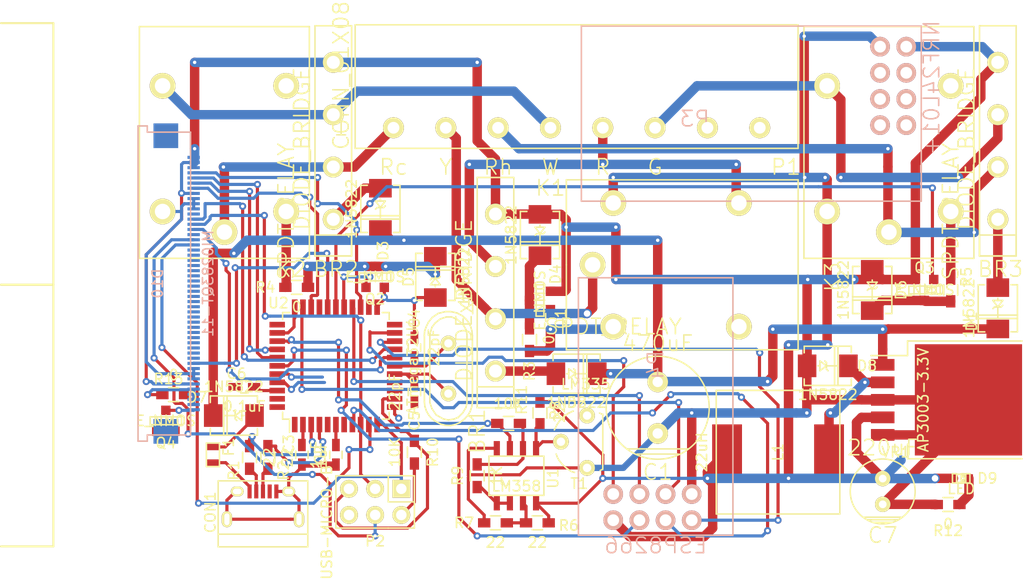
<source format=kicad_pcb>
(kicad_pcb (version 4) (host pcbnew "(2014-12-04 BZR 5312)-product")

  (general
    (links 159)
    (no_connects 65)
    (area 26.809358 17.8972 155.247372 134.300801)
    (thickness 1.6)
    (drawings 6)
    (tracks 728)
    (zones 0)
    (modules 52)
    (nets 95)
  )

  (page A4)
  (layers
    (0 F.Cu signal)
    (31 B.Cu signal)
    (32 B.Adhes user)
    (33 F.Adhes user)
    (34 B.Paste user)
    (35 F.Paste user)
    (36 B.SilkS user)
    (37 F.SilkS user)
    (38 B.Mask user)
    (39 F.Mask user)
    (40 Dwgs.User user)
    (41 Cmts.User user)
    (42 Eco1.User user)
    (43 Eco2.User user)
    (44 Edge.Cuts user)
    (45 Margin user)
    (46 B.CrtYd user)
    (47 F.CrtYd user)
    (48 B.Fab user)
    (49 F.Fab user)
  )

  (setup
    (last_trace_width 0.3048)
    (user_trace_width 0.254)
    (user_trace_width 0.3048)
    (user_trace_width 0.6096)
    (user_trace_width 0.9144)
    (trace_clearance 0.1778)
    (zone_clearance 0.508)
    (zone_45_only no)
    (trace_min 0.254)
    (segment_width 0.2)
    (edge_width 0.1)
    (via_size 0.889)
    (via_drill 0.635)
    (via_min_size 0.6858)
    (via_min_drill 0.3302)
    (user_via 0.6858 0.3302)
    (uvia_size 0.508)
    (uvia_drill 0.127)
    (uvias_allowed no)
    (uvia_min_size 0.508)
    (uvia_min_drill 0.127)
    (pcb_text_width 0.3)
    (pcb_text_size 1.5 1.5)
    (mod_edge_width 0.15)
    (mod_text_size 1 1)
    (mod_text_width 0.15)
    (pad_size 5.4 3.5)
    (pad_drill 0)
    (pad_to_mask_clearance 0)
    (aux_axis_origin 0 0)
    (visible_elements 7FFEFFFF)
    (pcbplotparams
      (layerselection 0x00030_80000001)
      (usegerberextensions false)
      (excludeedgelayer true)
      (linewidth 0.100000)
      (plotframeref false)
      (viasonmask false)
      (mode 1)
      (useauxorigin false)
      (hpglpennumber 1)
      (hpglpenspeed 20)
      (hpglpendiameter 15)
      (hpglpenoverlay 2)
      (psnegative false)
      (psa4output false)
      (plotreference true)
      (plotvalue true)
      (plotinvisibletext false)
      (padsonsilk false)
      (subtractmaskfromsilk false)
      (outputformat 4)
      (mirror false)
      (drillshape 0)
      (scaleselection 1)
      (outputdirectory ""))
  )

  (net 0 "")
  (net 1 "Net-(BR1-Pad1)")
  (net 2 "Net-(BR1-Pad2)")
  (net 3 "Net-(BR1-Pad3)")
  (net 4 GND)
  (net 5 "Net-(BR2-Pad1)")
  (net 6 "Net-(BR2-Pad2)")
  (net 7 "Net-(BR2-Pad3)")
  (net 8 "Net-(BR3-Pad1)")
  (net 9 "Net-(BR3-Pad2)")
  (net 10 "Net-(BR3-Pad3)")
  (net 11 "Net-(C1-Pad1)")
  (net 12 "Net-(C2-Pad1)")
  (net 13 /UVCC)
  (net 14 "Net-(C4-Pad1)")
  (net 15 "Net-(C5-Pad1)")
  (net 16 "Net-(C6-Pad2)")
  (net 17 VCC)
  (net 18 "Net-(CON1-Pad2)")
  (net 19 "Net-(CON1-Pad3)")
  (net 20 "Net-(CON1-Pad4)")
  (net 21 "Net-(D4-Pad2)")
  (net 22 "Net-(D5-Pad2)")
  (net 23 "Net-(D6-Pad2)")
  (net 24 "Net-(D7-Pad1)")
  (net 25 "Net-(D8-Pad2)")
  (net 26 "Net-(D9-Pad2)")
  (net 27 "Net-(D10-Pad1)")
  (net 28 "Net-(D10-Pad2)")
  (net 29 /LCD_RESET)
  (net 30 "Net-(D10-Pad11)")
  (net 31 "Net-(D10-Pad12)")
  (net 32 "Net-(D10-Pad13)")
  (net 33 "Net-(D10-Pad14)")
  (net 34 "Net-(D10-Pad15)")
  (net 35 "Net-(D10-Pad16)")
  (net 36 "Net-(D10-Pad17)")
  (net 37 "Net-(D10-Pad18)")
  (net 38 "Net-(D10-Pad19)")
  (net 39 "Net-(D10-Pad20)")
  (net 40 "Net-(D10-Pad21)")
  (net 41 "Net-(D10-Pad22)")
  (net 42 "Net-(D10-Pad23)")
  (net 43 "Net-(D10-Pad24)")
  (net 44 "Net-(D10-Pad25)")
  (net 45 "Net-(D10-Pad26)")
  (net 46 "Net-(D10-Pad27)")
  (net 47 "Net-(D10-Pad28)")
  (net 48 "Net-(D10-Pad29)")
  (net 49 "Net-(D10-Pad30)")
  (net 50 "Net-(D10-Pad31)")
  (net 51 "Net-(D10-Pad32)")
  (net 52 /MISO)
  (net 53 /MOSI)
  (net 54 "Net-(D10-Pad35)")
  (net 55 /D/C)
  (net 56 /SCK)
  (net 57 /LCD_CS)
  (net 58 "Net-(D10-Pad39)")
  (net 59 /X+)
  (net 60 /Y+)
  (net 61 /X-)
  (net 62 /Y-)
  (net 63 "Net-(K1-Pad5)")
  (net 64 "Net-(K1-Pad4)")
  (net 65 "Net-(K2-Pad5)")
  (net 66 "Net-(K2-Pad4)")
  (net 67 "Net-(K3-Pad5)")
  (net 68 "Net-(K3-Pad4)")
  (net 69 "Net-(P1-Pad7)")
  (net 70 "Net-(P1-Pad8)")
  (net 71 /RESET)
  (net 72 /CSN)
  (net 73 "Net-(P3-Pad8)")
  (net 74 /CE)
  (net 75 /TXD)
  (net 76 /CH_PD)
  (net 77 /GPIO2)
  (net 78 /ESP_RESET)
  (net 79 /GPIO0)
  (net 80 /RXD)
  (net 81 /RELAY2)
  (net 82 /RELAY1)
  (net 83 /RELAY3)
  (net 84 /BACKLIGHT)
  (net 85 /D-)
  (net 86 /D+)
  (net 87 "Net-(R6-Pad1)")
  (net 88 "Net-(R8-Pad1)")
  (net 89 "Net-(R9-Pad1)")
  (net 90 "Net-(R11-Pad1)")
  (net 91 /TEMPERATURE)
  (net 92 "Net-(T1-Pad3)")
  (net 93 "Net-(U2-Pad22)")
  (net 94 "Net-(U2-Pad30)")

  (net_class Default "This is the default net class."
    (clearance 0.1778)
    (trace_width 0.254)
    (via_dia 0.889)
    (via_drill 0.635)
    (uvia_dia 0.508)
    (uvia_drill 0.127)
    (add_net /BACKLIGHT)
    (add_net /CE)
    (add_net /CH_PD)
    (add_net /CSN)
    (add_net /D+)
    (add_net /D-)
    (add_net /D/C)
    (add_net /ESP_RESET)
    (add_net /GPIO0)
    (add_net /GPIO2)
    (add_net /LCD_CS)
    (add_net /LCD_RESET)
    (add_net /MISO)
    (add_net /MOSI)
    (add_net /RELAY1)
    (add_net /RELAY2)
    (add_net /RELAY3)
    (add_net /RESET)
    (add_net /RXD)
    (add_net /SCK)
    (add_net /TEMPERATURE)
    (add_net /TXD)
    (add_net /X+)
    (add_net /X-)
    (add_net /Y+)
    (add_net /Y-)
    (add_net "Net-(BR1-Pad1)")
    (add_net "Net-(BR1-Pad2)")
    (add_net "Net-(BR1-Pad3)")
    (add_net "Net-(BR2-Pad1)")
    (add_net "Net-(BR2-Pad2)")
    (add_net "Net-(BR2-Pad3)")
    (add_net "Net-(BR3-Pad1)")
    (add_net "Net-(BR3-Pad2)")
    (add_net "Net-(BR3-Pad3)")
    (add_net "Net-(C1-Pad1)")
    (add_net "Net-(C2-Pad1)")
    (add_net "Net-(C4-Pad1)")
    (add_net "Net-(C5-Pad1)")
    (add_net "Net-(C6-Pad2)")
    (add_net "Net-(CON1-Pad2)")
    (add_net "Net-(CON1-Pad3)")
    (add_net "Net-(CON1-Pad4)")
    (add_net "Net-(D10-Pad1)")
    (add_net "Net-(D10-Pad11)")
    (add_net "Net-(D10-Pad12)")
    (add_net "Net-(D10-Pad13)")
    (add_net "Net-(D10-Pad14)")
    (add_net "Net-(D10-Pad15)")
    (add_net "Net-(D10-Pad16)")
    (add_net "Net-(D10-Pad17)")
    (add_net "Net-(D10-Pad18)")
    (add_net "Net-(D10-Pad19)")
    (add_net "Net-(D10-Pad2)")
    (add_net "Net-(D10-Pad20)")
    (add_net "Net-(D10-Pad21)")
    (add_net "Net-(D10-Pad22)")
    (add_net "Net-(D10-Pad23)")
    (add_net "Net-(D10-Pad24)")
    (add_net "Net-(D10-Pad25)")
    (add_net "Net-(D10-Pad26)")
    (add_net "Net-(D10-Pad27)")
    (add_net "Net-(D10-Pad28)")
    (add_net "Net-(D10-Pad29)")
    (add_net "Net-(D10-Pad30)")
    (add_net "Net-(D10-Pad31)")
    (add_net "Net-(D10-Pad32)")
    (add_net "Net-(D10-Pad35)")
    (add_net "Net-(D10-Pad39)")
    (add_net "Net-(D4-Pad2)")
    (add_net "Net-(D5-Pad2)")
    (add_net "Net-(D6-Pad2)")
    (add_net "Net-(D7-Pad1)")
    (add_net "Net-(D8-Pad2)")
    (add_net "Net-(D9-Pad2)")
    (add_net "Net-(K1-Pad4)")
    (add_net "Net-(K1-Pad5)")
    (add_net "Net-(K2-Pad4)")
    (add_net "Net-(K2-Pad5)")
    (add_net "Net-(K3-Pad4)")
    (add_net "Net-(K3-Pad5)")
    (add_net "Net-(P1-Pad7)")
    (add_net "Net-(P1-Pad8)")
    (add_net "Net-(P3-Pad8)")
    (add_net "Net-(R11-Pad1)")
    (add_net "Net-(R6-Pad1)")
    (add_net "Net-(R8-Pad1)")
    (add_net "Net-(R9-Pad1)")
    (add_net "Net-(T1-Pad3)")
    (add_net "Net-(U2-Pad22)")
    (add_net "Net-(U2-Pad30)")
  )

  (net_class power ""
    (clearance 0.1778)
    (trace_width 0.6096)
    (via_dia 0.889)
    (via_drill 0.635)
    (uvia_dia 0.508)
    (uvia_drill 0.127)
    (add_net /UVCC)
    (add_net GND)
    (add_net VCC)
  )

  (module "Wireless modules:ESP8266" (layer B.Cu) (tedit 54C40313) (tstamp 54CDA60E)
    (at 120.396 66.04 270)
    (path /54B50F87)
    (fp_text reference P4 (at -12.5 3.5 270) (layer B.SilkS)
      (effects (font (size 1.5 1.5) (thickness 0.15)) (justify mirror))
    )
    (fp_text value ESP8266 (at 5 3.5 540) (layer B.SilkS)
      (effects (font (size 1.5 1.5) (thickness 0.15)) (justify mirror))
    )
    (fp_line (start 4 -4) (end -21 -4) (layer B.SilkS) (width 0.15))
    (fp_line (start 4 11) (end 4 -4) (layer B.SilkS) (width 0.15))
    (fp_line (start -21 11) (end 4 11) (layer B.SilkS) (width 0.15))
    (fp_line (start -21 -4) (end -21 11) (layer B.SilkS) (width 0.15))
    (pad 1 thru_hole circle (at 2.54 0 270) (size 1.905 1.905) (drill 1.143) (layers *.Cu *.Mask B.SilkS)
      (net 75 /TXD))
    (pad 2 thru_hole circle (at 0 0 270) (size 1.905 1.905) (drill 1.143) (layers *.Cu *.Mask B.SilkS)
      (net 4 GND))
    (pad 3 thru_hole circle (at 2.54 2.54 270) (size 1.905 1.905) (drill 1.143) (layers *.Cu *.Mask B.SilkS)
      (net 76 /CH_PD))
    (pad 4 thru_hole circle (at 0 2.54 270) (size 1.905 1.905) (drill 1.143) (layers *.Cu *.Mask B.SilkS)
      (net 77 /GPIO2))
    (pad 5 thru_hole circle (at 2.54 5.08 270) (size 1.905 1.905) (drill 1.143) (layers *.Cu *.Mask B.SilkS)
      (net 78 /ESP_RESET))
    (pad 6 thru_hole circle (at 0 5.08 270) (size 1.905 1.905) (drill 1.143) (layers *.Cu *.Mask B.SilkS)
      (net 79 /GPIO0))
    (pad 7 thru_hole circle (at 2.54 7.62 270) (size 1.905 1.905) (drill 1.143) (layers *.Cu *.Mask B.SilkS)
      (net 17 VCC))
    (pad 8 thru_hole circle (at 0 7.62 270) (size 1.905 1.905) (drill 1.143) (layers *.Cu *.Mask B.SilkS)
      (net 80 /RXD))
  )

  (module SMD_Packages:DO-214-AA_SMB (layer F.Cu) (tedit 54C93CFF) (tstamp 54C94053)
    (at 133.604 53.594)
    (descr "DO-214AA (SMB)  PACKAGE.")
    (tags "DO-214AA SMB")
    (path /54B69420)
    (attr smd)
    (fp_text reference D8 (at 3.81 0) (layer F.SilkS)
      (effects (font (size 1 1) (thickness 0.15)))
    )
    (fp_text value 1N5822 (at 0 2.79908) (layer F.SilkS)
      (effects (font (size 1 1) (thickness 0.15)))
    )
    (fp_line (start -0.762 0) (end -0.9652 0) (layer F.SilkS) (width 0.15))
    (fp_line (start -2.286 -1.905) (end 2.286 -1.905) (layer F.SilkS) (width 0.15))
    (fp_line (start 2.286 -1.905) (end 2.286 -1.27) (layer F.SilkS) (width 0.15))
    (fp_line (start 0.6604 1.905) (end 0.6604 -1.905) (layer F.SilkS) (width 0.15))
    (fp_line (start 0.9906 1.905) (end 0.9906 -1.905) (layer F.SilkS) (width 0.15))
    (fp_line (start -2.286 1.27) (end -2.286 1.905) (layer F.SilkS) (width 0.15))
    (fp_line (start -2.286 1.905) (end 2.286 1.905) (layer F.SilkS) (width 0.15))
    (fp_line (start 2.286 1.905) (end 2.286 1.27) (layer F.SilkS) (width 0.15))
    (fp_line (start -2.286 -1.27) (end -2.286 -1.905) (layer F.SilkS) (width 0.15))
    (fp_line (start -0.127 0) (end -0.762 -0.47498) (layer F.SilkS) (width 0.15))
    (fp_line (start -0.762 -0.47498) (end -0.762 0) (layer F.SilkS) (width 0.15))
    (fp_line (start -0.762 0) (end -0.762 0.47498) (layer F.SilkS) (width 0.15))
    (fp_line (start -0.762 0.47498) (end -0.127 0) (layer F.SilkS) (width 0.15))
    (fp_line (start -0.127 0) (end -0.127 -0.3175) (layer F.SilkS) (width 0.15))
    (fp_line (start -0.127 -0.3175) (end -0.28448 -0.47498) (layer F.SilkS) (width 0.15))
    (fp_line (start -0.127 0) (end -0.127 0.3175) (layer F.SilkS) (width 0.15))
    (fp_line (start -0.127 0.3175) (end 0.03048 0.47498) (layer F.SilkS) (width 0.15))
    (fp_line (start -0.127 0) (end 0.98298 0) (layer F.SilkS) (width 0.15))
    (pad 1 smd rect (at -2.0066 0) (size 1.80086 2.19964) (layers F.Cu F.Paste F.Mask)
      (net 4 GND))
    (pad 2 smd rect (at 2.0066 0) (size 1.80086 2.19964) (layers F.Cu F.Paste F.Mask)
      (net 25 "Net-(D8-Pad2)"))
    (model SMD_Packages/DO-214-AA_SMB.wrl
      (at (xyz 0 0 0))
      (scale (xyz 1 1 1))
      (rotate (xyz 0 0 0))
    )
  )

  (module Inductor:SMD_Inductor (layer F.Cu) (tedit 54C930A2) (tstamp 54C99BB3)
    (at 128.778 61.976 270)
    (path /54B69493)
    (fp_text reference L1 (at 0 0 270) (layer F.SilkS)
      (effects (font (size 1 1) (thickness 0.15)))
    )
    (fp_text value 22uH (at 0 7.4 270) (layer F.SilkS)
      (effects (font (size 1 1) (thickness 0.15)))
    )
    (fp_line (start -6 -6) (end 6 -6) (layer F.SilkS) (width 0.15))
    (fp_line (start 6 -6) (end 6 6) (layer F.SilkS) (width 0.15))
    (fp_line (start 6 6) (end -6 6) (layer F.SilkS) (width 0.15))
    (fp_line (start -6 6) (end -6 -6) (layer F.SilkS) (width 0.15))
    (pad 1 smd rect (at 0 -4.95 270) (size 5.4 2.9) (layers F.Cu F.Paste F.Mask)
      (net 25 "Net-(D8-Pad2)"))
    (pad 2 smd rect (at 0 4.95 270) (size 5.4 2.9) (layers F.Cu F.Paste F.Mask)
      (net 17 VCC))
  )

  (module "Capacitor Polarized:CAP_POL_10" (layer F.Cu) (tedit 54C1751F) (tstamp 54C93FF2)
    (at 117.094 57.658 180)
    (path /54B684EE)
    (fp_text reference C1 (at 0 -6.25 180) (layer F.SilkS)
      (effects (font (size 1.5 1.5) (thickness 0.15)))
    )
    (fp_text value 470uF (at 0 6.25 180) (layer F.SilkS)
      (effects (font (size 1.5 1.5) (thickness 0.15)))
    )
    (fp_line (start 3 -4) (end -3 -4) (layer F.SilkS) (width 0.15))
    (fp_line (start -2 -4.5) (end 2 -4.5) (layer F.SilkS) (width 0.15))
    (fp_circle (center 0 0) (end 5 0) (layer F.SilkS) (width 0.15))
    (pad 2 thru_hole circle (at 0 -2.5 180) (size 2 2) (drill 1) (layers *.Cu *.Mask F.SilkS)
      (net 4 GND))
    (pad 1 thru_hole circle (at 0 2.5 180) (size 2 2) (drill 1) (layers *.Cu *.Mask F.SilkS)
      (net 11 "Net-(C1-Pad1)"))
  )

  (module "Capacitor Polarized:CAP_POL_6.3" (layer F.Cu) (tedit 54C1784B) (tstamp 54C99BA8)
    (at 138.938 65.786 180)
    (path /54B685AF)
    (fp_text reference C7 (at 0 -4.25 180) (layer F.SilkS)
      (effects (font (size 1.5 1.5) (thickness 0.15)))
    )
    (fp_text value 220uF (at 0 4.25 180) (layer F.SilkS)
      (effects (font (size 1.5 1.5) (thickness 0.15)))
    )
    (fp_line (start -1.75 -2.5) (end 1.75 -2.5) (layer F.SilkS) (width 0.15))
    (fp_line (start 1.5 -2.75) (end -1.5 -2.75) (layer F.SilkS) (width 0.15))
    (fp_line (start -1 -3) (end 1 -3) (layer F.SilkS) (width 0.15))
    (fp_circle (center 0 0) (end 3.15 0) (layer F.SilkS) (width 0.15))
    (pad 2 thru_hole circle (at 0 -1.25 180) (size 1.5 1.5) (drill 0.75) (layers *.Cu *.Mask F.SilkS)
      (net 4 GND))
    (pad 1 thru_hole circle (at 0 1.25 180) (size 1.5 1.5) (drill 0.75) (layers *.Cu *.Mask F.SilkS)
      (net 17 VCC))
  )

  (module Resistors_SMD:R_0603_HandSoldering (layer F.Cu) (tedit 5418A00F) (tstamp 54C94521)
    (at 145.288 67.056)
    (descr "Resistor SMD 0603, hand soldering")
    (tags "resistor 0603")
    (path /54B6B7E7)
    (attr smd)
    (fp_text reference R12 (at 0 2.54) (layer F.SilkS)
      (effects (font (size 1 1) (thickness 0.15)))
    )
    (fp_text value 0 (at 0 1.9) (layer F.SilkS)
      (effects (font (size 1 1) (thickness 0.15)))
    )
    (fp_line (start -2 -0.8) (end 2 -0.8) (layer F.CrtYd) (width 0.05))
    (fp_line (start -2 0.8) (end 2 0.8) (layer F.CrtYd) (width 0.05))
    (fp_line (start -2 -0.8) (end -2 0.8) (layer F.CrtYd) (width 0.05))
    (fp_line (start 2 -0.8) (end 2 0.8) (layer F.CrtYd) (width 0.05))
    (fp_line (start 0.5 0.675) (end -0.5 0.675) (layer F.SilkS) (width 0.15))
    (fp_line (start -0.5 -0.675) (end 0.5 -0.675) (layer F.SilkS) (width 0.15))
    (pad 1 smd rect (at -1.1 0) (size 1.2 0.9) (layers F.Cu F.Paste F.Mask)
      (net 4 GND))
    (pad 2 smd rect (at 1.1 0) (size 1.2 0.9) (layers F.Cu F.Paste F.Mask)
      (net 26 "Net-(D9-Pad2)"))
    (model Resistors_SMD/R_0603_HandSoldering.wrl
      (at (xyz 0 0 0))
      (scale (xyz 1 1 1))
      (rotate (xyz 0 0 0))
    )
  )

  (module LEDs:LED-0603 (layer F.Cu) (tedit 54C93CFF) (tstamp 54C94059)
    (at 146.558 64.516)
    (descr "LED 0603 smd package")
    (tags "LED led 0603 SMD smd SMT smt smdled SMDLED smtled SMTLED")
    (path /54B6B732)
    (attr smd)
    (fp_text reference D9 (at 2.54 0) (layer F.SilkS)
      (effects (font (size 1 1) (thickness 0.15)))
    )
    (fp_text value LED (at 0 1.016) (layer F.SilkS)
      (effects (font (size 1 1) (thickness 0.15)))
    )
    (fp_line (start 0.44958 -0.44958) (end 0.44958 0.44958) (layer F.SilkS) (width 0.15))
    (fp_line (start 0.44958 0.44958) (end 0.84836 0.44958) (layer F.SilkS) (width 0.15))
    (fp_line (start 0.84836 -0.44958) (end 0.84836 0.44958) (layer F.SilkS) (width 0.15))
    (fp_line (start 0.44958 -0.44958) (end 0.84836 -0.44958) (layer F.SilkS) (width 0.15))
    (fp_line (start -0.84836 -0.44958) (end -0.84836 0.44958) (layer F.SilkS) (width 0.15))
    (fp_line (start -0.84836 0.44958) (end -0.44958 0.44958) (layer F.SilkS) (width 0.15))
    (fp_line (start -0.44958 -0.44958) (end -0.44958 0.44958) (layer F.SilkS) (width 0.15))
    (fp_line (start -0.84836 -0.44958) (end -0.44958 -0.44958) (layer F.SilkS) (width 0.15))
    (fp_line (start 0 -0.44958) (end 0 -0.29972) (layer F.SilkS) (width 0.15))
    (fp_line (start 0 -0.29972) (end 0.29972 -0.29972) (layer F.SilkS) (width 0.15))
    (fp_line (start 0.29972 -0.44958) (end 0.29972 -0.29972) (layer F.SilkS) (width 0.15))
    (fp_line (start 0 -0.44958) (end 0.29972 -0.44958) (layer F.SilkS) (width 0.15))
    (fp_line (start 0 0.29972) (end 0 0.44958) (layer F.SilkS) (width 0.15))
    (fp_line (start 0 0.44958) (end 0.29972 0.44958) (layer F.SilkS) (width 0.15))
    (fp_line (start 0.29972 0.29972) (end 0.29972 0.44958) (layer F.SilkS) (width 0.15))
    (fp_line (start 0 0.29972) (end 0.29972 0.29972) (layer F.SilkS) (width 0.15))
    (fp_line (start 0 -0.14986) (end 0 0.14986) (layer F.SilkS) (width 0.15))
    (fp_line (start 0 0.14986) (end 0.29972 0.14986) (layer F.SilkS) (width 0.15))
    (fp_line (start 0.29972 -0.14986) (end 0.29972 0.14986) (layer F.SilkS) (width 0.15))
    (fp_line (start 0 -0.14986) (end 0.29972 -0.14986) (layer F.SilkS) (width 0.15))
    (fp_line (start 0.44958 -0.39878) (end -0.44958 -0.39878) (layer F.SilkS) (width 0.15))
    (fp_line (start 0.44958 0.39878) (end -0.44958 0.39878) (layer F.SilkS) (width 0.15))
    (pad 1 smd rect (at -0.7493 0) (size 0.79756 0.79756) (layers F.Cu F.Paste F.Mask)
      (net 17 VCC))
    (pad 2 smd rect (at 0.7493 0) (size 0.79756 0.79756) (layers F.Cu F.Paste F.Mask)
      (net 26 "Net-(D9-Pad2)"))
  )

  (module SMD_Packages:TO-263-5_HandSoldering (layer F.Cu) (tedit 54151692) (tstamp 54C99C8C)
    (at 138.938 56.896 270)
    (path /54B6871B)
    (attr smd)
    (fp_text reference VR1 (at 5.08 -1.27 540) (layer F.SilkS)
      (effects (font (size 1 1) (thickness 0.15)))
    )
    (fp_text value AP3003-3.3V (at 0 -3.937 270) (layer F.SilkS)
      (effects (font (size 1 1) (thickness 0.15)))
    )
    (fp_line (start 4.30022 -2.413) (end 5.715 -2.413) (layer F.SilkS) (width 0.15))
    (fp_line (start -4.30022 -2.4003) (end -4.30022 1.143) (layer F.SilkS) (width 0.15))
    (fp_line (start -5.715 -2.413) (end -5.715 -13.53) (layer F.SilkS) (width 0.15))
    (fp_line (start 5.715 -13.53) (end 5.715 -2.413) (layer F.SilkS) (width 0.15))
    (fp_line (start -5.715 -2.413) (end -4.30022 -2.413) (layer F.SilkS) (width 0.15))
    (pad 2 smd rect (at -1.69926 0 270) (size 1.143 2.286) (layers F.Cu F.Paste F.Mask)
      (net 25 "Net-(D8-Pad2)"))
    (pad 3 smd rect (at 0 -8.325 270) (size 10.8 10.41) (layers F.Cu F.Paste F.Mask)
      (net 4 GND))
    (pad 4 smd rect (at 1.69926 0 270) (size 1.143 2.286) (layers F.Cu F.Paste F.Mask)
      (net 17 VCC))
    (pad 3 smd rect (at 0 0 270) (size 1.143 2.286) (layers F.Cu F.Paste F.Mask)
      (net 4 GND))
    (pad 1 smd rect (at -3.40106 0 270) (size 1.143 2.286) (layers F.Cu F.Paste F.Mask)
      (net 11 "Net-(C1-Pad1)"))
    (pad 5 smd rect (at 3.40106 0 270) (size 1.143 2.286) (layers F.Cu F.Paste F.Mask)
      (net 4 GND))
  )

  (module Relay:G5LE (layer F.Cu) (tedit 54C17BF7) (tstamp 54C940A0)
    (at 112.776 49.784)
    (path /54B4AB02)
    (fp_text reference K1 (at -6.096 -13.462) (layer F.SilkS)
      (effects (font (size 1.5 1.5) (thickness 0.15)))
    )
    (fp_text value SPDT_RELAY (at 0 0) (layer F.SilkS)
      (effects (font (size 1.5 1.5) (thickness 0.15)))
    )
    (fp_line (start -4.55 2.25) (end -4.55 -6) (layer F.SilkS) (width 0.15))
    (fp_line (start 17.95 2.25) (end -4.55 2.25) (layer F.SilkS) (width 0.15))
    (fp_line (start 17.95 -14.25) (end 17.95 2.25) (layer F.SilkS) (width 0.15))
    (fp_line (start -4.55 -14.25) (end 17.95 -14.25) (layer F.SilkS) (width 0.15))
    (fp_line (start -4.55 -6) (end -4.55 -14.25) (layer F.SilkS) (width 0.15))
    (pad 5 thru_hole circle (at 0 0) (size 2.5 2.5) (drill 1.5) (layers *.Cu *.Mask F.SilkS)
      (net 63 "Net-(K1-Pad5)"))
    (pad 2 thru_hole circle (at 0 -12) (size 2.5 2.5) (drill 1.5) (layers *.Cu *.Mask F.SilkS)
      (net 17 VCC))
    (pad 3 thru_hole circle (at 12.2 -12) (size 2.5 2.5) (drill 1.5) (layers *.Cu *.Mask F.SilkS)
      (net 1 "Net-(BR1-Pad1)"))
    (pad 4 thru_hole circle (at 12.2 0) (size 2.5 2.5) (drill 1.5) (layers *.Cu *.Mask F.SilkS)
      (net 64 "Net-(K1-Pad4)"))
    (pad 1 thru_hole circle (at -2 -6) (size 2.5 2.5) (drill 1.5) (layers *.Cu *.Mask F.SilkS)
      (net 2 "Net-(BR1-Pad2)"))
  )

  (module Relay:G5LE (layer F.Cu) (tedit 54C17BF7) (tstamp 54CA6CC2)
    (at 81.026 38.608 90)
    (path /54B4AB3C)
    (fp_text reference K2 (at -5.588 0.508 180) (layer F.SilkS)
      (effects (font (size 1.5 1.5) (thickness 0.15)))
    )
    (fp_text value SPDT_RELAY (at 0 0 90) (layer F.SilkS)
      (effects (font (size 1.5 1.5) (thickness 0.15)))
    )
    (fp_line (start -4.55 2.25) (end -4.55 -6) (layer F.SilkS) (width 0.15))
    (fp_line (start 17.95 2.25) (end -4.55 2.25) (layer F.SilkS) (width 0.15))
    (fp_line (start 17.95 -14.25) (end 17.95 2.25) (layer F.SilkS) (width 0.15))
    (fp_line (start -4.55 -14.25) (end 17.95 -14.25) (layer F.SilkS) (width 0.15))
    (fp_line (start -4.55 -6) (end -4.55 -14.25) (layer F.SilkS) (width 0.15))
    (pad 5 thru_hole circle (at 0 0 90) (size 2.5 2.5) (drill 1.5) (layers *.Cu *.Mask F.SilkS)
      (net 65 "Net-(K2-Pad5)"))
    (pad 2 thru_hole circle (at 0 -12 90) (size 2.5 2.5) (drill 1.5) (layers *.Cu *.Mask F.SilkS)
      (net 17 VCC))
    (pad 3 thru_hole circle (at 12.2 -12 90) (size 2.5 2.5) (drill 1.5) (layers *.Cu *.Mask F.SilkS)
      (net 5 "Net-(BR2-Pad1)"))
    (pad 4 thru_hole circle (at 12.2 0 90) (size 2.5 2.5) (drill 1.5) (layers *.Cu *.Mask F.SilkS)
      (net 66 "Net-(K2-Pad4)"))
    (pad 1 thru_hole circle (at -2 -6 90) (size 2.5 2.5) (drill 1.5) (layers *.Cu *.Mask F.SilkS)
      (net 6 "Net-(BR2-Pad2)"))
  )

  (module SMD_Packages:DO-214-AA_SMB (layer F.Cu) (tedit 54C93CFF) (tstamp 54CA6A53)
    (at 75.946 58.42 180)
    (descr "DO-214AA (SMB)  PACKAGE.")
    (tags "DO-214AA SMB")
    (path /54B6F569)
    (attr smd)
    (fp_text reference D7 (at 3.556 1.778 180) (layer F.SilkS)
      (effects (font (size 1 1) (thickness 0.15)))
    )
    (fp_text value 1N5822 (at 0 2.79908 180) (layer F.SilkS)
      (effects (font (size 1 1) (thickness 0.15)))
    )
    (fp_line (start -0.762 0) (end -0.9652 0) (layer F.SilkS) (width 0.15))
    (fp_line (start -2.286 -1.905) (end 2.286 -1.905) (layer F.SilkS) (width 0.15))
    (fp_line (start 2.286 -1.905) (end 2.286 -1.27) (layer F.SilkS) (width 0.15))
    (fp_line (start 0.6604 1.905) (end 0.6604 -1.905) (layer F.SilkS) (width 0.15))
    (fp_line (start 0.9906 1.905) (end 0.9906 -1.905) (layer F.SilkS) (width 0.15))
    (fp_line (start -2.286 1.27) (end -2.286 1.905) (layer F.SilkS) (width 0.15))
    (fp_line (start -2.286 1.905) (end 2.286 1.905) (layer F.SilkS) (width 0.15))
    (fp_line (start 2.286 1.905) (end 2.286 1.27) (layer F.SilkS) (width 0.15))
    (fp_line (start -2.286 -1.27) (end -2.286 -1.905) (layer F.SilkS) (width 0.15))
    (fp_line (start -0.127 0) (end -0.762 -0.47498) (layer F.SilkS) (width 0.15))
    (fp_line (start -0.762 -0.47498) (end -0.762 0) (layer F.SilkS) (width 0.15))
    (fp_line (start -0.762 0) (end -0.762 0.47498) (layer F.SilkS) (width 0.15))
    (fp_line (start -0.762 0.47498) (end -0.127 0) (layer F.SilkS) (width 0.15))
    (fp_line (start -0.127 0) (end -0.127 -0.3175) (layer F.SilkS) (width 0.15))
    (fp_line (start -0.127 -0.3175) (end -0.28448 -0.47498) (layer F.SilkS) (width 0.15))
    (fp_line (start -0.127 0) (end -0.127 0.3175) (layer F.SilkS) (width 0.15))
    (fp_line (start -0.127 0.3175) (end 0.03048 0.47498) (layer F.SilkS) (width 0.15))
    (fp_line (start -0.127 0) (end 0.98298 0) (layer F.SilkS) (width 0.15))
    (pad 1 smd rect (at -2.0066 0 180) (size 1.80086 2.19964) (layers F.Cu F.Paste F.Mask)
      (net 24 "Net-(D7-Pad1)"))
    (pad 2 smd rect (at 2.0066 0 180) (size 1.80086 2.19964) (layers F.Cu F.Paste F.Mask)
      (net 11 "Net-(C1-Pad1)"))
    (model SMD_Packages/DO-214-AA_SMB.wrl
      (at (xyz 0 0 0))
      (scale (xyz 1 1 1))
      (rotate (xyz 0 0 0))
    )
  )

  (module "FPC Connector:FPC CONNECTOR" (layer B.Cu) (tedit 54C9263C) (tstamp 54CA71D5)
    (at 71.441001 45.603425 90)
    (path /54B81ABA)
    (fp_text reference D10 (at 0 -2.9 90) (layer B.SilkS)
      (effects (font (size 1 1) (thickness 0.15)) (justify mirror))
    )
    (fp_text value MI0283QT-11 (at 0 2 90) (layer B.SilkS)
      (effects (font (size 1 1) (thickness 0.15)) (justify mirror))
    )
    (fp_line (start 15.3 -3.9) (end 15.3 -4.8) (layer B.SilkS) (width 0.15))
    (fp_line (start 15.3 -4.8) (end -15.3 -4.8) (layer B.SilkS) (width 0.15))
    (fp_line (start 15.3 -3.9) (end 14.7 -3.9) (layer B.SilkS) (width 0.15))
    (fp_line (start -14.7 -0.8) (end -14.7 -3.9) (layer B.SilkS) (width 0.15))
    (fp_line (start -14.7 -3.9) (end -15.3 -3.9) (layer B.SilkS) (width 0.15))
    (fp_line (start -15.3 -3.9) (end -15.3 -4.8) (layer B.SilkS) (width 0.15))
    (fp_line (start -14.7 -0.8) (end -14.7 0.3) (layer B.SilkS) (width 0.15))
    (fp_line (start -14.7 0.3) (end 14.7 0.3) (layer B.SilkS) (width 0.15))
    (fp_line (start 14.7 0.3) (end 14.7 -3.9) (layer B.SilkS) (width 0.15))
    (pad 1 smd rect (at -12.25 0.6 90) (size 0.3 1.2) (layers B.Cu B.Paste B.Mask)
      (net 27 "Net-(D10-Pad1)"))
    (pad 2 smd rect (at -11.75 0.6 90) (size 0.3 1.2) (layers B.Cu B.Paste B.Mask)
      (net 28 "Net-(D10-Pad2)"))
    (pad 3 smd rect (at -11.25 0.6 90) (size 0.3 1.2) (layers B.Cu B.Paste B.Mask)
      (net 28 "Net-(D10-Pad2)"))
    (pad 4 smd rect (at -10.75 0.6 90) (size 0.3 1.2) (layers B.Cu B.Paste B.Mask)
      (net 28 "Net-(D10-Pad2)"))
    (pad 5 smd rect (at -10.25 0.6 90) (size 0.3 1.2) (layers B.Cu B.Paste B.Mask)
      (net 28 "Net-(D10-Pad2)"))
    (pad 6 smd rect (at -9.75 0.6 90) (size 0.3 1.2) (layers B.Cu B.Paste B.Mask)
      (net 4 GND))
    (pad 7 smd rect (at -9.25 0.6 90) (size 0.3 1.2) (layers B.Cu B.Paste B.Mask)
      (net 17 VCC))
    (pad 8 smd rect (at -8.75 0.6 90) (size 0.3 1.2) (layers B.Cu B.Paste B.Mask)
      (net 17 VCC))
    (pad 9 smd rect (at -8.25 0.6 90) (size 0.3 1.2) (layers B.Cu B.Paste B.Mask)
      (net 17 VCC))
    (pad 10 smd rect (at -7.75 0.6 90) (size 0.3 1.2) (layers B.Cu B.Paste B.Mask)
      (net 29 /LCD_RESET))
    (pad 11 smd rect (at -7.25 0.6 90) (size 0.3 1.2) (layers B.Cu B.Paste B.Mask)
      (net 30 "Net-(D10-Pad11)"))
    (pad 12 smd rect (at -6.75 0.6 90) (size 0.3 1.2) (layers B.Cu B.Paste B.Mask)
      (net 31 "Net-(D10-Pad12)"))
    (pad 13 smd rect (at -6.25 0.6 90) (size 0.3 1.2) (layers B.Cu B.Paste B.Mask)
      (net 32 "Net-(D10-Pad13)"))
    (pad 14 smd rect (at -5.75 0.6 90) (size 0.3 1.2) (layers B.Cu B.Paste B.Mask)
      (net 33 "Net-(D10-Pad14)"))
    (pad 15 smd rect (at -5.25 0.6 90) (size 0.3 1.2) (layers B.Cu B.Paste B.Mask)
      (net 34 "Net-(D10-Pad15)"))
    (pad 16 smd rect (at -4.75 0.6 90) (size 0.3 1.2) (layers B.Cu B.Paste B.Mask)
      (net 35 "Net-(D10-Pad16)"))
    (pad 17 smd rect (at -4.25 0.6 90) (size 0.3 1.2) (layers B.Cu B.Paste B.Mask)
      (net 36 "Net-(D10-Pad17)"))
    (pad 18 smd rect (at -3.75 0.6 90) (size 0.3 1.2) (layers B.Cu B.Paste B.Mask)
      (net 37 "Net-(D10-Pad18)"))
    (pad 19 smd rect (at -3.25 0.6 90) (size 0.3 1.2) (layers B.Cu B.Paste B.Mask)
      (net 38 "Net-(D10-Pad19)"))
    (pad 20 smd rect (at -2.75 0.6 90) (size 0.3 1.2) (layers B.Cu B.Paste B.Mask)
      (net 39 "Net-(D10-Pad20)"))
    (pad 21 smd rect (at -2.25 0.6 90) (size 0.3 1.2) (layers B.Cu B.Paste B.Mask)
      (net 40 "Net-(D10-Pad21)"))
    (pad 22 smd rect (at -1.75 0.6 90) (size 0.3 1.2) (layers B.Cu B.Paste B.Mask)
      (net 41 "Net-(D10-Pad22)"))
    (pad 23 smd rect (at -1.25 0.6 90) (size 0.3 1.2) (layers B.Cu B.Paste B.Mask)
      (net 42 "Net-(D10-Pad23)"))
    (pad 24 smd rect (at -0.75 0.6 90) (size 0.3 1.2) (layers B.Cu B.Paste B.Mask)
      (net 43 "Net-(D10-Pad24)"))
    (pad 25 smd rect (at -0.25 0.6 90) (size 0.3 1.2) (layers B.Cu B.Paste B.Mask)
      (net 44 "Net-(D10-Pad25)"))
    (pad 26 smd rect (at 0.25 0.6 90) (size 0.3 1.2) (layers B.Cu B.Paste B.Mask)
      (net 45 "Net-(D10-Pad26)"))
    (pad 27 smd rect (at 0.75 0.6 90) (size 0.3 1.2) (layers B.Cu B.Paste B.Mask)
      (net 46 "Net-(D10-Pad27)"))
    (pad 28 smd rect (at 1.25 0.6 90) (size 0.3 1.2) (layers B.Cu B.Paste B.Mask)
      (net 47 "Net-(D10-Pad28)"))
    (pad 29 smd rect (at 1.75 0.6 90) (size 0.3 1.2) (layers B.Cu B.Paste B.Mask)
      (net 48 "Net-(D10-Pad29)"))
    (pad 30 smd rect (at 2.25 0.6 90) (size 0.3 1.2) (layers B.Cu B.Paste B.Mask)
      (net 49 "Net-(D10-Pad30)"))
    (pad 31 smd rect (at 2.75 0.6 90) (size 0.3 1.2) (layers B.Cu B.Paste B.Mask)
      (net 50 "Net-(D10-Pad31)"))
    (pad 32 smd rect (at 3.25 0.6 90) (size 0.3 1.2) (layers B.Cu B.Paste B.Mask)
      (net 51 "Net-(D10-Pad32)"))
    (pad 33 smd rect (at 3.75 0.6 90) (size 0.3 1.2) (layers B.Cu B.Paste B.Mask)
      (net 52 /MISO))
    (pad 34 smd rect (at 4.25 0.6 90) (size 0.3 1.2) (layers B.Cu B.Paste B.Mask)
      (net 53 /MOSI))
    (pad 35 smd rect (at 4.75 0.6 90) (size 0.3 1.2) (layers B.Cu B.Paste B.Mask)
      (net 54 "Net-(D10-Pad35)"))
    (pad 36 smd rect (at 5.25 0.6 90) (size 0.3 1.2) (layers B.Cu B.Paste B.Mask)
      (net 55 /D/C))
    (pad 37 smd rect (at 5.75 0.6 90) (size 0.3 1.2) (layers B.Cu B.Paste B.Mask)
      (net 56 /SCK))
    (pad 38 smd rect (at 6.25 0.6 90) (size 0.3 1.2) (layers B.Cu B.Paste B.Mask)
      (net 57 /LCD_CS))
    (pad 39 smd rect (at 6.75 0.6 90) (size 0.3 1.2) (layers B.Cu B.Paste B.Mask)
      (net 58 "Net-(D10-Pad39)"))
    (pad 40 smd rect (at 7.25 0.6 90) (size 0.3 1.2) (layers B.Cu B.Paste B.Mask)
      (net 17 VCC))
    (pad 41 smd rect (at 7.75 0.6 90) (size 0.3 1.2) (layers B.Cu B.Paste B.Mask)
      (net 17 VCC))
    (pad 42 smd rect (at 8.25 0.6 90) (size 0.3 1.2) (layers B.Cu B.Paste B.Mask)
      (net 17 VCC))
    (pad 43 smd rect (at 8.75 0.6 90) (size 0.3 1.2) (layers B.Cu B.Paste B.Mask)
      (net 4 GND))
    (pad 44 smd rect (at 9.25 0.6 90) (size 0.3 1.2) (layers B.Cu B.Paste B.Mask)
      (net 59 /X+))
    (pad 45 smd rect (at 9.75 0.6 90) (size 0.3 1.2) (layers B.Cu B.Paste B.Mask)
      (net 60 /Y+))
    (pad 46 smd rect (at 10.25 0.6 90) (size 0.3 1.2) (layers B.Cu B.Paste B.Mask)
      (net 61 /X-))
    (pad 47 smd rect (at 10.75 0.6 90) (size 0.3 1.2) (layers B.Cu B.Paste B.Mask)
      (net 62 /Y-))
    (pad 48 smd rect (at 11.25 0.6 90) (size 0.3 1.2) (layers B.Cu B.Paste B.Mask)
      (net 4 GND))
    (pad 49 smd rect (at 11.75 0.6 90) (size 0.3 1.2) (layers B.Cu B.Paste B.Mask)
      (net 4 GND))
    (pad 50 smd rect (at 12.25 0.6 90) (size 0.3 1.2) (layers B.Cu B.Paste B.Mask)
      (net 4 GND))
    (pad 51 smd rect (at -14.35 -2.1 90) (size 2.4 2.4) (layers B.Cu B.Paste B.Mask))
    (pad 52 smd rect (at 14.35 -2.1 90) (size 2.4 2.4) (layers B.Cu B.Paste B.Mask))
  )

  (module Relay:G5LE (layer F.Cu) (tedit 54C17BF7) (tstamp 54C94F1D)
    (at 145.542 38.608 90)
    (path /54B4AB78)
    (fp_text reference K3 (at -6.35 -11.43 90) (layer F.SilkS)
      (effects (font (size 1.5 1.5) (thickness 0.15)))
    )
    (fp_text value SPDT_RELAY (at 0 0 90) (layer F.SilkS)
      (effects (font (size 1.5 1.5) (thickness 0.15)))
    )
    (fp_line (start -4.55 2.25) (end -4.55 -6) (layer F.SilkS) (width 0.15))
    (fp_line (start 17.95 2.25) (end -4.55 2.25) (layer F.SilkS) (width 0.15))
    (fp_line (start 17.95 -14.25) (end 17.95 2.25) (layer F.SilkS) (width 0.15))
    (fp_line (start -4.55 -14.25) (end 17.95 -14.25) (layer F.SilkS) (width 0.15))
    (fp_line (start -4.55 -6) (end -4.55 -14.25) (layer F.SilkS) (width 0.15))
    (pad 5 thru_hole circle (at 0 0 90) (size 2.5 2.5) (drill 1.5) (layers *.Cu *.Mask F.SilkS)
      (net 67 "Net-(K3-Pad5)"))
    (pad 2 thru_hole circle (at 0 -12 90) (size 2.5 2.5) (drill 1.5) (layers *.Cu *.Mask F.SilkS)
      (net 17 VCC))
    (pad 3 thru_hole circle (at 12.2 -12 90) (size 2.5 2.5) (drill 1.5) (layers *.Cu *.Mask F.SilkS)
      (net 8 "Net-(BR3-Pad1)"))
    (pad 4 thru_hole circle (at 12.2 0 90) (size 2.5 2.5) (drill 1.5) (layers *.Cu *.Mask F.SilkS)
      (net 68 "Net-(K3-Pad4)"))
    (pad 1 thru_hole circle (at -2 -6 90) (size 2.5 2.5) (drill 1.5) (layers *.Cu *.Mask F.SilkS)
      (net 9 "Net-(BR3-Pad2)"))
  )

  (module "Bridge Rectifiers:GBU4" (layer F.Cu) (tedit 54C162BD) (tstamp 54C93FDC)
    (at 101.346 46.482 270)
    (path /54B4B7D3)
    (fp_text reference BR1 (at 13.462 1.778 270) (layer F.SilkS)
      (effects (font (size 1.5 1.5) (thickness 0.15)))
    )
    (fp_text value DIODE_BRIDGE (at 0.762 3.048 270) (layer F.SilkS)
      (effects (font (size 1.5 1.5) (thickness 0.15)))
    )
    (fp_line (start 11.176 1.778) (end 11.176 -1.778) (layer F.SilkS) (width 0.15))
    (fp_line (start 9.144 1.778) (end 11.176 1.778) (layer F.SilkS) (width 0.15))
    (fp_line (start 9.144 -1.778) (end 9.144 1.778) (layer F.SilkS) (width 0.15))
    (fp_line (start 11.176 -1.778) (end 9.144 -1.778) (layer F.SilkS) (width 0.15))
    (fp_line (start -11.176 -1.778) (end -11.176 1.778) (layer F.SilkS) (width 0.15))
    (fp_line (start 11.176 -1.778) (end -11.176 -1.778) (layer F.SilkS) (width 0.15))
    (fp_line (start 11.176 1.778) (end 11.176 -1.778) (layer F.SilkS) (width 0.15))
    (fp_line (start -11.176 1.778) (end 11.176 1.778) (layer F.SilkS) (width 0.15))
    (pad 1 thru_hole circle (at -2.54 0 270) (size 2.032 2.032) (drill 1.27) (layers *.Cu *.Mask F.SilkS)
      (net 1 "Net-(BR1-Pad1)"))
    (pad 2 thru_hole circle (at 2.54 0 270) (size 2.032 2.032) (drill 1.27) (layers *.Cu *.Mask F.SilkS)
      (net 2 "Net-(BR1-Pad2)"))
    (pad 3 thru_hole circle (at 7.62 0 270) (size 2.032 2.032) (drill 1.27) (layers *.Cu *.Mask F.SilkS)
      (net 3 "Net-(BR1-Pad3)"))
    (pad 4 thru_hole circle (at -7.62 0 270) (size 2.032 2.032) (drill 1.27) (layers *.Cu *.Mask F.SilkS)
      (net 4 GND))
  )

  (module "Bridge Rectifiers:GBU4" (layer F.Cu) (tedit 54C162BD) (tstamp 54CA6DA4)
    (at 85.598 31.75 270)
    (path /54B4B836)
    (fp_text reference BR2 (at 12.446 -0.254 360) (layer F.SilkS)
      (effects (font (size 1.5 1.5) (thickness 0.15)))
    )
    (fp_text value DIODE_BRIDGE (at 0.762 3.048 270) (layer F.SilkS)
      (effects (font (size 1.5 1.5) (thickness 0.15)))
    )
    (fp_line (start 11.176 1.778) (end 11.176 -1.778) (layer F.SilkS) (width 0.15))
    (fp_line (start 9.144 1.778) (end 11.176 1.778) (layer F.SilkS) (width 0.15))
    (fp_line (start 9.144 -1.778) (end 9.144 1.778) (layer F.SilkS) (width 0.15))
    (fp_line (start 11.176 -1.778) (end 9.144 -1.778) (layer F.SilkS) (width 0.15))
    (fp_line (start -11.176 -1.778) (end -11.176 1.778) (layer F.SilkS) (width 0.15))
    (fp_line (start 11.176 -1.778) (end -11.176 -1.778) (layer F.SilkS) (width 0.15))
    (fp_line (start 11.176 1.778) (end 11.176 -1.778) (layer F.SilkS) (width 0.15))
    (fp_line (start -11.176 1.778) (end 11.176 1.778) (layer F.SilkS) (width 0.15))
    (pad 1 thru_hole circle (at -2.54 0 270) (size 2.032 2.032) (drill 1.27) (layers *.Cu *.Mask F.SilkS)
      (net 5 "Net-(BR2-Pad1)"))
    (pad 2 thru_hole circle (at 2.54 0 270) (size 2.032 2.032) (drill 1.27) (layers *.Cu *.Mask F.SilkS)
      (net 6 "Net-(BR2-Pad2)"))
    (pad 3 thru_hole circle (at 7.62 0 270) (size 2.032 2.032) (drill 1.27) (layers *.Cu *.Mask F.SilkS)
      (net 7 "Net-(BR2-Pad3)"))
    (pad 4 thru_hole circle (at -7.62 0 270) (size 2.032 2.032) (drill 1.27) (layers *.Cu *.Mask F.SilkS)
      (net 4 GND))
  )

  (module "Bridge Rectifiers:GBU4" (layer F.Cu) (tedit 54C162BD) (tstamp 54C93FEC)
    (at 150.114 31.75 270)
    (path /54B4B796)
    (fp_text reference BR3 (at 12.446 -0.254 360) (layer F.SilkS)
      (effects (font (size 1.5 1.5) (thickness 0.15)))
    )
    (fp_text value DIODE_BRIDGE (at 0.762 3.048 270) (layer F.SilkS)
      (effects (font (size 1.5 1.5) (thickness 0.15)))
    )
    (fp_line (start 11.176 1.778) (end 11.176 -1.778) (layer F.SilkS) (width 0.15))
    (fp_line (start 9.144 1.778) (end 11.176 1.778) (layer F.SilkS) (width 0.15))
    (fp_line (start 9.144 -1.778) (end 9.144 1.778) (layer F.SilkS) (width 0.15))
    (fp_line (start 11.176 -1.778) (end 9.144 -1.778) (layer F.SilkS) (width 0.15))
    (fp_line (start -11.176 -1.778) (end -11.176 1.778) (layer F.SilkS) (width 0.15))
    (fp_line (start 11.176 -1.778) (end -11.176 -1.778) (layer F.SilkS) (width 0.15))
    (fp_line (start 11.176 1.778) (end 11.176 -1.778) (layer F.SilkS) (width 0.15))
    (fp_line (start -11.176 1.778) (end 11.176 1.778) (layer F.SilkS) (width 0.15))
    (pad 1 thru_hole circle (at -2.54 0 270) (size 2.032 2.032) (drill 1.27) (layers *.Cu *.Mask F.SilkS)
      (net 8 "Net-(BR3-Pad1)"))
    (pad 2 thru_hole circle (at 2.54 0 270) (size 2.032 2.032) (drill 1.27) (layers *.Cu *.Mask F.SilkS)
      (net 9 "Net-(BR3-Pad2)"))
    (pad 3 thru_hole circle (at 7.62 0 270) (size 2.032 2.032) (drill 1.27) (layers *.Cu *.Mask F.SilkS)
      (net 10 "Net-(BR3-Pad3)"))
    (pad 4 thru_hole circle (at -7.62 0 270) (size 2.032 2.032) (drill 1.27) (layers *.Cu *.Mask F.SilkS)
      (net 4 GND))
  )

  (module Capacitors_SMD:C_0603_HandSoldering (layer F.Cu) (tedit 541A9B4D) (tstamp 54CA6AEB)
    (at 85.852 62.23 270)
    (descr "Capacitor SMD 0603, hand soldering")
    (tags "capacitor 0603")
    (path /54B48F35)
    (attr smd)
    (fp_text reference C2 (at 0 1.524 270) (layer F.SilkS)
      (effects (font (size 1 1) (thickness 0.15)))
    )
    (fp_text value 1uF (at 0 1.9 270) (layer F.SilkS)
      (effects (font (size 1 1) (thickness 0.15)))
    )
    (fp_line (start -1.85 -0.75) (end 1.85 -0.75) (layer F.CrtYd) (width 0.05))
    (fp_line (start -1.85 0.75) (end 1.85 0.75) (layer F.CrtYd) (width 0.05))
    (fp_line (start -1.85 -0.75) (end -1.85 0.75) (layer F.CrtYd) (width 0.05))
    (fp_line (start 1.85 -0.75) (end 1.85 0.75) (layer F.CrtYd) (width 0.05))
    (fp_line (start -0.35 -0.6) (end 0.35 -0.6) (layer F.SilkS) (width 0.15))
    (fp_line (start 0.35 0.6) (end -0.35 0.6) (layer F.SilkS) (width 0.15))
    (pad 1 smd rect (at -0.95 0 270) (size 1.2 0.75) (layers F.Cu F.Paste F.Mask)
      (net 12 "Net-(C2-Pad1)"))
    (pad 2 smd rect (at 0.95 0 270) (size 1.2 0.75) (layers F.Cu F.Paste F.Mask)
      (net 4 GND))
    (model Capacitors_SMD/C_0603_HandSoldering.wrl
      (at (xyz 0 0 0))
      (scale (xyz 1 1 1))
      (rotate (xyz 0 0 0))
    )
  )

  (module Capacitors_SMD:C_0603_HandSoldering (layer F.Cu) (tedit 541A9B4D) (tstamp 54CA6ADE)
    (at 82.55 62.23 90)
    (descr "Capacitor SMD 0603, hand soldering")
    (tags "capacitor 0603")
    (path /54B491E0)
    (attr smd)
    (fp_text reference C3 (at 1.016 -1.27 270) (layer F.SilkS)
      (effects (font (size 1 1) (thickness 0.15)))
    )
    (fp_text value 1uF (at 0 1.9 90) (layer F.SilkS)
      (effects (font (size 1 1) (thickness 0.15)))
    )
    (fp_line (start -1.85 -0.75) (end 1.85 -0.75) (layer F.CrtYd) (width 0.05))
    (fp_line (start -1.85 0.75) (end 1.85 0.75) (layer F.CrtYd) (width 0.05))
    (fp_line (start -1.85 -0.75) (end -1.85 0.75) (layer F.CrtYd) (width 0.05))
    (fp_line (start 1.85 -0.75) (end 1.85 0.75) (layer F.CrtYd) (width 0.05))
    (fp_line (start -0.35 -0.6) (end 0.35 -0.6) (layer F.SilkS) (width 0.15))
    (fp_line (start 0.35 0.6) (end -0.35 0.6) (layer F.SilkS) (width 0.15))
    (pad 1 smd rect (at -0.95 0 90) (size 1.2 0.75) (layers F.Cu F.Paste F.Mask)
      (net 4 GND))
    (pad 2 smd rect (at 0.95 0 90) (size 1.2 0.75) (layers F.Cu F.Paste F.Mask)
      (net 13 /UVCC))
    (model Capacitors_SMD/C_0603_HandSoldering.wrl
      (at (xyz 0 0 0))
      (scale (xyz 1 1 1))
      (rotate (xyz 0 0 0))
    )
  )

  (module Capacitors_SMD:C_0603_HandSoldering (layer F.Cu) (tedit 541A9B4D) (tstamp 54CA6A15)
    (at 93.472 51.816 90)
    (descr "Capacitor SMD 0603, hand soldering")
    (tags "capacitor 0603")
    (path /54B48AAB)
    (attr smd)
    (fp_text reference C4 (at 2.794 0 90) (layer F.SilkS)
      (effects (font (size 1 1) (thickness 0.15)))
    )
    (fp_text value 22pF (at 0 1.9 90) (layer F.SilkS)
      (effects (font (size 1 1) (thickness 0.15)))
    )
    (fp_line (start -1.85 -0.75) (end 1.85 -0.75) (layer F.CrtYd) (width 0.05))
    (fp_line (start -1.85 0.75) (end 1.85 0.75) (layer F.CrtYd) (width 0.05))
    (fp_line (start -1.85 -0.75) (end -1.85 0.75) (layer F.CrtYd) (width 0.05))
    (fp_line (start 1.85 -0.75) (end 1.85 0.75) (layer F.CrtYd) (width 0.05))
    (fp_line (start -0.35 -0.6) (end 0.35 -0.6) (layer F.SilkS) (width 0.15))
    (fp_line (start 0.35 0.6) (end -0.35 0.6) (layer F.SilkS) (width 0.15))
    (pad 1 smd rect (at -0.95 0 90) (size 1.2 0.75) (layers F.Cu F.Paste F.Mask)
      (net 14 "Net-(C4-Pad1)"))
    (pad 2 smd rect (at 0.95 0 90) (size 1.2 0.75) (layers F.Cu F.Paste F.Mask)
      (net 4 GND))
    (model Capacitors_SMD/C_0603_HandSoldering.wrl
      (at (xyz 0 0 0))
      (scale (xyz 1 1 1))
      (rotate (xyz 0 0 0))
    )
  )

  (module Capacitors_SMD:C_0603_HandSoldering (layer F.Cu) (tedit 541A9B4D) (tstamp 54CA6A08)
    (at 93.472 56.134 270)
    (descr "Capacitor SMD 0603, hand soldering")
    (tags "capacitor 0603")
    (path /54B48B0C)
    (attr smd)
    (fp_text reference C5 (at 2.794 0 270) (layer F.SilkS)
      (effects (font (size 1 1) (thickness 0.15)))
    )
    (fp_text value 22pF (at 0 1.9 270) (layer F.SilkS)
      (effects (font (size 1 1) (thickness 0.15)))
    )
    (fp_line (start -1.85 -0.75) (end 1.85 -0.75) (layer F.CrtYd) (width 0.05))
    (fp_line (start -1.85 0.75) (end 1.85 0.75) (layer F.CrtYd) (width 0.05))
    (fp_line (start -1.85 -0.75) (end -1.85 0.75) (layer F.CrtYd) (width 0.05))
    (fp_line (start 1.85 -0.75) (end 1.85 0.75) (layer F.CrtYd) (width 0.05))
    (fp_line (start -0.35 -0.6) (end 0.35 -0.6) (layer F.SilkS) (width 0.15))
    (fp_line (start 0.35 0.6) (end -0.35 0.6) (layer F.SilkS) (width 0.15))
    (pad 1 smd rect (at -0.95 0 270) (size 1.2 0.75) (layers F.Cu F.Paste F.Mask)
      (net 15 "Net-(C5-Pad1)"))
    (pad 2 smd rect (at 0.95 0 270) (size 1.2 0.75) (layers F.Cu F.Paste F.Mask)
      (net 4 GND))
    (model Capacitors_SMD/C_0603_HandSoldering.wrl
      (at (xyz 0 0 0))
      (scale (xyz 1 1 1))
      (rotate (xyz 0 0 0))
    )
  )

  (module Capacitors_SMD:C_0603_HandSoldering (layer F.Cu) (tedit 541A9B4D) (tstamp 54CA6A3A)
    (at 76.962 55.626)
    (descr "Capacitor SMD 0603, hand soldering")
    (tags "capacitor 0603")
    (path /54B494D1)
    (attr smd)
    (fp_text reference C6 (at -0.762 -1.27) (layer F.SilkS)
      (effects (font (size 1 1) (thickness 0.15)))
    )
    (fp_text value 0.1uF (at 0 1.9) (layer F.SilkS)
      (effects (font (size 1 1) (thickness 0.15)))
    )
    (fp_line (start -1.85 -0.75) (end 1.85 -0.75) (layer F.CrtYd) (width 0.05))
    (fp_line (start -1.85 0.75) (end 1.85 0.75) (layer F.CrtYd) (width 0.05))
    (fp_line (start -1.85 -0.75) (end -1.85 0.75) (layer F.CrtYd) (width 0.05))
    (fp_line (start 1.85 -0.75) (end 1.85 0.75) (layer F.CrtYd) (width 0.05))
    (fp_line (start -0.35 -0.6) (end 0.35 -0.6) (layer F.SilkS) (width 0.15))
    (fp_line (start 0.35 0.6) (end -0.35 0.6) (layer F.SilkS) (width 0.15))
    (pad 1 smd rect (at -0.95 0) (size 1.2 0.75) (layers F.Cu F.Paste F.Mask)
      (net 4 GND))
    (pad 2 smd rect (at 0.95 0) (size 1.2 0.75) (layers F.Cu F.Paste F.Mask)
      (net 16 "Net-(C6-Pad2)"))
    (model Capacitors_SMD/C_0603_HandSoldering.wrl
      (at (xyz 0 0 0))
      (scale (xyz 1 1 1))
      (rotate (xyz 0 0 0))
    )
  )

  (module Connect:USB_Micro-B (layer F.Cu) (tedit 546968B2) (tstamp 54CA6AD1)
    (at 77.47 65.786 90)
    (descr "Micro USB Type B Receptacle")
    (tags "USB, micro, type B, receptacle")
    (path /54B6D664)
    (fp_text reference CON1 (at -2.032 -3.81 90) (layer F.SilkS)
      (effects (font (size 1 1) (thickness 0.15)))
    )
    (fp_text value USB-MICRO-B (at -3 7.5 90) (layer F.SilkS)
      (effects (font (size 1 1) (thickness 0.15)))
    )
    (fp_line (start -5.38 -3.05) (end -5.38 5.65) (layer F.SilkS) (width 0.15))
    (fp_line (start 1.025 -3.05) (end 1.025 5.65) (layer F.SilkS) (width 0.15))
    (fp_line (start 1.025 5.65) (end -5.38 5.65) (layer F.SilkS) (width 0.15))
    (fp_line (start -4.15 5.65) (end -4.15 -3.05) (layer F.SilkS) (width 0.15))
    (fp_line (start -5.38 -3.05) (end 1.025 -3.05) (layer F.SilkS) (width 0.15))
    (pad 1 smd rect (at 0 0 90) (size 1.35 0.4) (layers F.Cu F.Paste F.Mask)
      (net 13 /UVCC))
    (pad 2 smd rect (at 0 0.65 90) (size 1.35 0.4) (layers F.Cu F.Paste F.Mask)
      (net 18 "Net-(CON1-Pad2)"))
    (pad 3 smd rect (at 0 1.3 90) (size 1.35 0.4) (layers F.Cu F.Paste F.Mask)
      (net 19 "Net-(CON1-Pad3)"))
    (pad 4 smd rect (at 0 1.95 90) (size 1.35 0.4) (layers F.Cu F.Paste F.Mask)
      (net 20 "Net-(CON1-Pad4)"))
    (pad 5 smd rect (at 0 2.6 90) (size 1.35 0.4) (layers F.Cu F.Paste F.Mask)
      (net 4 GND))
    (pad 6 thru_hole oval (at 0 -1.2 90) (size 0.95 1.25) (drill oval 0.55 0.85) (layers *.Cu *.Mask F.SilkS)
      (net 4 GND))
    (pad 7 thru_hole oval (at 0 3.8 90) (size 0.95 1.25) (drill oval 0.55 0.85) (layers *.Cu *.Mask F.SilkS)
      (net 4 GND))
    (pad 8 thru_hole oval (at -2.7 -2.2 90) (size 1.55 1) (drill oval 1.15 0.5) (layers *.Cu *.Mask F.SilkS)
      (net 4 GND))
    (pad 9 thru_hole oval (at -2.7 4.8 90) (size 1.55 1) (drill oval 1.15 0.5) (layers *.Cu *.Mask F.SilkS)
      (net 4 GND))
  )

  (module SMD_Packages:DO-214-AA_SMB (layer F.Cu) (tedit 54C93CFF) (tstamp 54C94029)
    (at 150.114 48.006 270)
    (descr "DO-214AA (SMB)  PACKAGE.")
    (tags "DO-214AA SMB")
    (path /54B6EF7F)
    (attr smd)
    (fp_text reference D1 (at 1.27 2.54 270) (layer F.SilkS)
      (effects (font (size 1 1) (thickness 0.15)))
    )
    (fp_text value 1N5822 (at 0 2.79908 270) (layer F.SilkS)
      (effects (font (size 1 1) (thickness 0.15)))
    )
    (fp_line (start -0.762 0) (end -0.9652 0) (layer F.SilkS) (width 0.15))
    (fp_line (start -2.286 -1.905) (end 2.286 -1.905) (layer F.SilkS) (width 0.15))
    (fp_line (start 2.286 -1.905) (end 2.286 -1.27) (layer F.SilkS) (width 0.15))
    (fp_line (start 0.6604 1.905) (end 0.6604 -1.905) (layer F.SilkS) (width 0.15))
    (fp_line (start 0.9906 1.905) (end 0.9906 -1.905) (layer F.SilkS) (width 0.15))
    (fp_line (start -2.286 1.27) (end -2.286 1.905) (layer F.SilkS) (width 0.15))
    (fp_line (start -2.286 1.905) (end 2.286 1.905) (layer F.SilkS) (width 0.15))
    (fp_line (start 2.286 1.905) (end 2.286 1.27) (layer F.SilkS) (width 0.15))
    (fp_line (start -2.286 -1.27) (end -2.286 -1.905) (layer F.SilkS) (width 0.15))
    (fp_line (start -0.127 0) (end -0.762 -0.47498) (layer F.SilkS) (width 0.15))
    (fp_line (start -0.762 -0.47498) (end -0.762 0) (layer F.SilkS) (width 0.15))
    (fp_line (start -0.762 0) (end -0.762 0.47498) (layer F.SilkS) (width 0.15))
    (fp_line (start -0.762 0.47498) (end -0.127 0) (layer F.SilkS) (width 0.15))
    (fp_line (start -0.127 0) (end -0.127 -0.3175) (layer F.SilkS) (width 0.15))
    (fp_line (start -0.127 -0.3175) (end -0.28448 -0.47498) (layer F.SilkS) (width 0.15))
    (fp_line (start -0.127 0) (end -0.127 0.3175) (layer F.SilkS) (width 0.15))
    (fp_line (start -0.127 0.3175) (end 0.03048 0.47498) (layer F.SilkS) (width 0.15))
    (fp_line (start -0.127 0) (end 0.98298 0) (layer F.SilkS) (width 0.15))
    (pad 1 smd rect (at -2.0066 0 270) (size 1.80086 2.19964) (layers F.Cu F.Paste F.Mask)
      (net 10 "Net-(BR3-Pad3)"))
    (pad 2 smd rect (at 2.0066 0 270) (size 1.80086 2.19964) (layers F.Cu F.Paste F.Mask)
      (net 11 "Net-(C1-Pad1)"))
    (model SMD_Packages/DO-214-AA_SMB.wrl
      (at (xyz 0 0 0))
      (scale (xyz 1 1 1))
      (rotate (xyz 0 0 0))
    )
  )

  (module SMD_Packages:DO-214-AA_SMB (layer F.Cu) (tedit 54C93CFF) (tstamp 54CA7A1E)
    (at 109.22 54.356)
    (descr "DO-214AA (SMB)  PACKAGE.")
    (tags "DO-214AA SMB")
    (path /54B6F038)
    (attr smd)
    (fp_text reference D2 (at 0 2.794 180) (layer F.SilkS)
      (effects (font (size 1 1) (thickness 0.15)))
    )
    (fp_text value 1N5822 (at 0 2.79908) (layer F.SilkS)
      (effects (font (size 1 1) (thickness 0.15)))
    )
    (fp_line (start -0.762 0) (end -0.9652 0) (layer F.SilkS) (width 0.15))
    (fp_line (start -2.286 -1.905) (end 2.286 -1.905) (layer F.SilkS) (width 0.15))
    (fp_line (start 2.286 -1.905) (end 2.286 -1.27) (layer F.SilkS) (width 0.15))
    (fp_line (start 0.6604 1.905) (end 0.6604 -1.905) (layer F.SilkS) (width 0.15))
    (fp_line (start 0.9906 1.905) (end 0.9906 -1.905) (layer F.SilkS) (width 0.15))
    (fp_line (start -2.286 1.27) (end -2.286 1.905) (layer F.SilkS) (width 0.15))
    (fp_line (start -2.286 1.905) (end 2.286 1.905) (layer F.SilkS) (width 0.15))
    (fp_line (start 2.286 1.905) (end 2.286 1.27) (layer F.SilkS) (width 0.15))
    (fp_line (start -2.286 -1.27) (end -2.286 -1.905) (layer F.SilkS) (width 0.15))
    (fp_line (start -0.127 0) (end -0.762 -0.47498) (layer F.SilkS) (width 0.15))
    (fp_line (start -0.762 -0.47498) (end -0.762 0) (layer F.SilkS) (width 0.15))
    (fp_line (start -0.762 0) (end -0.762 0.47498) (layer F.SilkS) (width 0.15))
    (fp_line (start -0.762 0.47498) (end -0.127 0) (layer F.SilkS) (width 0.15))
    (fp_line (start -0.127 0) (end -0.127 -0.3175) (layer F.SilkS) (width 0.15))
    (fp_line (start -0.127 -0.3175) (end -0.28448 -0.47498) (layer F.SilkS) (width 0.15))
    (fp_line (start -0.127 0) (end -0.127 0.3175) (layer F.SilkS) (width 0.15))
    (fp_line (start -0.127 0.3175) (end 0.03048 0.47498) (layer F.SilkS) (width 0.15))
    (fp_line (start -0.127 0) (end 0.98298 0) (layer F.SilkS) (width 0.15))
    (pad 1 smd rect (at -2.0066 0) (size 1.80086 2.19964) (layers F.Cu F.Paste F.Mask)
      (net 3 "Net-(BR1-Pad3)"))
    (pad 2 smd rect (at 2.0066 0) (size 1.80086 2.19964) (layers F.Cu F.Paste F.Mask)
      (net 11 "Net-(C1-Pad1)"))
    (model SMD_Packages/DO-214-AA_SMB.wrl
      (at (xyz 0 0 0))
      (scale (xyz 1 1 1))
      (rotate (xyz 0 0 0))
    )
  )

  (module SMD_Packages:DO-214-AA_SMB (layer F.Cu) (tedit 54C93CFF) (tstamp 54CA6D93)
    (at 90.17 38.354 270)
    (descr "DO-214AA (SMB)  PACKAGE.")
    (tags "DO-214AA SMB")
    (path /54B6F37B)
    (attr smd)
    (fp_text reference D3 (at 4.064 -0.254 270) (layer F.SilkS)
      (effects (font (size 1 1) (thickness 0.15)))
    )
    (fp_text value 1N5822 (at 0 2.79908 270) (layer F.SilkS)
      (effects (font (size 1 1) (thickness 0.15)))
    )
    (fp_line (start -0.762 0) (end -0.9652 0) (layer F.SilkS) (width 0.15))
    (fp_line (start -2.286 -1.905) (end 2.286 -1.905) (layer F.SilkS) (width 0.15))
    (fp_line (start 2.286 -1.905) (end 2.286 -1.27) (layer F.SilkS) (width 0.15))
    (fp_line (start 0.6604 1.905) (end 0.6604 -1.905) (layer F.SilkS) (width 0.15))
    (fp_line (start 0.9906 1.905) (end 0.9906 -1.905) (layer F.SilkS) (width 0.15))
    (fp_line (start -2.286 1.27) (end -2.286 1.905) (layer F.SilkS) (width 0.15))
    (fp_line (start -2.286 1.905) (end 2.286 1.905) (layer F.SilkS) (width 0.15))
    (fp_line (start 2.286 1.905) (end 2.286 1.27) (layer F.SilkS) (width 0.15))
    (fp_line (start -2.286 -1.27) (end -2.286 -1.905) (layer F.SilkS) (width 0.15))
    (fp_line (start -0.127 0) (end -0.762 -0.47498) (layer F.SilkS) (width 0.15))
    (fp_line (start -0.762 -0.47498) (end -0.762 0) (layer F.SilkS) (width 0.15))
    (fp_line (start -0.762 0) (end -0.762 0.47498) (layer F.SilkS) (width 0.15))
    (fp_line (start -0.762 0.47498) (end -0.127 0) (layer F.SilkS) (width 0.15))
    (fp_line (start -0.127 0) (end -0.127 -0.3175) (layer F.SilkS) (width 0.15))
    (fp_line (start -0.127 -0.3175) (end -0.28448 -0.47498) (layer F.SilkS) (width 0.15))
    (fp_line (start -0.127 0) (end -0.127 0.3175) (layer F.SilkS) (width 0.15))
    (fp_line (start -0.127 0.3175) (end 0.03048 0.47498) (layer F.SilkS) (width 0.15))
    (fp_line (start -0.127 0) (end 0.98298 0) (layer F.SilkS) (width 0.15))
    (pad 1 smd rect (at -2.0066 0 270) (size 1.80086 2.19964) (layers F.Cu F.Paste F.Mask)
      (net 7 "Net-(BR2-Pad3)"))
    (pad 2 smd rect (at 2.0066 0 270) (size 1.80086 2.19964) (layers F.Cu F.Paste F.Mask)
      (net 11 "Net-(C1-Pad1)"))
    (model SMD_Packages/DO-214-AA_SMB.wrl
      (at (xyz 0 0 0))
      (scale (xyz 1 1 1))
      (rotate (xyz 0 0 0))
    )
  )

  (module SMD_Packages:DO-214-AA_SMB (layer F.Cu) (tedit 54C93CFF) (tstamp 54CA7AEC)
    (at 105.664 40.894 270)
    (descr "DO-214AA (SMB)  PACKAGE.")
    (tags "DO-214AA SMB")
    (path /54B73570)
    (attr smd)
    (fp_text reference D4 (at 3.81 -1.524 270) (layer F.SilkS)
      (effects (font (size 1 1) (thickness 0.15)))
    )
    (fp_text value 1N5822 (at 0 2.79908 270) (layer F.SilkS)
      (effects (font (size 1 1) (thickness 0.15)))
    )
    (fp_line (start -0.762 0) (end -0.9652 0) (layer F.SilkS) (width 0.15))
    (fp_line (start -2.286 -1.905) (end 2.286 -1.905) (layer F.SilkS) (width 0.15))
    (fp_line (start 2.286 -1.905) (end 2.286 -1.27) (layer F.SilkS) (width 0.15))
    (fp_line (start 0.6604 1.905) (end 0.6604 -1.905) (layer F.SilkS) (width 0.15))
    (fp_line (start 0.9906 1.905) (end 0.9906 -1.905) (layer F.SilkS) (width 0.15))
    (fp_line (start -2.286 1.27) (end -2.286 1.905) (layer F.SilkS) (width 0.15))
    (fp_line (start -2.286 1.905) (end 2.286 1.905) (layer F.SilkS) (width 0.15))
    (fp_line (start 2.286 1.905) (end 2.286 1.27) (layer F.SilkS) (width 0.15))
    (fp_line (start -2.286 -1.27) (end -2.286 -1.905) (layer F.SilkS) (width 0.15))
    (fp_line (start -0.127 0) (end -0.762 -0.47498) (layer F.SilkS) (width 0.15))
    (fp_line (start -0.762 -0.47498) (end -0.762 0) (layer F.SilkS) (width 0.15))
    (fp_line (start -0.762 0) (end -0.762 0.47498) (layer F.SilkS) (width 0.15))
    (fp_line (start -0.762 0.47498) (end -0.127 0) (layer F.SilkS) (width 0.15))
    (fp_line (start -0.127 0) (end -0.127 -0.3175) (layer F.SilkS) (width 0.15))
    (fp_line (start -0.127 -0.3175) (end -0.28448 -0.47498) (layer F.SilkS) (width 0.15))
    (fp_line (start -0.127 0) (end -0.127 0.3175) (layer F.SilkS) (width 0.15))
    (fp_line (start -0.127 0.3175) (end 0.03048 0.47498) (layer F.SilkS) (width 0.15))
    (fp_line (start -0.127 0) (end 0.98298 0) (layer F.SilkS) (width 0.15))
    (pad 1 smd rect (at -2.0066 0 270) (size 1.80086 2.19964) (layers F.Cu F.Paste F.Mask)
      (net 4 GND))
    (pad 2 smd rect (at 2.0066 0 270) (size 1.80086 2.19964) (layers F.Cu F.Paste F.Mask)
      (net 21 "Net-(D4-Pad2)"))
    (model SMD_Packages/DO-214-AA_SMB.wrl
      (at (xyz 0 0 0))
      (scale (xyz 1 1 1))
      (rotate (xyz 0 0 0))
    )
  )

  (module SMD_Packages:DO-214-AA_SMB (layer F.Cu) (tedit 54C93CFF) (tstamp 54CA7870)
    (at 95.504 44.958 90)
    (descr "DO-214AA (SMB)  PACKAGE.")
    (tags "DO-214AA SMB")
    (path /54B738A6)
    (attr smd)
    (fp_text reference D5 (at 0 -2.60096 90) (layer F.SilkS)
      (effects (font (size 1 1) (thickness 0.15)))
    )
    (fp_text value 1N5822 (at 0 2.79908 90) (layer F.SilkS)
      (effects (font (size 1 1) (thickness 0.15)))
    )
    (fp_line (start -0.762 0) (end -0.9652 0) (layer F.SilkS) (width 0.15))
    (fp_line (start -2.286 -1.905) (end 2.286 -1.905) (layer F.SilkS) (width 0.15))
    (fp_line (start 2.286 -1.905) (end 2.286 -1.27) (layer F.SilkS) (width 0.15))
    (fp_line (start 0.6604 1.905) (end 0.6604 -1.905) (layer F.SilkS) (width 0.15))
    (fp_line (start 0.9906 1.905) (end 0.9906 -1.905) (layer F.SilkS) (width 0.15))
    (fp_line (start -2.286 1.27) (end -2.286 1.905) (layer F.SilkS) (width 0.15))
    (fp_line (start -2.286 1.905) (end 2.286 1.905) (layer F.SilkS) (width 0.15))
    (fp_line (start 2.286 1.905) (end 2.286 1.27) (layer F.SilkS) (width 0.15))
    (fp_line (start -2.286 -1.27) (end -2.286 -1.905) (layer F.SilkS) (width 0.15))
    (fp_line (start -0.127 0) (end -0.762 -0.47498) (layer F.SilkS) (width 0.15))
    (fp_line (start -0.762 -0.47498) (end -0.762 0) (layer F.SilkS) (width 0.15))
    (fp_line (start -0.762 0) (end -0.762 0.47498) (layer F.SilkS) (width 0.15))
    (fp_line (start -0.762 0.47498) (end -0.127 0) (layer F.SilkS) (width 0.15))
    (fp_line (start -0.127 0) (end -0.127 -0.3175) (layer F.SilkS) (width 0.15))
    (fp_line (start -0.127 -0.3175) (end -0.28448 -0.47498) (layer F.SilkS) (width 0.15))
    (fp_line (start -0.127 0) (end -0.127 0.3175) (layer F.SilkS) (width 0.15))
    (fp_line (start -0.127 0.3175) (end 0.03048 0.47498) (layer F.SilkS) (width 0.15))
    (fp_line (start -0.127 0) (end 0.98298 0) (layer F.SilkS) (width 0.15))
    (pad 1 smd rect (at -2.0066 0 90) (size 1.80086 2.19964) (layers F.Cu F.Paste F.Mask)
      (net 4 GND))
    (pad 2 smd rect (at 2.0066 0 90) (size 1.80086 2.19964) (layers F.Cu F.Paste F.Mask)
      (net 22 "Net-(D5-Pad2)"))
    (model SMD_Packages/DO-214-AA_SMB.wrl
      (at (xyz 0 0 0))
      (scale (xyz 1 1 1))
      (rotate (xyz 0 0 0))
    )
  )

  (module SMD_Packages:DO-214-AA_SMB (layer F.Cu) (tedit 54C93CFF) (tstamp 54C94047)
    (at 137.922 46.228 270)
    (descr "DO-214AA (SMB)  PACKAGE.")
    (tags "DO-214AA SMB")
    (path /54B736BC)
    (attr smd)
    (fp_text reference D6 (at 0 -2.794 270) (layer F.SilkS)
      (effects (font (size 1 1) (thickness 0.15)))
    )
    (fp_text value 1N5822 (at 0 2.79908 270) (layer F.SilkS)
      (effects (font (size 1 1) (thickness 0.15)))
    )
    (fp_line (start -0.762 0) (end -0.9652 0) (layer F.SilkS) (width 0.15))
    (fp_line (start -2.286 -1.905) (end 2.286 -1.905) (layer F.SilkS) (width 0.15))
    (fp_line (start 2.286 -1.905) (end 2.286 -1.27) (layer F.SilkS) (width 0.15))
    (fp_line (start 0.6604 1.905) (end 0.6604 -1.905) (layer F.SilkS) (width 0.15))
    (fp_line (start 0.9906 1.905) (end 0.9906 -1.905) (layer F.SilkS) (width 0.15))
    (fp_line (start -2.286 1.27) (end -2.286 1.905) (layer F.SilkS) (width 0.15))
    (fp_line (start -2.286 1.905) (end 2.286 1.905) (layer F.SilkS) (width 0.15))
    (fp_line (start 2.286 1.905) (end 2.286 1.27) (layer F.SilkS) (width 0.15))
    (fp_line (start -2.286 -1.27) (end -2.286 -1.905) (layer F.SilkS) (width 0.15))
    (fp_line (start -0.127 0) (end -0.762 -0.47498) (layer F.SilkS) (width 0.15))
    (fp_line (start -0.762 -0.47498) (end -0.762 0) (layer F.SilkS) (width 0.15))
    (fp_line (start -0.762 0) (end -0.762 0.47498) (layer F.SilkS) (width 0.15))
    (fp_line (start -0.762 0.47498) (end -0.127 0) (layer F.SilkS) (width 0.15))
    (fp_line (start -0.127 0) (end -0.127 -0.3175) (layer F.SilkS) (width 0.15))
    (fp_line (start -0.127 -0.3175) (end -0.28448 -0.47498) (layer F.SilkS) (width 0.15))
    (fp_line (start -0.127 0) (end -0.127 0.3175) (layer F.SilkS) (width 0.15))
    (fp_line (start -0.127 0.3175) (end 0.03048 0.47498) (layer F.SilkS) (width 0.15))
    (fp_line (start -0.127 0) (end 0.98298 0) (layer F.SilkS) (width 0.15))
    (pad 1 smd rect (at -2.0066 0 270) (size 1.80086 2.19964) (layers F.Cu F.Paste F.Mask)
      (net 4 GND))
    (pad 2 smd rect (at 2.0066 0 270) (size 1.80086 2.19964) (layers F.Cu F.Paste F.Mask)
      (net 23 "Net-(D6-Pad2)"))
    (model SMD_Packages/DO-214-AA_SMB.wrl
      (at (xyz 0 0 0))
      (scale (xyz 1 1 1))
      (rotate (xyz 0 0 0))
    )
  )

  (module SMD_Packages:SMD-0603 (layer F.Cu) (tedit 54C93CFF) (tstamp 54CA6A2D)
    (at 73.914 62.23 270)
    (path /54C03172)
    (attr smd)
    (fp_text reference F1 (at -0.762 -1.524 270) (layer F.SilkS)
      (effects (font (size 1 1) (thickness 0.15)))
    )
    (fp_text value 500mA (at 0 0 270) (layer F.SilkS) hide
      (effects (font (size 1 1) (thickness 0.15)))
    )
    (fp_line (start -1.143 -0.635) (end 1.143 -0.635) (layer F.SilkS) (width 0.15))
    (fp_line (start 1.143 -0.635) (end 1.143 0.635) (layer F.SilkS) (width 0.15))
    (fp_line (start 1.143 0.635) (end -1.143 0.635) (layer F.SilkS) (width 0.15))
    (fp_line (start -1.143 0.635) (end -1.143 -0.635) (layer F.SilkS) (width 0.15))
    (pad 1 smd rect (at -0.762 0 270) (size 0.635 1.143) (layers F.Cu F.Paste F.Mask)
      (net 24 "Net-(D7-Pad1)"))
    (pad 2 smd rect (at 0.762 0 270) (size 0.635 1.143) (layers F.Cu F.Paste F.Mask)
      (net 13 /UVCC))
    (model SMD_Packages/SMD-0603.wrl
      (at (xyz 0 0 0.001))
      (scale (xyz 0.5 0.5 0.5))
      (rotate (xyz 0 0 0))
    )
  )

  (module "Terminal Blocks:796638-8" (layer F.Cu) (tedit 54C3FDA8) (tstamp 54C940C4)
    (at 109.22 30.48)
    (path /54B4A695)
    (fp_text reference P1 (at 20.32 3.81) (layer F.SilkS)
      (effects (font (size 1.5 1.5) (thickness 0.15)))
    )
    (fp_text value CONN_01X08 (at -22.86 -5.08 90) (layer F.SilkS)
      (effects (font (size 1.5 1.5) (thickness 0.15)))
    )
    (fp_text user 1 (at -22.86 0) (layer F.SilkS)
      (effects (font (size 1.5 1.5) (thickness 0.15)))
    )
    (fp_text user G (at 7.62 3.81) (layer F.SilkS)
      (effects (font (size 1.5 1.5) (thickness 0.15)))
    )
    (fp_text user R (at 2.54 3.81) (layer F.SilkS)
      (effects (font (size 1.5 1.5) (thickness 0.15)))
    )
    (fp_text user W (at -2.54 3.81) (layer F.SilkS)
      (effects (font (size 1.5 1.5) (thickness 0.15)))
    )
    (fp_text user Rh (at -7.62 3.81) (layer F.SilkS)
      (effects (font (size 1.5 1.5) (thickness 0.15)))
    )
    (fp_text user Rc (at -17.78 3.81) (layer F.SilkS)
      (effects (font (size 1.5 1.5) (thickness 0.15)))
    )
    (fp_text user Y (at -12.7 3.81) (layer F.SilkS)
      (effects (font (size 1.5 1.5) (thickness 0.15)))
    )
    (fp_line (start 21.5 -10) (end -21.5 -10) (layer F.SilkS) (width 0.15))
    (fp_line (start 21.5 2) (end 21.5 -10) (layer F.SilkS) (width 0.15))
    (fp_line (start -21.5 2) (end 21.5 2) (layer F.SilkS) (width 0.15))
    (fp_line (start -21.5 -10) (end -21.5 2) (layer F.SilkS) (width 0.15))
    (pad 4 thru_hole circle (at -2.54 0) (size 2.032 2.032) (drill 1.143) (layers *.Cu *.Mask F.SilkS)
      (net 5 "Net-(BR2-Pad1)"))
    (pad 5 thru_hole circle (at 2.54 0) (size 2.032 2.032) (drill 1.143) (layers *.Cu *.Mask F.SilkS)
      (net 1 "Net-(BR1-Pad1)"))
    (pad 3 thru_hole circle (at -7.62 0) (size 2.032 2.032) (drill 1.143) (layers *.Cu *.Mask F.SilkS)
      (net 9 "Net-(BR3-Pad2)"))
    (pad 6 thru_hole circle (at 7.62 0) (size 2.032 2.032) (drill 1.143) (layers *.Cu *.Mask F.SilkS)
      (net 8 "Net-(BR3-Pad1)"))
    (pad 2 thru_hole circle (at -12.7 0) (size 2.032 2.032) (drill 1.143) (layers *.Cu *.Mask F.SilkS)
      (net 2 "Net-(BR1-Pad2)"))
    (pad 1 thru_hole circle (at -17.78 0) (size 2.032 2.032) (drill 1.143) (layers *.Cu *.Mask F.SilkS)
      (net 6 "Net-(BR2-Pad2)"))
    (pad 7 thru_hole circle (at 12.7 0) (size 2.032 2.032) (drill 1.143) (layers *.Cu *.Mask F.SilkS)
      (net 69 "Net-(P1-Pad7)"))
    (pad 8 thru_hole circle (at 17.78 0) (size 2.032 2.032) (drill 1.143) (layers *.Cu *.Mask F.SilkS)
      (net 70 "Net-(P1-Pad8)"))
  )

  (module Pin_Headers:Pin_Header_Straight_2x03 (layer F.Cu) (tedit 54C93CFF) (tstamp 54CA6A73)
    (at 89.662 66.802 180)
    (descr "Through hole pin header")
    (tags "pin header")
    (path /54A366D3)
    (fp_text reference P2 (at 0 -3.81 180) (layer F.SilkS)
      (effects (font (size 1 1) (thickness 0.15)))
    )
    (fp_text value CONN_02X03 (at 0 0 180) (layer F.SilkS) hide
      (effects (font (size 1 1) (thickness 0.15)))
    )
    (fp_line (start -3.81 0) (end -1.27 0) (layer F.SilkS) (width 0.15))
    (fp_line (start -1.27 0) (end -1.27 2.54) (layer F.SilkS) (width 0.15))
    (fp_line (start -3.81 2.54) (end 3.81 2.54) (layer F.SilkS) (width 0.15))
    (fp_line (start 3.81 2.54) (end 3.81 -2.54) (layer F.SilkS) (width 0.15))
    (fp_line (start 3.81 -2.54) (end -1.27 -2.54) (layer F.SilkS) (width 0.15))
    (fp_line (start -3.81 2.54) (end -3.81 0) (layer F.SilkS) (width 0.15))
    (fp_line (start -3.81 -2.54) (end -3.81 0) (layer F.SilkS) (width 0.15))
    (fp_line (start -1.27 -2.54) (end -3.81 -2.54) (layer F.SilkS) (width 0.15))
    (pad 1 thru_hole rect (at -2.54 1.27 180) (size 1.7272 1.7272) (drill 1.016) (layers *.Cu *.Mask F.SilkS)
      (net 52 /MISO))
    (pad 2 thru_hole oval (at -2.54 -1.27 180) (size 1.7272 1.7272) (drill 1.016) (layers *.Cu *.Mask F.SilkS)
      (net 17 VCC))
    (pad 3 thru_hole oval (at 0 1.27 180) (size 1.7272 1.7272) (drill 1.016) (layers *.Cu *.Mask F.SilkS)
      (net 56 /SCK))
    (pad 4 thru_hole oval (at 0 -1.27 180) (size 1.7272 1.7272) (drill 1.016) (layers *.Cu *.Mask F.SilkS)
      (net 53 /MOSI))
    (pad 5 thru_hole oval (at 2.54 1.27 180) (size 1.7272 1.7272) (drill 1.016) (layers *.Cu *.Mask F.SilkS)
      (net 71 /RESET))
    (pad 6 thru_hole oval (at 2.54 -1.27 180) (size 1.7272 1.7272) (drill 1.016) (layers *.Cu *.Mask F.SilkS)
      (net 4 GND))
    (model Pin_Headers/Pin_Header_Straight_2x03.wrl
      (at (xyz 0 0 0))
      (scale (xyz 1 1 1))
      (rotate (xyz 0 0 0))
    )
  )

  (module "Wireless modules:NRF24L01+" (layer B.Cu) (tedit 54C40165) (tstamp 54CA7A3F)
    (at 138.684 22.606)
    (path /54B50F30)
    (fp_text reference P3 (at -18 7) (layer B.SilkS)
      (effects (font (size 1.5 1.5) (thickness 0.15)) (justify mirror))
    )
    (fp_text value NRF24L01+ (at 5 4 270) (layer B.SilkS)
      (effects (font (size 1.5 1.5) (thickness 0.15)) (justify mirror))
    )
    (fp_line (start -29 -2) (end 4 -2) (layer B.SilkS) (width 0.15))
    (fp_line (start -29 15) (end -29 -2) (layer B.SilkS) (width 0.15))
    (fp_line (start 4 15) (end -29 15) (layer B.SilkS) (width 0.15))
    (fp_line (start 4 -2) (end 4 15) (layer B.SilkS) (width 0.15))
    (pad 2 thru_hole circle (at 0 0) (size 1.905 1.905) (drill 1.143) (layers *.Cu *.Mask B.SilkS)
      (net 17 VCC))
    (pad 4 thru_hole circle (at 0 2.54) (size 1.905 1.905) (drill 1.143) (layers *.Cu *.Mask B.SilkS)
      (net 72 /CSN))
    (pad 6 thru_hole circle (at 0 5.08) (size 1.905 1.905) (drill 1.143) (layers *.Cu *.Mask B.SilkS)
      (net 53 /MOSI))
    (pad 8 thru_hole circle (at 0 7.62) (size 1.905 1.905) (drill 1.143) (layers *.Cu *.Mask B.SilkS)
      (net 73 "Net-(P3-Pad8)"))
    (pad 1 thru_hole circle (at 2.54 0) (size 1.905 1.905) (drill 1.143) (layers *.Cu *.Mask B.SilkS)
      (net 4 GND))
    (pad 3 thru_hole circle (at 2.54 2.54) (size 1.905 1.905) (drill 1.143) (layers *.Cu *.Mask B.SilkS)
      (net 74 /CE))
    (pad 5 thru_hole circle (at 2.54 5.08) (size 1.905 1.905) (drill 1.143) (layers *.Cu *.Mask B.SilkS)
      (net 56 /SCK))
    (pad 7 thru_hole circle (at 2.54 7.62) (size 1.905 1.905) (drill 1.143) (layers *.Cu *.Mask B.SilkS)
      (net 52 /MISO))
  )

  (module SMD_Packages:SOT-23-GDS (layer F.Cu) (tedit 54C93CFF) (tstamp 54CA7B05)
    (at 105.664 47.244 270)
    (descr "Module CMS SOT23 Transistore EBC")
    (tags "CMS SOT")
    (path /54C00FB3)
    (attr smd)
    (fp_text reference Q1 (at 1.778 -2.032 270) (layer F.SilkS)
      (effects (font (size 1 1) (thickness 0.15)))
    )
    (fp_text value E_NMOS (at 0 0 270) (layer F.SilkS)
      (effects (font (size 1 1) (thickness 0.15)))
    )
    (fp_line (start -1.524 -0.381) (end 1.524 -0.381) (layer F.SilkS) (width 0.15))
    (fp_line (start 1.524 -0.381) (end 1.524 0.381) (layer F.SilkS) (width 0.15))
    (fp_line (start 1.524 0.381) (end -1.524 0.381) (layer F.SilkS) (width 0.15))
    (fp_line (start -1.524 0.381) (end -1.524 -0.381) (layer F.SilkS) (width 0.15))
    (pad S smd rect (at -0.889 -1.016 270) (size 0.9144 0.9144) (layers F.Cu F.Paste F.Mask)
      (net 4 GND))
    (pad G smd rect (at 0.889 -1.016 270) (size 0.9144 0.9144) (layers F.Cu F.Paste F.Mask)
      (net 81 /RELAY2))
    (pad D smd rect (at 0 1.016 270) (size 0.9144 0.9144) (layers F.Cu F.Paste F.Mask)
      (net 21 "Net-(D4-Pad2)"))
    (model SMD_Packages/SOT-23-GDS.wrl
      (at (xyz 0 0 0))
      (scale (xyz 0.13 0.15 0.15))
      (rotate (xyz 0 0 0))
    )
  )

  (module SMD_Packages:SOT-23-GDS (layer F.Cu) (tedit 54C93CFF) (tstamp 54CA6D7A)
    (at 89.662 44.958 180)
    (descr "Module CMS SOT23 Transistore EBC")
    (tags "CMS SOT")
    (path /54C0157D)
    (attr smd)
    (fp_text reference Q2 (at 0 -2.159 180) (layer F.SilkS)
      (effects (font (size 1 1) (thickness 0.15)))
    )
    (fp_text value E_NMOS (at 0 0 180) (layer F.SilkS)
      (effects (font (size 1 1) (thickness 0.15)))
    )
    (fp_line (start -1.524 -0.381) (end 1.524 -0.381) (layer F.SilkS) (width 0.15))
    (fp_line (start 1.524 -0.381) (end 1.524 0.381) (layer F.SilkS) (width 0.15))
    (fp_line (start 1.524 0.381) (end -1.524 0.381) (layer F.SilkS) (width 0.15))
    (fp_line (start -1.524 0.381) (end -1.524 -0.381) (layer F.SilkS) (width 0.15))
    (pad S smd rect (at -0.889 -1.016 180) (size 0.9144 0.9144) (layers F.Cu F.Paste F.Mask)
      (net 4 GND))
    (pad G smd rect (at 0.889 -1.016 180) (size 0.9144 0.9144) (layers F.Cu F.Paste F.Mask)
      (net 82 /RELAY1))
    (pad D smd rect (at 0 1.016 180) (size 0.9144 0.9144) (layers F.Cu F.Paste F.Mask)
      (net 22 "Net-(D5-Pad2)"))
    (model SMD_Packages/SOT-23-GDS.wrl
      (at (xyz 0 0 0))
      (scale (xyz 0.13 0.15 0.15))
      (rotate (xyz 0 0 0))
    )
  )

  (module SMD_Packages:SOT-23-GDS (layer F.Cu) (tedit 54C93CFF) (tstamp 54C940FB)
    (at 143.002 46.228)
    (descr "Module CMS SOT23 Transistore EBC")
    (tags "CMS SOT")
    (path /54C00E59)
    (attr smd)
    (fp_text reference Q3 (at 0 -2.159) (layer F.SilkS)
      (effects (font (size 1 1) (thickness 0.15)))
    )
    (fp_text value E_NMOS (at 0 0) (layer F.SilkS)
      (effects (font (size 1 1) (thickness 0.15)))
    )
    (fp_line (start -1.524 -0.381) (end 1.524 -0.381) (layer F.SilkS) (width 0.15))
    (fp_line (start 1.524 -0.381) (end 1.524 0.381) (layer F.SilkS) (width 0.15))
    (fp_line (start 1.524 0.381) (end -1.524 0.381) (layer F.SilkS) (width 0.15))
    (fp_line (start -1.524 0.381) (end -1.524 -0.381) (layer F.SilkS) (width 0.15))
    (pad S smd rect (at -0.889 -1.016) (size 0.9144 0.9144) (layers F.Cu F.Paste F.Mask)
      (net 4 GND))
    (pad G smd rect (at 0.889 -1.016) (size 0.9144 0.9144) (layers F.Cu F.Paste F.Mask)
      (net 83 /RELAY3))
    (pad D smd rect (at 0 1.016) (size 0.9144 0.9144) (layers F.Cu F.Paste F.Mask)
      (net 23 "Net-(D6-Pad2)"))
    (model SMD_Packages/SOT-23-GDS.wrl
      (at (xyz 0 0 0))
      (scale (xyz 0.13 0.15 0.15))
      (rotate (xyz 0 0 0))
    )
  )

  (module SMD_Packages:SOT-23-GDS (layer F.Cu) (tedit 54C93CFF) (tstamp 54CA7193)
    (at 69.342 58.928 180)
    (descr "Module CMS SOT23 Transistore EBC")
    (tags "CMS SOT")
    (path /54C0246C)
    (attr smd)
    (fp_text reference Q4 (at 0 -2.159 180) (layer F.SilkS)
      (effects (font (size 1 1) (thickness 0.15)))
    )
    (fp_text value E_NMOS (at 0 0 180) (layer F.SilkS)
      (effects (font (size 1 1) (thickness 0.15)))
    )
    (fp_line (start -1.524 -0.381) (end 1.524 -0.381) (layer F.SilkS) (width 0.15))
    (fp_line (start 1.524 -0.381) (end 1.524 0.381) (layer F.SilkS) (width 0.15))
    (fp_line (start 1.524 0.381) (end -1.524 0.381) (layer F.SilkS) (width 0.15))
    (fp_line (start -1.524 0.381) (end -1.524 -0.381) (layer F.SilkS) (width 0.15))
    (pad S smd rect (at -0.889 -1.016 180) (size 0.9144 0.9144) (layers F.Cu F.Paste F.Mask)
      (net 4 GND))
    (pad G smd rect (at 0.889 -1.016 180) (size 0.9144 0.9144) (layers F.Cu F.Paste F.Mask)
      (net 84 /BACKLIGHT))
    (pad D smd rect (at 0 1.016 180) (size 0.9144 0.9144) (layers F.Cu F.Paste F.Mask)
      (net 27 "Net-(D10-Pad1)"))
    (model SMD_Packages/SOT-23-GDS.wrl
      (at (xyz 0 0 0))
      (scale (xyz 0.13 0.15 0.15))
      (rotate (xyz 0 0 0))
    )
  )

  (module Resistors_SMD:R_0603_HandSoldering (layer F.Cu) (tedit 5418A00F) (tstamp 54CA6A22)
    (at 77.47 62.484 90)
    (descr "Resistor SMD 0603, hand soldering")
    (tags "resistor 0603")
    (path /54B6FC9F)
    (attr smd)
    (fp_text reference R1 (at -1.27 -1.524 90) (layer F.SilkS)
      (effects (font (size 1 1) (thickness 0.15)))
    )
    (fp_text value 22 (at 0 1.9 90) (layer F.SilkS)
      (effects (font (size 1 1) (thickness 0.15)))
    )
    (fp_line (start -2 -0.8) (end 2 -0.8) (layer F.CrtYd) (width 0.05))
    (fp_line (start -2 0.8) (end 2 0.8) (layer F.CrtYd) (width 0.05))
    (fp_line (start -2 -0.8) (end -2 0.8) (layer F.CrtYd) (width 0.05))
    (fp_line (start 2 -0.8) (end 2 0.8) (layer F.CrtYd) (width 0.05))
    (fp_line (start 0.5 0.675) (end -0.5 0.675) (layer F.SilkS) (width 0.15))
    (fp_line (start -0.5 -0.675) (end 0.5 -0.675) (layer F.SilkS) (width 0.15))
    (pad 1 smd rect (at -1.1 0 90) (size 1.2 0.9) (layers F.Cu F.Paste F.Mask)
      (net 18 "Net-(CON1-Pad2)"))
    (pad 2 smd rect (at 1.1 0 90) (size 1.2 0.9) (layers F.Cu F.Paste F.Mask)
      (net 85 /D-))
    (model Resistors_SMD/R_0603_HandSoldering.wrl
      (at (xyz 0 0 0))
      (scale (xyz 1 1 1))
      (rotate (xyz 0 0 0))
    )
  )

  (module Resistors_SMD:R_0603_HandSoldering (layer F.Cu) (tedit 5418A00F) (tstamp 54CA6A60)
    (at 79.248 62.484 90)
    (descr "Resistor SMD 0603, hand soldering")
    (tags "resistor 0603")
    (path /54B6FE8F)
    (attr smd)
    (fp_text reference R2 (at -1.27 1.524 90) (layer F.SilkS)
      (effects (font (size 1 1) (thickness 0.15)))
    )
    (fp_text value 22 (at 0 1.9 90) (layer F.SilkS)
      (effects (font (size 1 1) (thickness 0.15)))
    )
    (fp_line (start -2 -0.8) (end 2 -0.8) (layer F.CrtYd) (width 0.05))
    (fp_line (start -2 0.8) (end 2 0.8) (layer F.CrtYd) (width 0.05))
    (fp_line (start -2 -0.8) (end -2 0.8) (layer F.CrtYd) (width 0.05))
    (fp_line (start 2 -0.8) (end 2 0.8) (layer F.CrtYd) (width 0.05))
    (fp_line (start 0.5 0.675) (end -0.5 0.675) (layer F.SilkS) (width 0.15))
    (fp_line (start -0.5 -0.675) (end 0.5 -0.675) (layer F.SilkS) (width 0.15))
    (pad 1 smd rect (at -1.1 0 90) (size 1.2 0.9) (layers F.Cu F.Paste F.Mask)
      (net 19 "Net-(CON1-Pad3)"))
    (pad 2 smd rect (at 1.1 0 90) (size 1.2 0.9) (layers F.Cu F.Paste F.Mask)
      (net 86 /D+))
    (model Resistors_SMD/R_0603_HandSoldering.wrl
      (at (xyz 0 0 0))
      (scale (xyz 1 1 1))
      (rotate (xyz 0 0 0))
    )
  )

  (module Resistors_SMD:R_0603_HandSoldering (layer F.Cu) (tedit 5418A00F) (tstamp 54CA7AF9)
    (at 104.648 51.054 90)
    (descr "Resistor SMD 0603, hand soldering")
    (tags "resistor 0603")
    (path /54B7566F)
    (attr smd)
    (fp_text reference R3 (at -3.048 0 90) (layer F.SilkS)
      (effects (font (size 1 1) (thickness 0.15)))
    )
    (fp_text value 0 (at 0 1.9 90) (layer F.SilkS)
      (effects (font (size 1 1) (thickness 0.15)))
    )
    (fp_line (start -2 -0.8) (end 2 -0.8) (layer F.CrtYd) (width 0.05))
    (fp_line (start -2 0.8) (end 2 0.8) (layer F.CrtYd) (width 0.05))
    (fp_line (start -2 -0.8) (end -2 0.8) (layer F.CrtYd) (width 0.05))
    (fp_line (start 2 -0.8) (end 2 0.8) (layer F.CrtYd) (width 0.05))
    (fp_line (start 0.5 0.675) (end -0.5 0.675) (layer F.SilkS) (width 0.15))
    (fp_line (start -0.5 -0.675) (end 0.5 -0.675) (layer F.SilkS) (width 0.15))
    (pad 1 smd rect (at -1.1 0 90) (size 1.2 0.9) (layers F.Cu F.Paste F.Mask)
      (net 63 "Net-(K1-Pad5)"))
    (pad 2 smd rect (at 1.1 0 90) (size 1.2 0.9) (layers F.Cu F.Paste F.Mask)
      (net 21 "Net-(D4-Pad2)"))
    (model Resistors_SMD/R_0603_HandSoldering.wrl
      (at (xyz 0 0 0))
      (scale (xyz 1 1 1))
      (rotate (xyz 0 0 0))
    )
  )

  (module Resistors_SMD:R_0603_HandSoldering (layer F.Cu) (tedit 5418A00F) (tstamp 54CA6D6E)
    (at 82.042 45.974)
    (descr "Resistor SMD 0603, hand soldering")
    (tags "resistor 0603")
    (path /54B777CD)
    (attr smd)
    (fp_text reference R4 (at -3.048 0) (layer F.SilkS)
      (effects (font (size 1 1) (thickness 0.15)))
    )
    (fp_text value 0 (at 0 1.9) (layer F.SilkS)
      (effects (font (size 1 1) (thickness 0.15)))
    )
    (fp_line (start -2 -0.8) (end 2 -0.8) (layer F.CrtYd) (width 0.05))
    (fp_line (start -2 0.8) (end 2 0.8) (layer F.CrtYd) (width 0.05))
    (fp_line (start -2 -0.8) (end -2 0.8) (layer F.CrtYd) (width 0.05))
    (fp_line (start 2 -0.8) (end 2 0.8) (layer F.CrtYd) (width 0.05))
    (fp_line (start 0.5 0.675) (end -0.5 0.675) (layer F.SilkS) (width 0.15))
    (fp_line (start -0.5 -0.675) (end 0.5 -0.675) (layer F.SilkS) (width 0.15))
    (pad 1 smd rect (at -1.1 0) (size 1.2 0.9) (layers F.Cu F.Paste F.Mask)
      (net 65 "Net-(K2-Pad5)"))
    (pad 2 smd rect (at 1.1 0) (size 1.2 0.9) (layers F.Cu F.Paste F.Mask)
      (net 22 "Net-(D5-Pad2)"))
    (model Resistors_SMD/R_0603_HandSoldering.wrl
      (at (xyz 0 0 0))
      (scale (xyz 1 1 1))
      (rotate (xyz 0 0 0))
    )
  )

  (module Resistors_SMD:R_0603_HandSoldering (layer F.Cu) (tedit 5418A00F) (tstamp 54C94120)
    (at 145.542 46.228 270)
    (descr "Resistor SMD 0603, hand soldering")
    (tags "resistor 0603")
    (path /54B781D3)
    (attr smd)
    (fp_text reference R5 (at -1.27 -1.524 270) (layer F.SilkS)
      (effects (font (size 1 1) (thickness 0.15)))
    )
    (fp_text value 0 (at 0 1.9 270) (layer F.SilkS)
      (effects (font (size 1 1) (thickness 0.15)))
    )
    (fp_line (start -2 -0.8) (end 2 -0.8) (layer F.CrtYd) (width 0.05))
    (fp_line (start -2 0.8) (end 2 0.8) (layer F.CrtYd) (width 0.05))
    (fp_line (start -2 -0.8) (end -2 0.8) (layer F.CrtYd) (width 0.05))
    (fp_line (start 2 -0.8) (end 2 0.8) (layer F.CrtYd) (width 0.05))
    (fp_line (start 0.5 0.675) (end -0.5 0.675) (layer F.SilkS) (width 0.15))
    (fp_line (start -0.5 -0.675) (end 0.5 -0.675) (layer F.SilkS) (width 0.15))
    (pad 1 smd rect (at -1.1 0 270) (size 1.2 0.9) (layers F.Cu F.Paste F.Mask)
      (net 67 "Net-(K3-Pad5)"))
    (pad 2 smd rect (at 1.1 0 270) (size 1.2 0.9) (layers F.Cu F.Paste F.Mask)
      (net 23 "Net-(D6-Pad2)"))
    (model Resistors_SMD/R_0603_HandSoldering.wrl
      (at (xyz 0 0 0))
      (scale (xyz 1 1 1))
      (rotate (xyz 0 0 0))
    )
  )

  (module Resistors_SMD:R_0603_HandSoldering (layer F.Cu) (tedit 5418A00F) (tstamp 54CA79D6)
    (at 105.41 68.834)
    (descr "Resistor SMD 0603, hand soldering")
    (tags "resistor 0603")
    (path /54B8C36D)
    (attr smd)
    (fp_text reference R6 (at 3.048 0.254) (layer F.SilkS)
      (effects (font (size 1 1) (thickness 0.15)))
    )
    (fp_text value 22 (at 0 1.9) (layer F.SilkS)
      (effects (font (size 1 1) (thickness 0.15)))
    )
    (fp_line (start -2 -0.8) (end 2 -0.8) (layer F.CrtYd) (width 0.05))
    (fp_line (start -2 0.8) (end 2 0.8) (layer F.CrtYd) (width 0.05))
    (fp_line (start -2 -0.8) (end -2 0.8) (layer F.CrtYd) (width 0.05))
    (fp_line (start 2 -0.8) (end 2 0.8) (layer F.CrtYd) (width 0.05))
    (fp_line (start 0.5 0.675) (end -0.5 0.675) (layer F.SilkS) (width 0.15))
    (fp_line (start -0.5 -0.675) (end 0.5 -0.675) (layer F.SilkS) (width 0.15))
    (pad 1 smd rect (at -1.1 0) (size 1.2 0.9) (layers F.Cu F.Paste F.Mask)
      (net 87 "Net-(R6-Pad1)"))
    (pad 2 smd rect (at 1.1 0) (size 1.2 0.9) (layers F.Cu F.Paste F.Mask)
      (net 17 VCC))
    (model Resistors_SMD/R_0603_HandSoldering.wrl
      (at (xyz 0 0 0))
      (scale (xyz 1 1 1))
      (rotate (xyz 0 0 0))
    )
  )

  (module Resistors_SMD:R_0603_HandSoldering (layer F.Cu) (tedit 5418A00F) (tstamp 54CA798D)
    (at 101.346 68.834)
    (descr "Resistor SMD 0603, hand soldering")
    (tags "resistor 0603")
    (path /54B8C4B6)
    (attr smd)
    (fp_text reference R7 (at -3.048 0) (layer F.SilkS)
      (effects (font (size 1 1) (thickness 0.15)))
    )
    (fp_text value 22 (at 0 1.9) (layer F.SilkS)
      (effects (font (size 1 1) (thickness 0.15)))
    )
    (fp_line (start -2 -0.8) (end 2 -0.8) (layer F.CrtYd) (width 0.05))
    (fp_line (start -2 0.8) (end 2 0.8) (layer F.CrtYd) (width 0.05))
    (fp_line (start -2 -0.8) (end -2 0.8) (layer F.CrtYd) (width 0.05))
    (fp_line (start 2 -0.8) (end 2 0.8) (layer F.CrtYd) (width 0.05))
    (fp_line (start 0.5 0.675) (end -0.5 0.675) (layer F.SilkS) (width 0.15))
    (fp_line (start -0.5 -0.675) (end 0.5 -0.675) (layer F.SilkS) (width 0.15))
    (pad 1 smd rect (at -1.1 0) (size 1.2 0.9) (layers F.Cu F.Paste F.Mask)
      (net 4 GND))
    (pad 2 smd rect (at 1.1 0) (size 1.2 0.9) (layers F.Cu F.Paste F.Mask)
      (net 87 "Net-(R6-Pad1)"))
    (model Resistors_SMD/R_0603_HandSoldering.wrl
      (at (xyz 0 0 0))
      (scale (xyz 1 1 1))
      (rotate (xyz 0 0 0))
    )
  )

  (module Resistors_SMD:R_0603_HandSoldering (layer F.Cu) (tedit 5418A00F) (tstamp 54CA79A7)
    (at 105.664 58.166 90)
    (descr "Resistor SMD 0603, hand soldering")
    (tags "resistor 0603")
    (path /54B8CB30)
    (attr smd)
    (fp_text reference R8 (at 0.254 1.524 90) (layer F.SilkS)
      (effects (font (size 1 1) (thickness 0.15)))
    )
    (fp_text value 22 (at 0 1.9 90) (layer F.SilkS)
      (effects (font (size 1 1) (thickness 0.15)))
    )
    (fp_line (start -2 -0.8) (end 2 -0.8) (layer F.CrtYd) (width 0.05))
    (fp_line (start -2 0.8) (end 2 0.8) (layer F.CrtYd) (width 0.05))
    (fp_line (start -2 -0.8) (end -2 0.8) (layer F.CrtYd) (width 0.05))
    (fp_line (start 2 -0.8) (end 2 0.8) (layer F.CrtYd) (width 0.05))
    (fp_line (start 0.5 0.675) (end -0.5 0.675) (layer F.SilkS) (width 0.15))
    (fp_line (start -0.5 -0.675) (end 0.5 -0.675) (layer F.SilkS) (width 0.15))
    (pad 1 smd rect (at -1.1 0 90) (size 1.2 0.9) (layers F.Cu F.Paste F.Mask)
      (net 88 "Net-(R8-Pad1)"))
    (pad 2 smd rect (at 1.1 0 90) (size 1.2 0.9) (layers F.Cu F.Paste F.Mask)
      (net 17 VCC))
    (model Resistors_SMD/R_0603_HandSoldering.wrl
      (at (xyz 0 0 0))
      (scale (xyz 1 1 1))
      (rotate (xyz 0 0 0))
    )
  )

  (module Resistors_SMD:R_0603_HandSoldering (layer F.Cu) (tedit 5418A00F) (tstamp 54CA799A)
    (at 99.568 64.262 90)
    (descr "Resistor SMD 0603, hand soldering")
    (tags "resistor 0603")
    (path /54B8D79F)
    (attr smd)
    (fp_text reference R9 (at 0 -1.9 90) (layer F.SilkS)
      (effects (font (size 1 1) (thickness 0.15)))
    )
    (fp_text value 1K (at 0 1.9 90) (layer F.SilkS)
      (effects (font (size 1 1) (thickness 0.15)))
    )
    (fp_line (start -2 -0.8) (end 2 -0.8) (layer F.CrtYd) (width 0.05))
    (fp_line (start -2 0.8) (end 2 0.8) (layer F.CrtYd) (width 0.05))
    (fp_line (start -2 -0.8) (end -2 0.8) (layer F.CrtYd) (width 0.05))
    (fp_line (start 2 -0.8) (end 2 0.8) (layer F.CrtYd) (width 0.05))
    (fp_line (start 0.5 0.675) (end -0.5 0.675) (layer F.SilkS) (width 0.15))
    (fp_line (start -0.5 -0.675) (end 0.5 -0.675) (layer F.SilkS) (width 0.15))
    (pad 1 smd rect (at -1.1 0 90) (size 1.2 0.9) (layers F.Cu F.Paste F.Mask)
      (net 89 "Net-(R9-Pad1)"))
    (pad 2 smd rect (at 1.1 0 90) (size 1.2 0.9) (layers F.Cu F.Paste F.Mask)
      (net 90 "Net-(R11-Pad1)"))
    (model Resistors_SMD/R_0603_HandSoldering.wrl
      (at (xyz 0 0 0))
      (scale (xyz 1 1 1))
      (rotate (xyz 0 0 0))
    )
  )

  (module Resistors_SMD:R_0603_HandSoldering (layer F.Cu) (tedit 5418A00F) (tstamp 54CA6ABE)
    (at 93.472 61.976 270)
    (descr "Resistor SMD 0603, hand soldering")
    (tags "resistor 0603")
    (path /54B498BE)
    (attr smd)
    (fp_text reference R10 (at 0 -1.778 270) (layer F.SilkS)
      (effects (font (size 1 1) (thickness 0.15)))
    )
    (fp_text value 10K (at 0 1.9 270) (layer F.SilkS)
      (effects (font (size 1 1) (thickness 0.15)))
    )
    (fp_line (start -2 -0.8) (end 2 -0.8) (layer F.CrtYd) (width 0.05))
    (fp_line (start -2 0.8) (end 2 0.8) (layer F.CrtYd) (width 0.05))
    (fp_line (start -2 -0.8) (end -2 0.8) (layer F.CrtYd) (width 0.05))
    (fp_line (start 2 -0.8) (end 2 0.8) (layer F.CrtYd) (width 0.05))
    (fp_line (start 0.5 0.675) (end -0.5 0.675) (layer F.SilkS) (width 0.15))
    (fp_line (start -0.5 -0.675) (end 0.5 -0.675) (layer F.SilkS) (width 0.15))
    (pad 1 smd rect (at -1.1 0 270) (size 1.2 0.9) (layers F.Cu F.Paste F.Mask)
      (net 71 /RESET))
    (pad 2 smd rect (at 1.1 0 270) (size 1.2 0.9) (layers F.Cu F.Paste F.Mask)
      (net 17 VCC))
    (model Resistors_SMD/R_0603_HandSoldering.wrl
      (at (xyz 0 0 0))
      (scale (xyz 1 1 1))
      (rotate (xyz 0 0 0))
    )
  )

  (module Resistors_SMD:R_0603_HandSoldering (layer F.Cu) (tedit 5418A00F) (tstamp 54CA813D)
    (at 102.616 59.182 180)
    (descr "Resistor SMD 0603, hand soldering")
    (tags "resistor 0603")
    (path /54B8DE57)
    (attr smd)
    (fp_text reference R11 (at -1.27 2.286 270) (layer F.SilkS)
      (effects (font (size 1 1) (thickness 0.15)))
    )
    (fp_text value 10K (at 0 1.9 180) (layer F.SilkS)
      (effects (font (size 1 1) (thickness 0.15)))
    )
    (fp_line (start -2 -0.8) (end 2 -0.8) (layer F.CrtYd) (width 0.05))
    (fp_line (start -2 0.8) (end 2 0.8) (layer F.CrtYd) (width 0.05))
    (fp_line (start -2 -0.8) (end -2 0.8) (layer F.CrtYd) (width 0.05))
    (fp_line (start 2 -0.8) (end 2 0.8) (layer F.CrtYd) (width 0.05))
    (fp_line (start 0.5 0.675) (end -0.5 0.675) (layer F.SilkS) (width 0.15))
    (fp_line (start -0.5 -0.675) (end 0.5 -0.675) (layer F.SilkS) (width 0.15))
    (pad 1 smd rect (at -1.1 0 180) (size 1.2 0.9) (layers F.Cu F.Paste F.Mask)
      (net 90 "Net-(R11-Pad1)"))
    (pad 2 smd rect (at 1.1 0 180) (size 1.2 0.9) (layers F.Cu F.Paste F.Mask)
      (net 91 /TEMPERATURE))
    (model Resistors_SMD/R_0603_HandSoldering.wrl
      (at (xyz 0 0 0))
      (scale (xyz 1 1 1))
      (rotate (xyz 0 0 0))
    )
  )

  (module Resistors_SMD:R_0603_HandSoldering (layer F.Cu) (tedit 5418A00F) (tstamp 54CA7187)
    (at 70.104 56.388 180)
    (descr "Resistor SMD 0603, hand soldering")
    (tags "resistor 0603")
    (path /54B78BC1)
    (attr smd)
    (fp_text reference R13 (at 0.508 1.524 180) (layer F.SilkS)
      (effects (font (size 1 1) (thickness 0.15)))
    )
    (fp_text value 0 (at 0 1.9 180) (layer F.SilkS)
      (effects (font (size 1 1) (thickness 0.15)))
    )
    (fp_line (start -2 -0.8) (end 2 -0.8) (layer F.CrtYd) (width 0.05))
    (fp_line (start -2 0.8) (end 2 0.8) (layer F.CrtYd) (width 0.05))
    (fp_line (start -2 -0.8) (end -2 0.8) (layer F.CrtYd) (width 0.05))
    (fp_line (start 2 -0.8) (end 2 0.8) (layer F.CrtYd) (width 0.05))
    (fp_line (start 0.5 0.675) (end -0.5 0.675) (layer F.SilkS) (width 0.15))
    (fp_line (start -0.5 -0.675) (end 0.5 -0.675) (layer F.SilkS) (width 0.15))
    (pad 1 smd rect (at -1.1 0 180) (size 1.2 0.9) (layers F.Cu F.Paste F.Mask)
      (net 17 VCC))
    (pad 2 smd rect (at 1.1 0 180) (size 1.2 0.9) (layers F.Cu F.Paste F.Mask)
      (net 28 "Net-(D10-Pad2)"))
    (model Resistors_SMD/R_0603_HandSoldering.wrl
      (at (xyz 0 0 0))
      (scale (xyz 1 1 1))
      (rotate (xyz 0 0 0))
    )
  )

  (module Housings_TO-92:TO-92-Free-molded-wide (layer F.Cu) (tedit 54C93CFF) (tstamp 54CA79ED)
    (at 110.236 60.96 180)
    (descr "TO-92 allgemein free molded wide drill 0,8mm")
    (tags "TO-92 allgemein free molded wide drill 0,8mm")
    (path /54C8167B)
    (fp_text reference T1 (at 0.762 -4.064 180) (layer F.SilkS)
      (effects (font (size 1 1) (thickness 0.15)))
    )
    (fp_text value LM335 (at 0.127 5.588 180) (layer F.SilkS)
      (effects (font (size 1 1) (thickness 0.15)))
    )
    (fp_line (start 2.7178 -1.8161) (end 2.8829 -1.5113) (layer F.SilkS) (width 0.15))
    (fp_line (start 2.8829 -1.5113) (end 2.9972 -1.1938) (layer F.SilkS) (width 0.15))
    (fp_line (start 1.7526 2.7813) (end 1.4605 2.9337) (layer F.SilkS) (width 0.15))
    (fp_line (start 1.4605 2.9337) (end 1.3335 2.9718) (layer F.SilkS) (width 0.15))
    (fp_line (start -1.5113 2.6543) (end -1.2065 2.7813) (layer F.SilkS) (width 0.15))
    (fp_line (start 2.6924 -1.8288) (end 2.4003 -2.2098) (layer F.SilkS) (width 0.15))
    (fp_line (start 2.4003 -2.2098) (end 1.9685 -2.5908) (layer F.SilkS) (width 0.15))
    (fp_line (start 1.9685 -2.5908) (end 1.5113 -2.8956) (layer F.SilkS) (width 0.15))
    (fp_line (start 1.5113 -2.8956) (end 1.2192 -2.9845) (layer F.SilkS) (width 0.15))
    (fp_line (start 3.175 1.143) (end 2.921 1.651) (layer F.SilkS) (width 0.15))
    (fp_line (start 2.921 1.651) (end 2.667 2.032) (layer F.SilkS) (width 0.15))
    (fp_line (start 2.667 2.032) (end 2.286 2.413) (layer F.SilkS) (width 0.15))
    (fp_line (start 2.286 2.413) (end 1.778 2.794) (layer F.SilkS) (width 0.15))
    (fp_line (start -1.524 -2.667) (end -1.27 -2.794) (layer F.SilkS) (width 0.15))
    (fp_line (start -1.524 -2.667) (end -1.524 2.667) (layer F.SilkS) (width 0.15))
    (pad 2 thru_hole circle (at 2.54 0 180) (size 1.524 1.524) (drill 0.8128) (layers *.Cu *.Mask F.SilkS)
      (net 88 "Net-(R8-Pad1)"))
    (pad 3 thru_hole circle (at 0 2.54 180) (size 1.524 1.524) (drill 0.8128) (layers *.Cu *.Mask F.SilkS)
      (net 92 "Net-(T1-Pad3)"))
    (pad 1 thru_hole circle (at 0 -2.54 180) (size 1.524 1.524) (drill 0.8128) (layers *.Cu *.Mask F.SilkS)
      (net 4 GND))
  )

  (module SMD_Packages:SOIC-8-W (layer F.Cu) (tedit 54C93CFF) (tstamp 54CA79C9)
    (at 103.378 64.262)
    (descr "module SMD SOIC SOJ 8 pins etroit")
    (tags "CMS SOJ")
    (path /54B8B303)
    (attr smd)
    (fp_text reference U1 (at 3.556 0.254 90) (layer F.SilkS)
      (effects (font (size 1 1) (thickness 0.15)))
    )
    (fp_text value LM358 (at 0 1.016) (layer F.SilkS)
      (effects (font (size 1 1) (thickness 0.15)))
    )
    (fp_line (start -2.667 1.778) (end -2.667 1.905) (layer F.SilkS) (width 0.15))
    (fp_line (start -2.667 1.905) (end 2.667 1.905) (layer F.SilkS) (width 0.15))
    (fp_line (start 2.667 -1.905) (end -2.667 -1.905) (layer F.SilkS) (width 0.15))
    (fp_line (start -2.667 -1.905) (end -2.667 1.778) (layer F.SilkS) (width 0.15))
    (fp_line (start -2.667 -0.508) (end -2.159 -0.508) (layer F.SilkS) (width 0.15))
    (fp_line (start -2.159 -0.508) (end -2.159 0.508) (layer F.SilkS) (width 0.15))
    (fp_line (start -2.159 0.508) (end -2.667 0.508) (layer F.SilkS) (width 0.15))
    (fp_line (start 2.667 -1.905) (end 2.667 1.905) (layer F.SilkS) (width 0.15))
    (pad 8 smd rect (at -1.905 -2.667) (size 0.59944 1.39954) (layers F.Cu F.Paste F.Mask)
      (net 4 GND))
    (pad 1 smd rect (at -1.905 2.667) (size 0.59944 1.39954) (layers F.Cu F.Paste F.Mask)
      (net 89 "Net-(R9-Pad1)"))
    (pad 7 smd rect (at -0.635 -2.667) (size 0.59944 1.39954) (layers F.Cu F.Paste F.Mask)
      (net 91 /TEMPERATURE))
    (pad 6 smd rect (at 0.635 -2.667) (size 0.59944 1.39954) (layers F.Cu F.Paste F.Mask)
      (net 90 "Net-(R11-Pad1)"))
    (pad 5 smd rect (at 1.905 -2.667) (size 0.59944 1.39954) (layers F.Cu F.Paste F.Mask)
      (net 88 "Net-(R8-Pad1)"))
    (pad 2 smd rect (at -0.635 2.667) (size 0.59944 1.39954) (layers F.Cu F.Paste F.Mask)
      (net 89 "Net-(R9-Pad1)"))
    (pad 3 smd rect (at 0.635 2.667) (size 0.59944 1.39954) (layers F.Cu F.Paste F.Mask)
      (net 87 "Net-(R6-Pad1)"))
    (pad 4 smd rect (at 1.905 2.667) (size 0.59944 1.39954) (layers F.Cu F.Paste F.Mask)
      (net 17 VCC))
    (model SMD_Packages/SOIC-8-W.wrl
      (at (xyz 0 0 0))
      (scale (xyz 0.5 0.32 0.5))
      (rotate (xyz 0 0 0))
    )
  )

  (module Housings_QFP:TQFP-44_10x10mm_Pitch0.8mm (layer F.Cu) (tedit 54130A77) (tstamp 54CA6AB1)
    (at 85.852 53.594 90)
    (descr "44-Lead Plastic Thin Quad Flatpack (PT) - 10x10x1.0 mm Body [TQFP] (see Microchip Packaging Specification 00000049BS.pdf)")
    (tags "QFP 0.8")
    (path /54A36652)
    (attr smd)
    (fp_text reference U2 (at 6.096 -5.588 180) (layer F.SilkS)
      (effects (font (size 1 1) (thickness 0.15)))
    )
    (fp_text value ATmega32U4 (at 0 7.45 90) (layer F.SilkS)
      (effects (font (size 1 1) (thickness 0.15)))
    )
    (fp_line (start -6.7 -6.7) (end -6.7 6.7) (layer F.CrtYd) (width 0.05))
    (fp_line (start 6.7 -6.7) (end 6.7 6.7) (layer F.CrtYd) (width 0.05))
    (fp_line (start -6.7 -6.7) (end 6.7 -6.7) (layer F.CrtYd) (width 0.05))
    (fp_line (start -6.7 6.7) (end 6.7 6.7) (layer F.CrtYd) (width 0.05))
    (fp_line (start -5.175 -5.175) (end -5.175 -4.5) (layer F.SilkS) (width 0.15))
    (fp_line (start 5.175 -5.175) (end 5.175 -4.5) (layer F.SilkS) (width 0.15))
    (fp_line (start 5.175 5.175) (end 5.175 4.5) (layer F.SilkS) (width 0.15))
    (fp_line (start -5.175 5.175) (end -5.175 4.5) (layer F.SilkS) (width 0.15))
    (fp_line (start -5.175 -5.175) (end -4.5 -5.175) (layer F.SilkS) (width 0.15))
    (fp_line (start -5.175 5.175) (end -4.5 5.175) (layer F.SilkS) (width 0.15))
    (fp_line (start 5.175 5.175) (end 4.5 5.175) (layer F.SilkS) (width 0.15))
    (fp_line (start 5.175 -5.175) (end 4.5 -5.175) (layer F.SilkS) (width 0.15))
    (fp_line (start -5.175 -4.5) (end -6.45 -4.5) (layer F.SilkS) (width 0.15))
    (pad 1 smd rect (at -5.7 -4 90) (size 1.5 0.55) (layers F.Cu F.Paste F.Mask)
      (net 81 /RELAY2))
    (pad 2 smd rect (at -5.7 -3.2 90) (size 1.5 0.55) (layers F.Cu F.Paste F.Mask)
      (net 13 /UVCC))
    (pad 3 smd rect (at -5.7 -2.4 90) (size 1.5 0.55) (layers F.Cu F.Paste F.Mask)
      (net 85 /D-))
    (pad 4 smd rect (at -5.7 -1.6 90) (size 1.5 0.55) (layers F.Cu F.Paste F.Mask)
      (net 86 /D+))
    (pad 5 smd rect (at -5.7 -0.8 90) (size 1.5 0.55) (layers F.Cu F.Paste F.Mask)
      (net 4 GND))
    (pad 6 smd rect (at -5.7 0 90) (size 1.5 0.55) (layers F.Cu F.Paste F.Mask)
      (net 12 "Net-(C2-Pad1)"))
    (pad 7 smd rect (at -5.7 0.8 90) (size 1.5 0.55) (layers F.Cu F.Paste F.Mask)
      (net 13 /UVCC))
    (pad 8 smd rect (at -5.7 1.6 90) (size 1.5 0.55) (layers F.Cu F.Paste F.Mask)
      (net 76 /CH_PD))
    (pad 9 smd rect (at -5.7 2.4 90) (size 1.5 0.55) (layers F.Cu F.Paste F.Mask)
      (net 56 /SCK))
    (pad 10 smd rect (at -5.7 3.2 90) (size 1.5 0.55) (layers F.Cu F.Paste F.Mask)
      (net 53 /MOSI))
    (pad 11 smd rect (at -5.7 4 90) (size 1.5 0.55) (layers F.Cu F.Paste F.Mask)
      (net 52 /MISO))
    (pad 12 smd rect (at -4 5.7 180) (size 1.5 0.55) (layers F.Cu F.Paste F.Mask)
      (net 84 /BACKLIGHT))
    (pad 13 smd rect (at -3.2 5.7 180) (size 1.5 0.55) (layers F.Cu F.Paste F.Mask)
      (net 71 /RESET))
    (pad 14 smd rect (at -2.4 5.7 180) (size 1.5 0.55) (layers F.Cu F.Paste F.Mask)
      (net 17 VCC))
    (pad 15 smd rect (at -1.6 5.7 180) (size 1.5 0.55) (layers F.Cu F.Paste F.Mask)
      (net 4 GND))
    (pad 16 smd rect (at -0.8 5.7 180) (size 1.5 0.55) (layers F.Cu F.Paste F.Mask)
      (net 15 "Net-(C5-Pad1)"))
    (pad 17 smd rect (at 0 5.7 180) (size 1.5 0.55) (layers F.Cu F.Paste F.Mask)
      (net 14 "Net-(C4-Pad1)"))
    (pad 18 smd rect (at 0.8 5.7 180) (size 1.5 0.55) (layers F.Cu F.Paste F.Mask)
      (net 55 /D/C))
    (pad 19 smd rect (at 1.6 5.7 180) (size 1.5 0.55) (layers F.Cu F.Paste F.Mask)
      (net 57 /LCD_CS))
    (pad 20 smd rect (at 2.4 5.7 180) (size 1.5 0.55) (layers F.Cu F.Paste F.Mask)
      (net 75 /TXD))
    (pad 21 smd rect (at 3.2 5.7 180) (size 1.5 0.55) (layers F.Cu F.Paste F.Mask)
      (net 80 /RXD))
    (pad 22 smd rect (at 4 5.7 180) (size 1.5 0.55) (layers F.Cu F.Paste F.Mask)
      (net 93 "Net-(U2-Pad22)"))
    (pad 23 smd rect (at 5.7 4 90) (size 1.5 0.55) (layers F.Cu F.Paste F.Mask)
      (net 4 GND))
    (pad 24 smd rect (at 5.7 3.2 90) (size 1.5 0.55) (layers F.Cu F.Paste F.Mask)
      (net 17 VCC))
    (pad 25 smd rect (at 5.7 2.4 90) (size 1.5 0.55) (layers F.Cu F.Paste F.Mask)
      (net 62 /Y-))
    (pad 26 smd rect (at 5.7 1.6 90) (size 1.5 0.55) (layers F.Cu F.Paste F.Mask)
      (net 79 /GPIO0))
    (pad 27 smd rect (at 5.7 0.8 90) (size 1.5 0.55) (layers F.Cu F.Paste F.Mask)
      (net 82 /RELAY1))
    (pad 28 smd rect (at 5.7 0 90) (size 1.5 0.55) (layers F.Cu F.Paste F.Mask)
      (net 83 /RELAY3))
    (pad 29 smd rect (at 5.7 -0.8 90) (size 1.5 0.55) (layers F.Cu F.Paste F.Mask)
      (net 29 /LCD_RESET))
    (pad 30 smd rect (at 5.7 -1.6 90) (size 1.5 0.55) (layers F.Cu F.Paste F.Mask)
      (net 94 "Net-(U2-Pad30)"))
    (pad 31 smd rect (at 5.7 -2.4 90) (size 1.5 0.55) (layers F.Cu F.Paste F.Mask)
      (net 59 /X+))
    (pad 32 smd rect (at 5.7 -3.2 90) (size 1.5 0.55) (layers F.Cu F.Paste F.Mask)
      (net 77 /GPIO2))
    (pad 33 smd rect (at 5.7 -4 90) (size 1.5 0.55) (layers F.Cu F.Paste F.Mask)
      (net 4 GND))
    (pad 34 smd rect (at 4 -5.7 180) (size 1.5 0.55) (layers F.Cu F.Paste F.Mask)
      (net 17 VCC))
    (pad 35 smd rect (at 3.2 -5.7 180) (size 1.5 0.55) (layers F.Cu F.Paste F.Mask)
      (net 4 GND))
    (pad 36 smd rect (at 2.4 -5.7 180) (size 1.5 0.55) (layers F.Cu F.Paste F.Mask)
      (net 91 /TEMPERATURE))
    (pad 37 smd rect (at 1.6 -5.7 180) (size 1.5 0.55) (layers F.Cu F.Paste F.Mask)
      (net 60 /Y+))
    (pad 38 smd rect (at 0.8 -5.7 180) (size 1.5 0.55) (layers F.Cu F.Paste F.Mask)
      (net 61 /X-))
    (pad 39 smd rect (at 0 -5.7 180) (size 1.5 0.55) (layers F.Cu F.Paste F.Mask)
      (net 78 /ESP_RESET))
    (pad 40 smd rect (at -0.8 -5.7 180) (size 1.5 0.55) (layers F.Cu F.Paste F.Mask)
      (net 74 /CE))
    (pad 41 smd rect (at -1.6 -5.7 180) (size 1.5 0.55) (layers F.Cu F.Paste F.Mask)
      (net 72 /CSN))
    (pad 42 smd rect (at -2.4 -5.7 180) (size 1.5 0.55) (layers F.Cu F.Paste F.Mask)
      (net 16 "Net-(C6-Pad2)"))
    (pad 43 smd rect (at -3.2 -5.7 180) (size 1.5 0.55) (layers F.Cu F.Paste F.Mask)
      (net 4 GND))
    (pad 44 smd rect (at -4 -5.7 180) (size 1.5 0.55) (layers F.Cu F.Paste F.Mask)
      (net 17 VCC))
    (model Housings_QFP/TQFP-44_10x10mm_Pitch0.8mm.wrl
      (at (xyz 0 0 0))
      (scale (xyz 1 1 1))
      (rotate (xyz 0 0 0))
    )
  )

  (module Crystals:Crystal_HC49-U_Vertical (layer F.Cu) (tedit 54C93CFF) (tstamp 54CA69FB)
    (at 96.774 53.848 270)
    (descr "Crystal, Quarz, HC49/U, vertical, stehend,")
    (tags "Crystal, Quarz, HC49/U, vertical, stehend,")
    (path /54B48B6A)
    (fp_text reference X1 (at -6.35 -1.778 270) (layer F.SilkS)
      (effects (font (size 1 1) (thickness 0.15)))
    )
    (fp_text value 16MHz (at 0 3.81 270) (layer F.SilkS) hide
      (effects (font (size 1 1) (thickness 0.15)))
    )
    (fp_line (start 4.699 -1.00076) (end 4.89966 -0.59944) (layer F.SilkS) (width 0.15))
    (fp_line (start 4.89966 -0.59944) (end 5.00126 0) (layer F.SilkS) (width 0.15))
    (fp_line (start 5.00126 0) (end 4.89966 0.50038) (layer F.SilkS) (width 0.15))
    (fp_line (start 4.89966 0.50038) (end 4.50088 1.19888) (layer F.SilkS) (width 0.15))
    (fp_line (start 4.50088 1.19888) (end 3.8989 1.6002) (layer F.SilkS) (width 0.15))
    (fp_line (start 3.8989 1.6002) (end 3.29946 1.80086) (layer F.SilkS) (width 0.15))
    (fp_line (start 3.29946 1.80086) (end -3.29946 1.80086) (layer F.SilkS) (width 0.15))
    (fp_line (start -3.29946 1.80086) (end -4.0005 1.6002) (layer F.SilkS) (width 0.15))
    (fp_line (start -4.0005 1.6002) (end -4.39928 1.30048) (layer F.SilkS) (width 0.15))
    (fp_line (start -4.39928 1.30048) (end -4.8006 0.8001) (layer F.SilkS) (width 0.15))
    (fp_line (start -4.8006 0.8001) (end -5.00126 0.20066) (layer F.SilkS) (width 0.15))
    (fp_line (start -5.00126 0.20066) (end -5.00126 -0.29972) (layer F.SilkS) (width 0.15))
    (fp_line (start -5.00126 -0.29972) (end -4.8006 -0.8001) (layer F.SilkS) (width 0.15))
    (fp_line (start -4.8006 -0.8001) (end -4.30022 -1.39954) (layer F.SilkS) (width 0.15))
    (fp_line (start -4.30022 -1.39954) (end -3.79984 -1.69926) (layer F.SilkS) (width 0.15))
    (fp_line (start -3.79984 -1.69926) (end -3.29946 -1.80086) (layer F.SilkS) (width 0.15))
    (fp_line (start -3.2004 -1.80086) (end 3.40106 -1.80086) (layer F.SilkS) (width 0.15))
    (fp_line (start 3.40106 -1.80086) (end 3.79984 -1.69926) (layer F.SilkS) (width 0.15))
    (fp_line (start 3.79984 -1.69926) (end 4.30022 -1.39954) (layer F.SilkS) (width 0.15))
    (fp_line (start 4.30022 -1.39954) (end 4.8006 -0.89916) (layer F.SilkS) (width 0.15))
    (fp_line (start -3.19024 -2.32918) (end -3.64998 -2.28092) (layer F.SilkS) (width 0.15))
    (fp_line (start -3.64998 -2.28092) (end -4.04876 -2.16916) (layer F.SilkS) (width 0.15))
    (fp_line (start -4.04876 -2.16916) (end -4.48056 -1.95072) (layer F.SilkS) (width 0.15))
    (fp_line (start -4.48056 -1.95072) (end -4.77012 -1.71958) (layer F.SilkS) (width 0.15))
    (fp_line (start -4.77012 -1.71958) (end -5.10032 -1.36906) (layer F.SilkS) (width 0.15))
    (fp_line (start -5.10032 -1.36906) (end -5.38988 -0.83058) (layer F.SilkS) (width 0.15))
    (fp_line (start -5.38988 -0.83058) (end -5.51942 -0.23114) (layer F.SilkS) (width 0.15))
    (fp_line (start -5.51942 -0.23114) (end -5.51942 0.2794) (layer F.SilkS) (width 0.15))
    (fp_line (start -5.51942 0.2794) (end -5.34924 0.98044) (layer F.SilkS) (width 0.15))
    (fp_line (start -5.34924 0.98044) (end -4.95046 1.56972) (layer F.SilkS) (width 0.15))
    (fp_line (start -4.95046 1.56972) (end -4.49072 1.94056) (layer F.SilkS) (width 0.15))
    (fp_line (start -4.49072 1.94056) (end -4.06908 2.14884) (layer F.SilkS) (width 0.15))
    (fp_line (start -4.06908 2.14884) (end -3.6195 2.30886) (layer F.SilkS) (width 0.15))
    (fp_line (start -3.6195 2.30886) (end -3.18008 2.33934) (layer F.SilkS) (width 0.15))
    (fp_line (start 4.16052 2.1209) (end 4.53898 1.89992) (layer F.SilkS) (width 0.15))
    (fp_line (start 4.53898 1.89992) (end 4.85902 1.62052) (layer F.SilkS) (width 0.15))
    (fp_line (start 4.85902 1.62052) (end 5.11048 1.29032) (layer F.SilkS) (width 0.15))
    (fp_line (start 5.11048 1.29032) (end 5.4102 0.73914) (layer F.SilkS) (width 0.15))
    (fp_line (start 5.4102 0.73914) (end 5.51942 0.26924) (layer F.SilkS) (width 0.15))
    (fp_line (start 5.51942 0.26924) (end 5.53974 -0.1905) (layer F.SilkS) (width 0.15))
    (fp_line (start 5.53974 -0.1905) (end 5.45084 -0.65024) (layer F.SilkS) (width 0.15))
    (fp_line (start 5.45084 -0.65024) (end 5.26034 -1.09982) (layer F.SilkS) (width 0.15))
    (fp_line (start 5.26034 -1.09982) (end 4.89966 -1.56972) (layer F.SilkS) (width 0.15))
    (fp_line (start 4.89966 -1.56972) (end 4.54914 -1.88976) (layer F.SilkS) (width 0.15))
    (fp_line (start 4.54914 -1.88976) (end 4.16052 -2.1209) (layer F.SilkS) (width 0.15))
    (fp_line (start 4.16052 -2.1209) (end 3.73126 -2.2606) (layer F.SilkS) (width 0.15))
    (fp_line (start 3.73126 -2.2606) (end 3.2893 -2.32918) (layer F.SilkS) (width 0.15))
    (fp_line (start -3.2004 2.32918) (end 3.2512 2.32918) (layer F.SilkS) (width 0.15))
    (fp_line (start 3.2512 2.32918) (end 3.6703 2.29108) (layer F.SilkS) (width 0.15))
    (fp_line (start 3.6703 2.29108) (end 4.16052 2.1209) (layer F.SilkS) (width 0.15))
    (fp_line (start -3.2004 -2.32918) (end 3.2512 -2.32918) (layer F.SilkS) (width 0.15))
    (pad 1 thru_hole circle (at -2.44094 0 270) (size 1.50114 1.50114) (drill 0.8001) (layers *.Cu *.Mask F.SilkS)
      (net 14 "Net-(C4-Pad1)"))
    (pad 2 thru_hole circle (at 2.44094 0 270) (size 1.50114 1.50114) (drill 0.8001) (layers *.Cu *.Mask F.SilkS)
      (net 15 "Net-(C5-Pad1)"))
  )

  (gr_line (start 58.42 20.32) (end 53.34 20.32) (layer F.SilkS) (width 0.2))
  (gr_line (start 58.42 71.12) (end 53.34 71.12) (layer F.SilkS) (width 0.2))
  (gr_line (start 58.42 45.72) (end 58.42 71.12) (layer F.SilkS) (width 0.2))
  (gr_line (start 53.34 45.72) (end 58.42 45.72) (layer F.SilkS) (width 0.2))
  (gr_line (start 58.42 45.72) (end 53.34 45.72) (layer F.SilkS) (width 0.2))
  (gr_line (start 58.42 20.32) (end 58.42 45.72) (layer F.SilkS) (width 0.2))

  (via (at 111.76 34.036) (size 0.6858) (drill 0.3302) (layers F.Cu B.Cu) (net 1))
  (segment (start 111.76 30.48) (end 111.76 34.036) (width 0.9144) (layer F.Cu) (net 1))
  (via (at 124.714 34.036) (size 0.6858) (drill 0.3302) (layers F.Cu B.Cu) (net 1))
  (segment (start 111.76 34.036) (end 124.714 34.036) (width 0.9144) (layer B.Cu) (net 1))
  (segment (start 124.714 37.522) (end 124.976 37.784) (width 0.9144) (layer F.Cu) (net 1))
  (segment (start 124.714 34.036) (end 124.714 37.522) (width 0.9144) (layer F.Cu) (net 1))
  (via (at 98.806 34.036) (size 0.6858) (drill 0.3302) (layers F.Cu B.Cu) (net 1))
  (segment (start 111.76 34.036) (end 98.806 34.036) (width 0.9144) (layer B.Cu) (net 1))
  (segment (start 98.806 41.402) (end 101.346 43.942) (width 0.9144) (layer F.Cu) (net 1))
  (segment (start 98.806 34.036) (end 98.806 41.402) (width 0.9144) (layer F.Cu) (net 1))
  (segment (start 96.52 30.48) (end 97.535999 31.495999) (width 0.9144) (layer F.Cu) (net 2))
  (segment (start 97.535999 31.495999) (end 97.535999 45.211999) (width 0.9144) (layer F.Cu) (net 2))
  (segment (start 97.535999 45.211999) (end 100.330001 48.006001) (width 0.9144) (layer F.Cu) (net 2))
  (segment (start 100.330001 48.006001) (end 101.346 49.022) (width 0.9144) (layer F.Cu) (net 2))
  (segment (start 110.236 48.514) (end 101.854 48.514) (width 0.9144) (layer B.Cu) (net 2))
  (segment (start 101.854 48.514) (end 101.346 49.022) (width 0.9144) (layer B.Cu) (net 2))
  (segment (start 110.776 43.784) (end 110.776 47.974) (width 0.9144) (layer F.Cu) (net 2))
  (segment (start 110.776 47.974) (end 110.236 48.514) (width 0.9144) (layer F.Cu) (net 2))
  (via (at 110.236 48.514) (size 0.889) (drill 0.635) (layers F.Cu B.Cu) (net 2))
  (segment (start 106.9594 54.102) (end 107.2134 54.356) (width 0.9144) (layer F.Cu) (net 3))
  (segment (start 101.346 54.102) (end 106.9594 54.102) (width 0.9144) (layer F.Cu) (net 3))
  (segment (start 81.788 49.0128) (end 81.788 49.8128) (width 0.3048) (layer F.Cu) (net 4))
  (segment (start 81.788 49.8128) (end 81.2068 50.394) (width 0.3048) (layer F.Cu) (net 4))
  (segment (start 81.2068 50.394) (end 80.152 50.394) (width 0.3048) (layer F.Cu) (net 4))
  (segment (start 81.852 47.894) (end 81.852 48.9488) (width 0.3048) (layer F.Cu) (net 4))
  (segment (start 81.852 48.9488) (end 81.788 49.0128) (width 0.3048) (layer F.Cu) (net 4))
  (segment (start 120.396 66.04) (end 120.396 58.166) (width 0.9144) (layer F.Cu) (net 4))
  (segment (start 141.224 22.606) (end 148.59 22.606) (width 0.9144) (layer B.Cu) (net 4))
  (segment (start 148.59 22.606) (end 150.114 24.13) (width 0.9144) (layer B.Cu) (net 4))
  (via (at 120.396 58.166) (size 0.6858) (drill 0.3302) (layers F.Cu B.Cu) (net 4))
  (segment (start 95.504 46.9646) (end 93.7514 46.9646) (width 0.3048) (layer F.Cu) (net 4))
  (segment (start 93.7514 46.9646) (end 93.472 47.244) (width 0.3048) (layer F.Cu) (net 4))
  (segment (start 90.551 47.117) (end 90.551 46.937848) (width 0.3048) (layer F.Cu) (net 4))
  (segment (start 90.551 46.937848) (end 90.551 45.974) (width 0.3048) (layer F.Cu) (net 4))
  (segment (start 93.472 47.244) (end 90.857152 47.244) (width 0.3048) (layer B.Cu) (net 4))
  (segment (start 90.857152 47.244) (end 90.551 46.937848) (width 0.3048) (layer B.Cu) (net 4))
  (via (at 90.551 46.937848) (size 0.6858) (drill 0.3302) (layers F.Cu B.Cu) (net 4))
  (segment (start 93.472 50.866) (end 93.472 47.244) (width 0.3048) (layer F.Cu) (net 4))
  (via (at 93.472 47.244) (size 0.6858) (drill 0.3302) (layers F.Cu B.Cu) (net 4))
  (segment (start 89.852 47.816) (end 90.551 47.117) (width 0.3048) (layer F.Cu) (net 4))
  (segment (start 89.852 47.894) (end 89.852 47.816) (width 0.3048) (layer F.Cu) (net 4))
  (segment (start 99.568 31.75) (end 101.346 33.528) (width 0.9144) (layer F.Cu) (net 4))
  (segment (start 101.346 33.528) (end 101.346 38.862) (width 0.9144) (layer F.Cu) (net 4))
  (segment (start 99.568 24.13) (end 99.568 31.75) (width 0.9144) (layer F.Cu) (net 4))
  (segment (start 85.598 24.13) (end 99.568 24.13) (width 0.9144) (layer B.Cu) (net 4))
  (via (at 99.568 24.13) (size 0.6858) (drill 0.3302) (layers F.Cu B.Cu) (net 4))
  (segment (start 136.144 45.212) (end 131.657154 45.212) (width 0.9144) (layer B.Cu) (net 4))
  (segment (start 131.657154 45.212) (end 113.03 45.212) (width 0.9144) (layer B.Cu) (net 4))
  (segment (start 131.5974 53.594) (end 131.5974 45.271754) (width 0.9144) (layer F.Cu) (net 4))
  (segment (start 131.5974 45.271754) (end 131.657154 45.212) (width 0.9144) (layer F.Cu) (net 4))
  (via (at 131.657154 45.212) (size 0.6858) (drill 0.3302) (layers F.Cu B.Cu) (net 4))
  (segment (start 108.204 39.41318) (end 108.204 40.131617) (width 0.9144) (layer F.Cu) (net 4))
  (segment (start 108.204383 40.132) (end 108.204 40.131617) (width 0.9144) (layer B.Cu) (net 4))
  (segment (start 108.204 40.131617) (end 108.204 46.2026) (width 0.9144) (layer F.Cu) (net 4))
  (segment (start 113.03 40.132) (end 108.204383 40.132) (width 0.9144) (layer B.Cu) (net 4))
  (via (at 108.204 40.131617) (size 0.6858) (drill 0.3302) (layers F.Cu B.Cu) (net 4))
  (segment (start 113.03 45.212) (end 113.03 40.132) (width 0.9144) (layer F.Cu) (net 4))
  (via (at 113.03 40.132) (size 0.6858) (drill 0.3302) (layers F.Cu B.Cu) (net 4))
  (via (at 113.03 45.212) (size 0.6858) (drill 0.3302) (layers F.Cu B.Cu) (net 4))
  (segment (start 138.9126 45.212) (end 136.144 45.212) (width 0.9144) (layer F.Cu) (net 4))
  (via (at 136.144 45.212) (size 0.6858) (drill 0.3302) (layers F.Cu B.Cu) (net 4))
  (segment (start 67.437 55.118) (end 67.921933 55.118) (width 0.3048) (layer B.Cu) (net 4))
  (segment (start 67.921933 55.118) (end 68.157358 55.353425) (width 0.3048) (layer B.Cu) (net 4))
  (segment (start 68.157358 55.353425) (end 71.136201 55.353425) (width 0.3048) (layer B.Cu) (net 4))
  (segment (start 71.136201 55.353425) (end 72.041001 55.353425) (width 0.3048) (layer B.Cu) (net 4))
  (segment (start 70.866 39.37) (end 67.437 42.799) (width 0.3048) (layer F.Cu) (net 4))
  (segment (start 67.437 42.799) (end 67.437 55.118) (width 0.3048) (layer F.Cu) (net 4))
  (via (at 67.437 55.118) (size 0.6858) (drill 0.3302) (layers F.Cu B.Cu) (net 4))
  (segment (start 70.866 39.106698) (end 70.866 39.37) (width 0.3048) (layer F.Cu) (net 4))
  (segment (start 70.866 36.83) (end 70.866 39.106698) (width 0.3048) (layer F.Cu) (net 4))
  (segment (start 72.136 32.512) (end 72.136 33.758426) (width 0.9144) (layer B.Cu) (net 4))
  (segment (start 72.136 33.758426) (end 72.041001 33.853425) (width 0.9144) (layer B.Cu) (net 4))
  (segment (start 72.136 24.13) (end 72.136 32.512) (width 0.9144) (layer F.Cu) (net 4))
  (via (at 72.136 32.512) (size 0.6858) (drill 0.3302) (layers F.Cu B.Cu) (net 4))
  (segment (start 85.598 24.13) (end 72.136 24.13) (width 0.9144) (layer B.Cu) (net 4))
  (via (at 72.136 24.13) (size 0.6858) (drill 0.3302) (layers F.Cu B.Cu) (net 4))
  (segment (start 110.236 63.5) (end 113.752 63.5) (width 0.6096) (layer B.Cu) (net 4))
  (segment (start 113.752 63.5) (end 117.094 60.158) (width 0.6096) (layer B.Cu) (net 4))
  (segment (start 72.041001 33.853425) (end 72.041001 34.297024) (width 0.3048) (layer B.Cu) (net 4))
  (segment (start 72.041001 33.353425) (end 72.041001 33.853425) (width 0.3048) (layer B.Cu) (net 4))
  (segment (start 85.852 63.18) (end 82.55 63.18) (width 0.6096) (layer F.Cu) (net 4))
  (segment (start 81.27 65.786) (end 80.07 65.786) (width 0.3048) (layer F.Cu) (net 4))
  (segment (start 82.27 68.486) (end 81.4652 68.486) (width 0.3048) (layer F.Cu) (net 4))
  (segment (start 81.4652 68.486) (end 75.27 68.486) (width 0.3048) (layer F.Cu) (net 4))
  (segment (start 82.27 68.486) (end 82.27 66.636) (width 0.3048) (layer F.Cu) (net 4))
  (segment (start 82.27 66.636) (end 81.42 65.786) (width 0.3048) (layer F.Cu) (net 4))
  (segment (start 81.42 65.786) (end 81.27 65.786) (width 0.3048) (layer F.Cu) (net 4))
  (segment (start 75.27 68.486) (end 75.27 66.636) (width 0.3048) (layer F.Cu) (net 4))
  (segment (start 75.27 66.636) (end 76.12 65.786) (width 0.3048) (layer F.Cu) (net 4))
  (segment (start 76.12 65.786) (end 76.27 65.786) (width 0.3048) (layer F.Cu) (net 4))
  (segment (start 98.786935 64.168401) (end 98.786935 64.361543) (width 0.3048) (layer F.Cu) (net 4))
  (segment (start 98.786935 64.361543) (end 98.711599 64.436879) (width 0.3048) (layer F.Cu) (net 4))
  (segment (start 98.711599 64.436879) (end 98.711599 66.544799) (width 0.3048) (layer F.Cu) (net 4))
  (segment (start 98.711599 66.544799) (end 100.246 68.0792) (width 0.3048) (layer F.Cu) (net 4))
  (segment (start 100.246 68.0792) (end 100.246 68.834) (width 0.3048) (layer F.Cu) (net 4))
  (segment (start 98.711599 61.816401) (end 98.711599 64.243737) (width 0.3048) (layer F.Cu) (net 4))
  (segment (start 104.394 63.5) (end 103.725599 64.168401) (width 0.3048) (layer F.Cu) (net 4))
  (segment (start 103.725599 64.168401) (end 98.786935 64.168401) (width 0.3048) (layer F.Cu) (net 4))
  (segment (start 98.786935 64.168401) (end 98.711599 64.243737) (width 0.3048) (layer F.Cu) (net 4))
  (segment (start 110.236 63.5) (end 104.394 63.5) (width 0.3048) (layer F.Cu) (net 4))
  (segment (start 98.933 61.595) (end 98.711599 61.816401) (width 0.3048) (layer F.Cu) (net 4))
  (segment (start 101.473 61.595) (end 98.933 61.595) (width 0.3048) (layer F.Cu) (net 4))
  (segment (start 142.113 35.687) (end 142.113 45.212) (width 0.9144) (layer F.Cu) (net 4))
  (segment (start 138.9126 45.212) (end 137.922 44.2214) (width 0.9144) (layer F.Cu) (net 4))
  (segment (start 142.113 45.212) (end 138.9126 45.212) (width 0.9144) (layer F.Cu) (net 4))
  (segment (start 72.041001 55.353425) (end 70.339425 55.353425) (width 0.3048) (layer B.Cu) (net 4))
  (segment (start 85.09 59.256) (end 85.052 59.294) (width 0.3048) (layer F.Cu) (net 4))
  (segment (start 82.55 63.405) (end 82.55 63.18) (width 0.3048) (layer F.Cu) (net 4))
  (segment (start 81.8702 64.0848) (end 82.55 63.405) (width 0.3048) (layer F.Cu) (net 4))
  (segment (start 81.6452 64.0848) (end 81.8702 64.0848) (width 0.3048) (layer F.Cu) (net 4))
  (segment (start 81.27 64.46) (end 81.6452 64.0848) (width 0.3048) (layer F.Cu) (net 4))
  (segment (start 81.27 65.786) (end 81.27 64.46) (width 0.3048) (layer F.Cu) (net 4))
  (segment (start 82.27 68.761) (end 82.27 68.486) (width 0.3048) (layer B.Cu) (net 4))
  (segment (start 148.462999 25.781001) (end 148.462999 27.559001) (width 0.9144) (layer F.Cu) (net 4))
  (segment (start 150.114 24.13) (end 148.462999 25.781001) (width 0.9144) (layer F.Cu) (net 4))
  (segment (start 142.113 33.909) (end 142.113 35.687) (width 0.9144) (layer F.Cu) (net 4))
  (segment (start 148.462999 27.559001) (end 142.113 33.909) (width 0.9144) (layer F.Cu) (net 4))
  (segment (start 143.998 67.036) (end 144.018 67.056) (width 0.9144) (layer F.Cu) (net 4))
  (segment (start 144.018 67.056) (end 144.188 67.056) (width 0.9144) (layer F.Cu) (net 4))
  (segment (start 138.938 67.036) (end 143.998 67.036) (width 0.9144) (layer F.Cu) (net 4))
  (segment (start 138.938 67.036) (end 147.263 58.711) (width 0.9144) (layer F.Cu) (net 4))
  (segment (start 138.938 60.29706) (end 143.86194 60.29706) (width 0.9144) (layer F.Cu) (net 4))
  (segment (start 147.263 58.711) (end 147.263 56.896) (width 0.9144) (layer F.Cu) (net 4))
  (segment (start 143.86194 60.29706) (end 147.263 56.896) (width 0.9144) (layer F.Cu) (net 4))
  (segment (start 138.938 56.896) (end 147.263 56.896) (width 0.9144) (layer F.Cu) (net 4))
  (segment (start 119.086 58.166) (end 117.094 60.158) (width 0.9144) (layer B.Cu) (net 4))
  (segment (start 130.556 58.166) (end 119.086 58.166) (width 0.9144) (layer B.Cu) (net 4))
  (via (at 131.572 58.166) (size 0.6858) (drill 0.3302) (layers F.Cu B.Cu) (net 4))
  (segment (start 130.556 58.166) (end 131.572 58.166) (width 0.9144) (layer B.Cu) (net 4))
  (segment (start 131.572 53.6194) (end 131.5974 53.594) (width 0.9144) (layer F.Cu) (net 4))
  (segment (start 136.873401 56.888801) (end 131.572 56.888801) (width 0.9144) (layer F.Cu) (net 4))
  (segment (start 136.8806 56.896) (end 136.873401 56.888801) (width 0.9144) (layer F.Cu) (net 4))
  (segment (start 138.938 56.896) (end 136.8806 56.896) (width 0.9144) (layer F.Cu) (net 4))
  (segment (start 131.572 56.888801) (end 131.572 53.6194) (width 0.9144) (layer F.Cu) (net 4))
  (segment (start 131.572 58.166) (end 131.572 56.888801) (width 0.9144) (layer F.Cu) (net 4))
  (segment (start 71.136201 36.853425) (end 72.041001 36.853425) (width 0.3048) (layer B.Cu) (net 4))
  (segment (start 70.866 36.583224) (end 71.136201 36.853425) (width 0.3048) (layer B.Cu) (net 4))
  (segment (start 70.866 34.036) (end 70.866 36.583224) (width 0.3048) (layer B.Cu) (net 4))
  (segment (start 71.048575 33.853425) (end 70.866 34.036) (width 0.3048) (layer B.Cu) (net 4))
  (segment (start 72.041001 33.853425) (end 71.048575 33.853425) (width 0.3048) (layer B.Cu) (net 4))
  (via (at 70.866 36.83) (size 0.6858) (drill 0.3302) (layers F.Cu B.Cu) (net 4))
  (segment (start 70.889425 36.853425) (end 70.866 36.83) (width 0.3048) (layer B.Cu) (net 4))
  (segment (start 71.136201 36.853425) (end 70.889425 36.853425) (width 0.3048) (layer B.Cu) (net 4))
  (segment (start 105.6386 38.862) (end 105.664 38.8874) (width 0.9144) (layer F.Cu) (net 4))
  (segment (start 101.346 38.862) (end 105.6386 38.862) (width 0.9144) (layer F.Cu) (net 4))
  (segment (start 108.0516 46.355) (end 106.68 46.355) (width 0.9144) (layer F.Cu) (net 4))
  (segment (start 108.204 46.2026) (end 108.0516 46.355) (width 0.9144) (layer F.Cu) (net 4))
  (segment (start 107.67822 38.8874) (end 108.204 39.41318) (width 0.9144) (layer F.Cu) (net 4))
  (segment (start 105.664 38.8874) (end 107.67822 38.8874) (width 0.9144) (layer F.Cu) (net 4))
  (segment (start 71.828 29.21) (end 69.026 26.408) (width 0.9144) (layer B.Cu) (net 5))
  (segment (start 85.598 29.21) (end 71.828 29.21) (width 0.9144) (layer B.Cu) (net 5))
  (segment (start 105.664001 29.464001) (end 106.68 30.48) (width 0.9144) (layer B.Cu) (net 5))
  (segment (start 103.124 26.924) (end 105.664001 29.464001) (width 0.9144) (layer B.Cu) (net 5))
  (segment (start 87.884 26.924) (end 103.124 26.924) (width 0.9144) (layer B.Cu) (net 5))
  (segment (start 85.598 29.21) (end 87.884 26.924) (width 0.9144) (layer B.Cu) (net 5))
  (segment (start 74.93 34.29) (end 85.598 34.29) (width 0.9144) (layer B.Cu) (net 6))
  (segment (start 75.026 40.608) (end 75.026 34.386) (width 0.9144) (layer F.Cu) (net 6))
  (segment (start 75.026 34.386) (end 74.93 34.29) (width 0.9144) (layer F.Cu) (net 6))
  (via (at 74.93 34.29) (size 0.6858) (drill 0.3302) (layers F.Cu B.Cu) (net 6))
  (segment (start 87.63 34.29) (end 91.44 30.48) (width 0.9144) (layer F.Cu) (net 6))
  (segment (start 85.598 34.29) (end 87.63 34.29) (width 0.9144) (layer F.Cu) (net 6))
  (segment (start 88.6206 36.3474) (end 85.598 39.37) (width 0.9144) (layer F.Cu) (net 7))
  (segment (start 90.17 36.3474) (end 88.6206 36.3474) (width 0.9144) (layer F.Cu) (net 7))
  (segment (start 134.874 35.306) (end 134.874 27.74) (width 0.9144) (layer F.Cu) (net 8))
  (segment (start 134.874 27.74) (end 133.542 26.408) (width 0.9144) (layer F.Cu) (net 8))
  (segment (start 133.604 26.47) (end 133.542 26.408) (width 0.9144) (layer F.Cu) (net 8))
  (segment (start 146.304 35.306) (end 134.874 35.306) (width 0.9144) (layer B.Cu) (net 8))
  (via (at 134.874 35.306) (size 0.6858) (drill 0.3302) (layers F.Cu B.Cu) (net 8))
  (segment (start 150.114 31.496) (end 146.304 35.306) (width 0.9144) (layer F.Cu) (net 8))
  (via (at 146.304 35.306) (size 0.6858) (drill 0.3302) (layers F.Cu B.Cu) (net 8))
  (segment (start 150.114 29.21) (end 150.114 31.496) (width 0.9144) (layer F.Cu) (net 8))
  (segment (start 120.912 26.408) (end 116.84 30.48) (width 0.9144) (layer B.Cu) (net 8))
  (segment (start 133.542 26.408) (end 120.912 26.408) (width 0.9144) (layer B.Cu) (net 8))
  (segment (start 147.828 40.64) (end 139.574 40.64) (width 0.9144) (layer B.Cu) (net 9))
  (segment (start 139.574 40.64) (end 139.542 40.608) (width 0.9144) (layer B.Cu) (net 9))
  (segment (start 150.114 34.29) (end 147.828 36.576) (width 0.9144) (layer F.Cu) (net 9))
  (segment (start 147.828 36.576) (end 147.828 40.64) (width 0.9144) (layer F.Cu) (net 9))
  (via (at 147.828 40.64) (size 0.6858) (drill 0.3302) (layers F.Cu B.Cu) (net 9))
  (segment (start 139.446 32.512) (end 139.446 34.261679) (width 0.9144) (layer F.Cu) (net 9))
  (segment (start 139.446 34.261679) (end 139.446 40.512) (width 0.9144) (layer F.Cu) (net 9))
  (segment (start 139.446 40.512) (end 139.542 40.608) (width 0.9144) (layer F.Cu) (net 9))
  (segment (start 131.446 32.512) (end 139.446 32.512) (width 0.9144) (layer B.Cu) (net 9))
  (via (at 139.446 32.512) (size 0.6858) (drill 0.3302) (layers F.Cu B.Cu) (net 9))
  (segment (start 103.632 32.512) (end 101.6 30.48) (width 0.9144) (layer B.Cu) (net 9))
  (segment (start 131.446 32.512) (end 103.632 32.512) (width 0.9144) (layer B.Cu) (net 9))
  (segment (start 150.114 39.37) (end 150.114 45.9994) (width 0.9144) (layer F.Cu) (net 10))
  (segment (start 112.522 54.356) (end 116.292 54.356) (width 0.9144) (layer B.Cu) (net 11))
  (segment (start 116.292 54.356) (end 117.094 55.158) (width 0.9144) (layer B.Cu) (net 11))
  (segment (start 111.2266 54.356) (end 112.522 54.356) (width 0.9144) (layer F.Cu) (net 11))
  (via (at 112.522 54.356) (size 0.6858) (drill 0.3302) (layers F.Cu B.Cu) (net 11))
  (segment (start 75.946 42.672) (end 77.216 41.402) (width 0.9144) (layer B.Cu) (net 11))
  (segment (start 77.216 41.402) (end 77.47 41.402) (width 0.9144) (layer B.Cu) (net 11))
  (segment (start 73.9394 42.5704) (end 74.041 42.672) (width 0.9144) (layer F.Cu) (net 11))
  (segment (start 74.041 42.672) (end 75.946 42.672) (width 0.9144) (layer F.Cu) (net 11))
  (via (at 75.946 42.672) (size 0.6858) (drill 0.3302) (layers F.Cu B.Cu) (net 11))
  (segment (start 73.9394 58.42) (end 73.9394 42.5704) (width 0.9144) (layer F.Cu) (net 11))
  (segment (start 77.47 41.402) (end 77.343 41.402) (width 0.9144) (layer B.Cu) (net 11))
  (segment (start 77.47 41.402) (end 92.456 41.402) (width 0.9144) (layer B.Cu) (net 11))
  (segment (start 138.938 53.49494) (end 138.938 52.00904) (width 0.9144) (layer F.Cu) (net 11))
  (segment (start 138.938 52.00904) (end 138.93414 52.00518) (width 0.9144) (layer F.Cu) (net 11))
  (segment (start 139.46754 50.0126) (end 150.114 50.0126) (width 0.9144) (layer F.Cu) (net 11))
  (via (at 138.938 50.038) (size 0.6858) (drill 0.3302) (layers F.Cu B.Cu) (net 11))
  (segment (start 138.938 52.00904) (end 138.938 50.038) (width 0.9144) (layer F.Cu) (net 11))
  (via (at 128.27 50.038) (size 0.6858) (drill 0.3302) (layers F.Cu B.Cu) (net 11))
  (segment (start 138.938 50.038) (end 128.27 50.038) (width 0.9144) (layer B.Cu) (net 11))
  (via (at 127.762 55.118) (size 0.6858) (drill 0.3302) (layers F.Cu B.Cu) (net 11))
  (segment (start 128.27 54.61) (end 127.762 55.118) (width 0.9144) (layer F.Cu) (net 11))
  (segment (start 128.27 50.038) (end 128.27 54.61) (width 0.9144) (layer F.Cu) (net 11))
  (segment (start 117.134 55.118) (end 117.094 55.158) (width 0.9144) (layer B.Cu) (net 11))
  (segment (start 127.762 55.118) (end 117.134 55.118) (width 0.9144) (layer B.Cu) (net 11))
  (segment (start 139.44214 50.038) (end 138.938 50.038) (width 0.9144) (layer F.Cu) (net 11))
  (segment (start 139.46754 50.0126) (end 139.44214 50.038) (width 0.9144) (layer F.Cu) (net 11))
  (via (at 117.094 41.402) (size 0.6858) (drill 0.3302) (layers F.Cu B.Cu) (net 11))
  (segment (start 117.094 55.158) (end 117.094 41.402) (width 0.9144) (layer F.Cu) (net 11))
  (via (at 92.456 41.402) (size 0.6858) (drill 0.3302) (layers F.Cu B.Cu) (net 11))
  (segment (start 117.094 41.402) (end 92.456 41.402) (width 0.9144) (layer B.Cu) (net 11))
  (segment (start 91.2114 41.402) (end 90.17 40.3606) (width 0.9144) (layer F.Cu) (net 11))
  (segment (start 92.456 41.402) (end 91.2114 41.402) (width 0.9144) (layer F.Cu) (net 11))
  (segment (start 85.852 59.294) (end 85.852 61.28) (width 0.3048) (layer F.Cu) (net 12))
  (segment (start 82.652 59.294) (end 82.652 61.178) (width 0.3048) (layer F.Cu) (net 13))
  (segment (start 82.652 61.178) (end 82.55 61.28) (width 0.3048) (layer F.Cu) (net 13))
  (segment (start 75.151 62.992) (end 73.914 62.992) (width 0.3048) (layer F.Cu) (net 13))
  (segment (start 77.47 65.311) (end 75.151 62.992) (width 0.3048) (layer F.Cu) (net 13))
  (segment (start 77.47 65.786) (end 77.47 65.311) (width 0.3048) (layer F.Cu) (net 13))
  (segment (start 94.58706 53.594) (end 92.640033 53.594) (width 0.3048) (layer F.Cu) (net 14))
  (segment (start 92.640033 53.594) (end 91.552 53.594) (width 0.3048) (layer F.Cu) (net 14))
  (segment (start 93.472 52.766) (end 93.472 52.991) (width 0.3048) (layer F.Cu) (net 14))
  (segment (start 93.472 52.991) (end 92.869 53.594) (width 0.3048) (layer F.Cu) (net 14))
  (segment (start 92.869 53.594) (end 92.640033 53.594) (width 0.3048) (layer F.Cu) (net 14))
  (segment (start 96.774 51.40706) (end 94.58706 53.594) (width 0.3048) (layer F.Cu) (net 14))
  (segment (start 92.7868 53.594) (end 92.6068 53.594) (width 0.3048) (layer F.Cu) (net 14))
  (segment (start 92.6068 53.594) (end 91.552 53.594) (width 0.3048) (layer F.Cu) (net 14))
  (segment (start 96.774 56.28894) (end 94.87906 54.394) (width 0.3048) (layer F.Cu) (net 15))
  (segment (start 94.87906 54.394) (end 91.552 54.394) (width 0.3048) (layer F.Cu) (net 15))
  (segment (start 91.552 54.394) (end 92.682 54.394) (width 0.3048) (layer F.Cu) (net 15))
  (segment (start 92.682 54.394) (end 93.472 55.184) (width 0.3048) (layer F.Cu) (net 15))
  (segment (start 80.152 55.994) (end 78.28 55.994) (width 0.3048) (layer F.Cu) (net 16))
  (segment (start 78.28 55.994) (end 78.166 55.88) (width 0.3048) (layer F.Cu) (net 16))
  (segment (start 112.776 68.58) (end 114.363501 70.167501) (width 0.9144) (layer F.Cu) (net 17))
  (segment (start 114.363501 70.167501) (end 121.602499 70.167501) (width 0.9144) (layer F.Cu) (net 17))
  (segment (start 121.602499 70.167501) (end 122.428 69.342) (width 0.9144) (layer F.Cu) (net 17))
  (segment (start 122.428 69.342) (end 122.428 65.024) (width 0.9144) (layer F.Cu) (net 17))
  (segment (start 122.428 65.024) (end 121.92 64.516) (width 0.9144) (layer F.Cu) (net 17))
  (segment (start 129.794 64.516) (end 121.92 64.516) (width 0.9144) (layer B.Cu) (net 17))
  (segment (start 121.92 64.516) (end 121.92 63.884) (width 0.9144) (layer F.Cu) (net 17))
  (segment (start 121.92 63.884) (end 123.828 61.976) (width 0.9144) (layer F.Cu) (net 17))
  (segment (start 133.35 35.306) (end 131.367402 35.306) (width 0.9144) (layer B.Cu) (net 17))
  (segment (start 131.367402 35.306) (end 112.776 35.306) (width 0.9144) (layer B.Cu) (net 17))
  (segment (start 131.318 21.59) (end 131.318 35.256598) (width 0.9144) (layer F.Cu) (net 17))
  (segment (start 131.318 35.256598) (end 131.367402 35.306) (width 0.9144) (layer F.Cu) (net 17))
  (via (at 131.367402 35.306) (size 0.6858) (drill 0.3302) (layers F.Cu B.Cu) (net 17))
  (segment (start 137.731501 21.653501) (end 137.668 21.59) (width 0.9144) (layer B.Cu) (net 17))
  (segment (start 137.668 21.59) (end 131.318 21.59) (width 0.9144) (layer B.Cu) (net 17))
  (via (at 131.318 21.59) (size 0.6858) (drill 0.3302) (layers F.Cu B.Cu) (net 17))
  (segment (start 138.684 22.606) (end 137.731501 21.653501) (width 0.9144) (layer B.Cu) (net 17))
  (segment (start 111.76 64.516) (end 121.92 64.516) (width 0.3048) (layer B.Cu) (net 17))
  (via (at 121.92 64.516) (size 0.6858) (drill 0.3302) (layers F.Cu B.Cu) (net 17))
  (segment (start 129.794 64.516) (end 138.918 64.516) (width 0.9144) (layer B.Cu) (net 17))
  (segment (start 138.918 64.516) (end 138.938 64.536) (width 0.9144) (layer B.Cu) (net 17))
  (segment (start 129.794 51.562) (end 129.794 64.516) (width 0.9144) (layer F.Cu) (net 17))
  (via (at 129.794 64.516) (size 0.6858) (drill 0.3302) (layers F.Cu B.Cu) (net 17))
  (segment (start 133.604 51.562) (end 129.794 51.562) (width 0.9144) (layer B.Cu) (net 17))
  (via (at 129.794 51.562) (size 0.6858) (drill 0.3302) (layers F.Cu B.Cu) (net 17))
  (segment (start 133.542 38.608) (end 133.542 51.5) (width 0.9144) (layer F.Cu) (net 17))
  (segment (start 133.542 51.5) (end 133.604 51.562) (width 0.9144) (layer F.Cu) (net 17))
  (via (at 133.604 51.562) (size 0.6858) (drill 0.3302) (layers F.Cu B.Cu) (net 17))
  (segment (start 112.776 35.306) (end 112.776 37.784) (width 0.9144) (layer F.Cu) (net 17))
  (via (at 112.776 35.306) (size 0.6858) (drill 0.3302) (layers F.Cu B.Cu) (net 17))
  (segment (start 133.542 38.608) (end 133.542 35.498) (width 0.9144) (layer F.Cu) (net 17))
  (segment (start 133.542 35.498) (end 133.35 35.306) (width 0.9144) (layer F.Cu) (net 17))
  (via (at 133.35 35.306) (size 0.6858) (drill 0.3302) (layers F.Cu B.Cu) (net 17))
  (via (at 111.76 64.516) (size 0.6858) (drill 0.3302) (layers F.Cu B.Cu) (net 17))
  (segment (start 70.866 38.535766) (end 70.866 39.37) (width 0.3048) (layer B.Cu) (net 17))
  (segment (start 70.866 39.37) (end 67.437 42.799) (width 0.3048) (layer B.Cu) (net 17))
  (segment (start 67.437 42.799) (end 67.437 53.213) (width 0.3048) (layer B.Cu) (net 17))
  (segment (start 67.437 53.213) (end 68.58 54.356) (width 0.3048) (layer B.Cu) (net 17))
  (segment (start 68.58 54.356) (end 70.866 54.356) (width 0.3048) (layer B.Cu) (net 17))
  (segment (start 70.866 54.356) (end 70.868575 54.353425) (width 0.3048) (layer B.Cu) (net 17))
  (segment (start 70.868575 54.353425) (end 72.041001 54.353425) (width 0.3048) (layer B.Cu) (net 17))
  (segment (start 68.326 39.178) (end 68.518 39.37) (width 0.3048) (layer B.Cu) (net 17))
  (segment (start 72.041001 37.853425) (end 72.041001 38.297024) (width 0.3048) (layer B.Cu) (net 17))
  (segment (start 72.041001 37.853425) (end 72.041001 37.409826) (width 0.3048) (layer B.Cu) (net 17))
  (segment (start 72.033576 37.846) (end 72.041001 37.853425) (width 0.3048) (layer B.Cu) (net 17))
  (segment (start 72.041001 54.353425) (end 72.041001 54.797024) (width 0.3048) (layer B.Cu) (net 17))
  (segment (start 72.041001 54.353425) (end 72.041001 53.909826) (width 0.3048) (layer B.Cu) (net 17))
  (segment (start 72.038426 54.356) (end 72.041001 54.353425) (width 0.3048) (layer B.Cu) (net 17))
  (segment (start 106.51 68.834) (end 106.51 68.156) (width 0.3048) (layer F.Cu) (net 17))
  (segment (start 106.51 68.156) (end 105.283 66.929) (width 0.3048) (layer F.Cu) (net 17))
  (segment (start 105.283 66.929) (end 109.347 66.929) (width 0.3048) (layer F.Cu) (net 17))
  (segment (start 109.347 66.929) (end 111.76 64.516) (width 0.3048) (layer F.Cu) (net 17))
  (segment (start 111.76 64.516) (end 111.76 62.23) (width 0.3048) (layer F.Cu) (net 17))
  (segment (start 111.76 62.23) (end 106.596 57.066) (width 0.3048) (layer F.Cu) (net 17))
  (segment (start 106.596 57.066) (end 105.664 57.066) (width 0.3048) (layer F.Cu) (net 17))
  (segment (start 106.36 68.834) (end 106.51 68.834) (width 0.3048) (layer F.Cu) (net 17))
  (segment (start 93.472 63.9808) (end 93.472 63.076) (width 0.3048) (layer F.Cu) (net 17))
  (segment (start 93.472001 66.801999) (end 93.472 63.9808) (width 0.3048) (layer F.Cu) (net 17))
  (segment (start 92.202 68.072) (end 93.472001 66.801999) (width 0.3048) (layer F.Cu) (net 17))
  (segment (start 138.938 64.536) (end 143.998 64.536) (width 0.9144) (layer B.Cu) (net 17))
  (segment (start 140.716 62.758) (end 138.938 64.536) (width 0.9144) (layer B.Cu) (net 17))
  (segment (start 143.998 64.536) (end 144.018 64.516) (width 0.9144) (layer B.Cu) (net 17))
  (segment (start 123.828 63.226) (end 123.828 61.976) (width 0.9144) (layer F.Cu) (net 17))
  (segment (start 136.398 59.07786) (end 136.398 61.996) (width 0.9144) (layer F.Cu) (net 17))
  (segment (start 136.398 61.996) (end 138.938 64.536) (width 0.9144) (layer F.Cu) (net 17))
  (segment (start 144.018 64.516) (end 145.8087 64.516) (width 0.9144) (layer F.Cu) (net 17))
  (segment (start 138.938 58.59526) (end 136.8806 58.59526) (width 0.9144) (layer F.Cu) (net 17))
  (segment (start 136.8806 58.59526) (end 136.398 59.07786) (width 0.9144) (layer F.Cu) (net 17))
  (via (at 144.018 64.516) (size 0.889) (drill 0.635) (layers F.Cu B.Cu) (net 17))
  (segment (start 71.136201 37.853425) (end 70.866 38.123626) (width 0.3048) (layer B.Cu) (net 17))
  (segment (start 72.041001 37.853425) (end 71.136201 37.853425) (width 0.3048) (layer B.Cu) (net 17))
  (segment (start 70.793766 38.608) (end 69.026 38.608) (width 0.3048) (layer B.Cu) (net 17))
  (segment (start 70.866 38.535766) (end 70.793766 38.608) (width 0.3048) (layer B.Cu) (net 17))
  (segment (start 70.866 38.123626) (end 70.866 38.535766) (width 0.3048) (layer B.Cu) (net 17))
  (segment (start 78.12 65.786) (end 78.12 64.234) (width 0.3048) (layer F.Cu) (net 18))
  (segment (start 78.12 64.234) (end 77.47 63.584) (width 0.3048) (layer F.Cu) (net 18))
  (segment (start 78.77 65.786) (end 78.77 64.062) (width 0.3048) (layer F.Cu) (net 19))
  (segment (start 78.77 64.062) (end 79.248 63.584) (width 0.3048) (layer F.Cu) (net 19))
  (segment (start 104.648 43.9166) (end 104.648 47.244) (width 0.9144) (layer F.Cu) (net 21))
  (segment (start 105.664 42.9006) (end 104.648 43.9166) (width 0.9144) (layer F.Cu) (net 21))
  (segment (start 104.648 49.954) (end 104.648 47.244) (width 0.9144) (layer F.Cu) (net 21))
  (segment (start 95.504 44.704) (end 95.504 42.9514) (width 0.9144) (layer F.Cu) (net 22))
  (segment (start 94.742 43.942) (end 95.504 44.704) (width 0.9144) (layer B.Cu) (net 22))
  (via (at 95.504 44.704) (size 0.6858) (drill 0.3302) (layers F.Cu B.Cu) (net 22))
  (segment (start 90.678 43.942) (end 94.742 43.942) (width 0.9144) (layer B.Cu) (net 22))
  (segment (start 89.662 43.942) (end 90.678 43.942) (width 0.9144) (layer F.Cu) (net 22))
  (via (at 90.678 43.942) (size 0.6858) (drill 0.3302) (layers F.Cu B.Cu) (net 22))
  (segment (start 88.646 43.942) (end 89.662 43.942) (width 0.9144) (layer F.Cu) (net 22))
  (segment (start 83.058 43.942) (end 88.646 43.942) (width 0.9144) (layer B.Cu) (net 22))
  (via (at 88.646 43.942) (size 0.6858) (drill 0.3302) (layers F.Cu B.Cu) (net 22))
  (segment (start 83.142 45.974) (end 83.142 44.026) (width 0.9144) (layer F.Cu) (net 22))
  (segment (start 83.142 44.026) (end 83.058 43.942) (width 0.9144) (layer F.Cu) (net 22))
  (via (at 83.058 43.942) (size 0.6858) (drill 0.3302) (layers F.Cu B.Cu) (net 22))
  (segment (start 143.086 47.328) (end 143.002 47.244) (width 0.6096) (layer F.Cu) (net 23))
  (segment (start 145.542 47.328) (end 143.086 47.328) (width 0.9144) (layer F.Cu) (net 23))
  (segment (start 138.9126 47.244) (end 137.922 48.2346) (width 0.9144) (layer F.Cu) (net 23))
  (segment (start 143.002 47.244) (end 138.9126 47.244) (width 0.9144) (layer F.Cu) (net 23))
  (segment (start 77.9526 58.61939) (end 77.9526 58.42) (width 0.3048) (layer F.Cu) (net 24))
  (segment (start 75.10399 61.468) (end 77.9526 58.61939) (width 0.3048) (layer F.Cu) (net 24))
  (segment (start 73.914 61.468) (end 75.10399 61.468) (width 0.3048) (layer F.Cu) (net 24))
  (segment (start 133.858 58.166) (end 134.24408 58.166) (width 0.9144) (layer B.Cu) (net 25))
  (segment (start 134.24408 58.166) (end 137.21334 55.19674) (width 0.9144) (layer B.Cu) (net 25))
  (via (at 137.21334 55.19674) (size 0.6858) (drill 0.3302) (layers F.Cu B.Cu) (net 25))
  (segment (start 133.728 61.976) (end 133.728 58.296) (width 0.9144) (layer F.Cu) (net 25))
  (segment (start 133.728 58.296) (end 133.858 58.166) (width 0.9144) (layer F.Cu) (net 25))
  (via (at 133.858 58.166) (size 0.6858) (drill 0.3302) (layers F.Cu B.Cu) (net 25))
  (segment (start 138.938 55.19674) (end 138.09726 55.19674) (width 0.9144) (layer F.Cu) (net 25))
  (segment (start 138.09726 55.19674) (end 138.052616 55.152096) (width 0.9144) (layer F.Cu) (net 25))
  (segment (start 134.56874 62.81674) (end 133.728 61.976) (width 0.9144) (layer F.Cu) (net 25))
  (segment (start 134.5946 61.1094) (end 133.728 61.976) (width 0.9144) (layer F.Cu) (net 25))
  (segment (start 137.21334 55.19674) (end 138.938 55.19674) (width 0.9144) (layer F.Cu) (net 25))
  (segment (start 135.6106 53.594) (end 137.21334 55.19674) (width 0.9144) (layer F.Cu) (net 25))
  (segment (start 146.388 67.056) (end 147.3073 66.1367) (width 0.9144) (layer F.Cu) (net 26))
  (segment (start 147.3073 66.1367) (end 147.3073 64.516) (width 0.9144) (layer F.Cu) (net 26))
  (segment (start 70.612 57.912) (end 72.038827 57.912) (width 0.3048) (layer B.Cu) (net 27))
  (segment (start 72.038827 57.912) (end 72.041001 57.909826) (width 0.3048) (layer B.Cu) (net 27))
  (segment (start 69.342 57.912) (end 70.612 57.912) (width 0.3048) (layer F.Cu) (net 27))
  (via (at 70.612 57.912) (size 0.6858) (drill 0.3302) (layers F.Cu B.Cu) (net 27))
  (segment (start 72.041001 56.853425) (end 72.041001 57.297024) (width 0.3048) (layer B.Cu) (net 28))
  (segment (start 72.041001 56.853425) (end 72.041001 56.353425) (width 0.3048) (layer B.Cu) (net 28))
  (segment (start 72.041001 56.353425) (end 72.041001 55.909826) (width 0.3048) (layer B.Cu) (net 28))
  (segment (start 72.041001 55.909826) (end 68.042174 55.909826) (width 0.3048) (layer B.Cu) (net 28))
  (segment (start 68.042174 55.909826) (end 67.564 56.388) (width 0.3048) (layer B.Cu) (net 28))
  (segment (start 69.004 56.388) (end 67.564 56.388) (width 0.3048) (layer F.Cu) (net 28))
  (via (at 67.564 56.388) (size 0.6858) (drill 0.3302) (layers F.Cu B.Cu) (net 28))
  (segment (start 76.073 44.069) (end 81.817435 44.069) (width 0.3048) (layer B.Cu) (net 29))
  (segment (start 76.2 53.34) (end 76.2 44.196) (width 0.3048) (layer F.Cu) (net 29))
  (segment (start 76.2 44.196) (end 76.073 44.069) (width 0.3048) (layer F.Cu) (net 29))
  (via (at 76.073 44.069) (size 0.6858) (drill 0.3302) (layers F.Cu B.Cu) (net 29))
  (segment (start 75.057 53.34) (end 76.2 53.34) (width 0.3048) (layer B.Cu) (net 29))
  (via (at 76.2 53.34) (size 0.6858) (drill 0.3302) (layers F.Cu B.Cu) (net 29))
  (segment (start 75.057 53.34) (end 72.054426 53.34) (width 0.3048) (layer B.Cu) (net 29))
  (segment (start 72.054426 53.34) (end 72.041001 53.353425) (width 0.3048) (layer B.Cu) (net 29))
  (segment (start 84.963 42.672) (end 83.214435 42.672) (width 0.3048) (layer B.Cu) (net 29))
  (segment (start 83.214435 42.672) (end 81.817435 44.069) (width 0.3048) (layer B.Cu) (net 29))
  (segment (start 85.052 47.894) (end 85.052 42.761) (width 0.3048) (layer F.Cu) (net 29))
  (segment (start 85.052 42.761) (end 84.963 42.672) (width 0.3048) (layer F.Cu) (net 29))
  (via (at 84.963 42.672) (size 0.6858) (drill 0.3302) (layers F.Cu B.Cu) (net 29))
  (segment (start 83.693 66.929) (end 86.283801 64.338199) (width 0.3048) (layer B.Cu) (net 52))
  (segment (start 86.283801 64.338199) (end 92.176599 64.338199) (width 0.3048) (layer B.Cu) (net 52))
  (segment (start 92.176599 64.338199) (end 92.202 64.3636) (width 0.3048) (layer B.Cu) (net 52))
  (segment (start 92.202 64.3636) (end 92.202 65.532) (width 0.3048) (layer B.Cu) (net 52))
  (segment (start 72.517 66.929) (end 83.693 66.929) (width 0.3048) (layer B.Cu) (net 52))
  (segment (start 72.39 55.245) (end 72.39 66.802) (width 0.3048) (layer F.Cu) (net 52))
  (segment (start 72.39 66.802) (end 72.517 66.929) (width 0.3048) (layer F.Cu) (net 52))
  (via (at 72.517 66.929) (size 0.6858) (drill 0.3302) (layers F.Cu B.Cu) (net 52))
  (segment (start 68.961 51.816) (end 72.39 55.245) (width 0.3048) (layer F.Cu) (net 52))
  (segment (start 70.287575 41.853425) (end 68.961 43.18) (width 0.3048) (layer B.Cu) (net 52))
  (segment (start 68.961 43.18) (end 68.961 51.816) (width 0.3048) (layer B.Cu) (net 52))
  (via (at 68.961 51.816) (size 0.6858) (drill 0.3302) (layers F.Cu B.Cu) (net 52))
  (segment (start 72.041001 41.853425) (end 70.287575 41.853425) (width 0.3048) (layer B.Cu) (net 52))
  (segment (start 92.202 61.0642) (end 90.4318 59.294) (width 0.3048) (layer F.Cu) (net 52))
  (segment (start 90.4318 59.294) (end 89.852 59.294) (width 0.3048) (layer F.Cu) (net 52))
  (segment (start 92.202 61.0642) (end 92.202 65.532) (width 0.3048) (layer F.Cu) (net 52))
  (segment (start 89.154 61.722) (end 89.154 59.396) (width 0.3048) (layer F.Cu) (net 53))
  (segment (start 89.154 59.396) (end 89.052 59.294) (width 0.3048) (layer F.Cu) (net 53))
  (segment (start 87.122 61.722) (end 89.154 61.722) (width 0.3048) (layer B.Cu) (net 53))
  (via (at 89.154 61.722) (size 0.6858) (drill 0.3302) (layers F.Cu B.Cu) (net 53))
  (segment (start 87.122 63.5) (end 87.122 61.722) (width 0.3048) (layer F.Cu) (net 53))
  (via (at 87.122 61.722) (size 0.6858) (drill 0.3302) (layers F.Cu B.Cu) (net 53))
  (segment (start 68.199 44.290626) (end 68.199 44.538787) (width 0.3048) (layer B.Cu) (net 53))
  (segment (start 68.199 44.538787) (end 68.199 52.832) (width 0.3048) (layer B.Cu) (net 53))
  (segment (start 72.041001 41.353425) (end 69.898575 41.353425) (width 0.3048) (layer B.Cu) (net 53))
  (segment (start 69.898575 41.353425) (end 68.199 43.053) (width 0.3048) (layer B.Cu) (net 53))
  (segment (start 68.199 43.053) (end 68.199 44.538787) (width 0.3048) (layer B.Cu) (net 53))
  (segment (start 83.566 64.135) (end 84.353378 64.135) (width 0.3048) (layer F.Cu) (net 53))
  (segment (start 84.353378 64.135) (end 85.293189 65.074811) (width 0.3048) (layer F.Cu) (net 53))
  (segment (start 75.946 60.198) (end 79.883 64.135) (width 0.3048) (layer B.Cu) (net 53))
  (segment (start 79.883 64.135) (end 83.566 64.135) (width 0.3048) (layer B.Cu) (net 53))
  (via (at 83.566 64.135) (size 0.6858) (drill 0.3302) (layers F.Cu B.Cu) (net 53))
  (segment (start 71.501 60.198) (end 75.946 60.198) (width 0.3048) (layer B.Cu) (net 53))
  (segment (start 68.199 52.832) (end 70.129401 54.762401) (width 0.3048) (layer F.Cu) (net 53))
  (segment (start 70.129401 54.762401) (end 70.129401 57.079389) (width 0.3048) (layer F.Cu) (net 53))
  (segment (start 70.129401 57.079389) (end 70.288911 57.238899) (width 0.3048) (layer F.Cu) (net 53))
  (via (at 71.501 60.198) (size 0.6858) (drill 0.3302) (layers F.Cu B.Cu) (net 53))
  (segment (start 70.288911 57.238899) (end 70.935089 57.238899) (width 0.3048) (layer F.Cu) (net 53))
  (segment (start 70.935089 57.238899) (end 71.501 57.80481) (width 0.3048) (layer F.Cu) (net 53))
  (segment (start 71.501 57.80481) (end 71.501 60.198) (width 0.3048) (layer F.Cu) (net 53))
  (via (at 68.199 52.832) (size 0.6858) (drill 0.3302) (layers F.Cu B.Cu) (net 53))
  (segment (start 86.106 70.104) (end 85.293189 69.291189) (width 0.3048) (layer F.Cu) (net 53))
  (segment (start 85.293189 69.291189) (end 85.293189 65.074811) (width 0.3048) (layer F.Cu) (net 53))
  (segment (start 89.662 70.104) (end 86.106 70.104) (width 0.3048) (layer F.Cu) (net 53))
  (segment (start 89.662 68.072) (end 89.662 70.104) (width 0.3048) (layer B.Cu) (net 53))
  (via (at 89.662 70.104) (size 0.6858) (drill 0.3302) (layers F.Cu B.Cu) (net 53))
  (segment (start 85.547189 65.074811) (end 87.122 63.5) (width 0.3048) (layer F.Cu) (net 53))
  (segment (start 85.293189 65.074811) (end 85.547189 65.074811) (width 0.3048) (layer F.Cu) (net 53))
  (segment (start 80.36003 54.864) (end 76.360008 54.864) (width 0.3048) (layer B.Cu) (net 55))
  (segment (start 76.360008 54.864) (end 75.509118 54.01311) (width 0.3048) (layer B.Cu) (net 55))
  (segment (start 90.17 53.975) (end 81.24903 53.975) (width 0.3048) (layer B.Cu) (net 55))
  (segment (start 81.24903 53.975) (end 80.36003 54.864) (width 0.3048) (layer B.Cu) (net 55))
  (segment (start 90.17 53.975) (end 90.17 53.1212) (width 0.3048) (layer F.Cu) (net 55))
  (segment (start 90.17 53.1212) (end 90.4972 52.794) (width 0.3048) (layer F.Cu) (net 55))
  (segment (start 90.4972 52.794) (end 91.552 52.794) (width 0.3048) (layer F.Cu) (net 55))
  (segment (start 90.13189 54.01311) (end 90.17 53.975) (width 0.3048) (layer B.Cu) (net 55))
  (via (at 90.17 53.975) (size 0.6858) (drill 0.3302) (layers F.Cu B.Cu) (net 55))
  (segment (start 75.184 44.323) (end 75.509118 44.648118) (width 0.3048) (layer F.Cu) (net 55))
  (segment (start 75.509118 44.648118) (end 75.509118 54.01311) (width 0.3048) (layer F.Cu) (net 55))
  (via (at 75.509118 54.01311) (size 0.6858) (drill 0.3302) (layers F.Cu B.Cu) (net 55))
  (segment (start 75.184 43.64991) (end 75.184 44.323) (width 0.3048) (layer F.Cu) (net 55))
  (segment (start 74.243302 42.164) (end 74.243302 42.709212) (width 0.3048) (layer B.Cu) (net 55))
  (segment (start 74.243302 42.709212) (end 75.184 43.64991) (width 0.3048) (layer B.Cu) (net 55))
  (via (at 75.184 43.64991) (size 0.6858) (drill 0.3302) (layers F.Cu B.Cu) (net 55))
  (segment (start 72.041001 40.353425) (end 72.945801 40.353425) (width 0.3048) (layer B.Cu) (net 55))
  (segment (start 72.945801 40.353425) (end 73.445799 40.853423) (width 0.3048) (layer B.Cu) (net 55))
  (segment (start 73.445799 40.853423) (end 73.445799 41.366497) (width 0.3048) (layer B.Cu) (net 55))
  (segment (start 73.445799 41.366497) (end 74.243302 42.164) (width 0.3048) (layer B.Cu) (net 55))
  (segment (start 88.265 49.164702) (end 88.265 59.281) (width 0.3048) (layer F.Cu) (net 56))
  (segment (start 88.265 59.281) (end 88.252 59.294) (width 0.3048) (layer F.Cu) (net 56))
  (segment (start 79.478933 48.768) (end 87.868298 48.768) (width 0.3048) (layer B.Cu) (net 56))
  (segment (start 87.868298 48.768) (end 88.265 49.164702) (width 0.3048) (layer B.Cu) (net 56))
  (via (at 88.265 49.164702) (size 0.6858) (drill 0.3302) (layers F.Cu B.Cu) (net 56))
  (segment (start 78.994 48.768) (end 79.478933 48.768) (width 0.3048) (layer B.Cu) (net 56))
  (segment (start 78.90511 38.989) (end 78.90511 48.67911) (width 0.3048) (layer F.Cu) (net 56))
  (segment (start 78.90511 48.67911) (end 78.994 48.768) (width 0.3048) (layer F.Cu) (net 56))
  (via (at 78.994 48.768) (size 0.6858) (drill 0.3302) (layers F.Cu B.Cu) (net 56))
  (segment (start 73.63461 39.14139) (end 73.787 38.989) (width 0.3048) (layer B.Cu) (net 56))
  (segment (start 73.787 38.989) (end 78.90511 38.989) (width 0.3048) (layer B.Cu) (net 56))
  (via (at 78.90511 38.989) (size 0.6858) (drill 0.3302) (layers F.Cu B.Cu) (net 56))
  (segment (start 73.63461 39.347129) (end 73.63461 39.14139) (width 0.3048) (layer B.Cu) (net 56))
  (segment (start 72.041001 39.853425) (end 73.128314 39.853425) (width 0.3048) (layer B.Cu) (net 56))
  (segment (start 73.128314 39.853425) (end 73.63461 39.347129) (width 0.3048) (layer B.Cu) (net 56))
  (segment (start 88.252 64.122) (end 88.252 59.294) (width 0.3048) (layer F.Cu) (net 56))
  (segment (start 88.252 64.122) (end 89.662 65.532) (width 0.3048) (layer F.Cu) (net 56))
  (segment (start 89.408 53.086) (end 90.5 51.994) (width 0.3048) (layer F.Cu) (net 57))
  (segment (start 90.5 51.994) (end 91.552 51.994) (width 0.3048) (layer F.Cu) (net 57))
  (segment (start 77.304899 53.047899) (end 89.369899 53.047899) (width 0.3048) (layer B.Cu) (net 57))
  (segment (start 89.369899 53.047899) (end 89.408 53.086) (width 0.3048) (layer B.Cu) (net 57))
  (via (at 89.408 53.086) (size 0.6858) (drill 0.3302) (layers F.Cu B.Cu) (net 57))
  (segment (start 76.79689 38.989) (end 76.79689 38.1) (width 0.3048) (layer F.Cu) (net 57))
  (segment (start 73.152 37.846) (end 76.54289 37.846) (width 0.3048) (layer B.Cu) (net 57))
  (segment (start 76.54289 37.846) (end 76.79689 38.1) (width 0.3048) (layer B.Cu) (net 57))
  (via (at 76.79689 38.1) (size 0.6858) (drill 0.3302) (layers F.Cu B.Cu) (net 57))
  (segment (start 73.152 39.147226) (end 73.152 37.846) (width 0.3048) (layer B.Cu) (net 57))
  (segment (start 72.041001 39.353425) (end 72.945801 39.353425) (width 0.3048) (layer B.Cu) (net 57))
  (segment (start 72.945801 39.353425) (end 73.152 39.147226) (width 0.3048) (layer B.Cu) (net 57))
  (segment (start 76.962 52.705) (end 77.304899 53.047899) (width 0.3048) (layer B.Cu) (net 57))
  (segment (start 76.79689 38.989) (end 76.79689 52.53989) (width 0.3048) (layer F.Cu) (net 57))
  (segment (start 76.79689 52.53989) (end 76.962 52.705) (width 0.3048) (layer F.Cu) (net 57))
  (via (at 76.962 52.705) (size 0.6858) (drill 0.3302) (layers F.Cu B.Cu) (net 57))
  (segment (start 72.041001 36.353425) (end 73.437425 36.353425) (width 0.3048) (layer B.Cu) (net 59))
  (segment (start 73.437425 36.353425) (end 74.409321 37.325321) (width 0.3048) (layer B.Cu) (net 59))
  (segment (start 74.409321 37.325321) (end 77.863679 37.325321) (width 0.3048) (layer B.Cu) (net 59))
  (segment (start 77.863679 37.325321) (end 78.359 36.83) (width 0.3048) (layer B.Cu) (net 59))
  (segment (start 78.359 36.83) (end 82.446067 36.83) (width 0.3048) (layer B.Cu) (net 59))
  (segment (start 82.446067 36.83) (end 82.827067 37.211) (width 0.3048) (layer B.Cu) (net 59))
  (segment (start 82.827067 37.211) (end 83.312 37.211) (width 0.3048) (layer B.Cu) (net 59))
  (segment (start 83.452 47.894) (end 83.452 46.8392) (width 0.3048) (layer F.Cu) (net 59))
  (via (at 83.312 37.211) (size 0.6858) (drill 0.3302) (layers F.Cu B.Cu) (net 59))
  (segment (start 83.452 46.8392) (end 83.52979 46.76141) (width 0.3048) (layer F.Cu) (net 59))
  (segment (start 83.52979 46.76141) (end 83.998952 46.76141) (width 0.3048) (layer F.Cu) (net 59))
  (segment (start 83.998952 46.76141) (end 84.072201 46.688161) (width 0.3048) (layer F.Cu) (net 59))
  (segment (start 84.072201 46.688161) (end 84.072201 38.840391) (width 0.3048) (layer F.Cu) (net 59))
  (segment (start 84.072201 38.840391) (end 83.312 38.08019) (width 0.3048) (layer F.Cu) (net 59))
  (segment (start 83.312 38.08019) (end 83.312 37.211) (width 0.3048) (layer F.Cu) (net 59))
  (segment (start 74.49822 36.65222) (end 73.699425 35.853425) (width 0.3048) (layer B.Cu) (net 60))
  (segment (start 73.699425 35.853425) (end 72.041001 35.853425) (width 0.3048) (layer B.Cu) (net 60))
  (segment (start 77.47 36.65222) (end 74.49822 36.65222) (width 0.3048) (layer B.Cu) (net 60))
  (segment (start 77.47 51.943) (end 77.47 36.65222) (width 0.3048) (layer F.Cu) (net 60))
  (via (at 77.47 36.65222) (size 0.6858) (drill 0.3302) (layers F.Cu B.Cu) (net 60))
  (segment (start 78.994 52.07) (end 77.597 52.07) (width 0.3048) (layer B.Cu) (net 60))
  (segment (start 77.597 52.07) (end 77.47 51.943) (width 0.3048) (layer B.Cu) (net 60))
  (via (at 77.47 51.943) (size 0.6858) (drill 0.3302) (layers F.Cu B.Cu) (net 60))
  (segment (start 80.152 51.994) (end 79.07 51.994) (width 0.3048) (layer F.Cu) (net 60))
  (segment (start 79.07 51.994) (end 78.994 52.07) (width 0.3048) (layer F.Cu) (net 60))
  (via (at 78.994 52.07) (size 0.6858) (drill 0.3302) (layers F.Cu B.Cu) (net 60))
  (segment (start 80.152 52.794) (end 78.702 52.794) (width 0.3048) (layer F.Cu) (net 61))
  (segment (start 78.702 52.794) (end 78.232 52.324) (width 0.3048) (layer F.Cu) (net 61))
  (segment (start 78.232 52.324) (end 78.232 46.054638) (width 0.3048) (layer F.Cu) (net 61))
  (segment (start 74.58711 35.97911) (end 73.961425 35.353425) (width 0.3048) (layer B.Cu) (net 61))
  (segment (start 73.961425 35.353425) (end 72.041001 35.353425) (width 0.3048) (layer B.Cu) (net 61))
  (segment (start 78.232 35.97911) (end 74.58711 35.97911) (width 0.3048) (layer B.Cu) (net 61))
  (via (at 78.232 35.97911) (size 0.6858) (drill 0.3302) (layers F.Cu B.Cu) (net 61))
  (segment (start 78.232 46.054638) (end 78.232 35.97911) (width 0.3048) (layer F.Cu) (net 61))
  (segment (start 84.074 35.306) (end 74.676 35.306) (width 0.3048) (layer B.Cu) (net 62))
  (segment (start 74.676 35.306) (end 74.223425 34.853425) (width 0.3048) (layer B.Cu) (net 62))
  (segment (start 74.223425 34.853425) (end 72.041001 34.853425) (width 0.3048) (layer B.Cu) (net 62))
  (segment (start 84.074 37.846) (end 84.074 35.306) (width 0.3048) (layer F.Cu) (net 62))
  (via (at 84.074 35.306) (size 0.6858) (drill 0.3302) (layers F.Cu B.Cu) (net 62))
  (segment (start 87.884 40.386) (end 87.884 39.663622) (width 0.3048) (layer B.Cu) (net 62))
  (segment (start 87.884 39.663622) (end 86.066378 37.846) (width 0.3048) (layer B.Cu) (net 62))
  (via (at 84.074 37.846) (size 0.6858) (drill 0.3302) (layers F.Cu B.Cu) (net 62))
  (segment (start 86.066378 37.846) (end 84.074 37.846) (width 0.3048) (layer B.Cu) (net 62))
  (segment (start 88.252 47.894) (end 88.252 46.8392) (width 0.3048) (layer F.Cu) (net 62))
  (segment (start 88.252 46.8392) (end 87.85859 46.44579) (width 0.3048) (layer F.Cu) (net 62))
  (segment (start 87.85859 46.44579) (end 87.85859 40.41141) (width 0.3048) (layer F.Cu) (net 62))
  (segment (start 87.85859 40.41141) (end 87.884 40.386) (width 0.3048) (layer F.Cu) (net 62))
  (via (at 87.884 40.386) (size 0.6858) (drill 0.3302) (layers F.Cu B.Cu) (net 62))
  (segment (start 104.648 52.154) (end 106.342 52.154) (width 0.9144) (layer F.Cu) (net 63))
  (segment (start 106.342 52.154) (end 106.68 51.816) (width 0.9144) (layer F.Cu) (net 63))
  (via (at 106.68 50.038) (size 0.6858) (drill 0.3302) (layers F.Cu B.Cu) (net 63))
  (segment (start 106.68 51.816) (end 106.68 50.038) (width 0.9144) (layer F.Cu) (net 63))
  (segment (start 112.522 50.038) (end 112.776 49.784) (width 0.9144) (layer B.Cu) (net 63))
  (segment (start 106.68 50.038) (end 112.522 50.038) (width 0.9144) (layer B.Cu) (net 63))
  (segment (start 81.026 38.608) (end 81.026 45.89) (width 0.9144) (layer F.Cu) (net 65))
  (segment (start 81.026 45.89) (end 80.942 45.974) (width 0.9144) (layer F.Cu) (net 65))
  (segment (start 145.542 38.608) (end 145.542 45.128) (width 0.9144) (layer F.Cu) (net 67))
  (segment (start 94.742 62.296) (end 93.472 61.026) (width 0.3048) (layer F.Cu) (net 71))
  (segment (start 93.472 61.026) (end 93.472 60.876) (width 0.3048) (layer F.Cu) (net 71))
  (segment (start 87.122 65.532) (end 85.851999 66.802001) (width 0.3048) (layer F.Cu) (net 71))
  (segment (start 85.851999 66.802001) (end 85.851999 68.681601) (width 0.3048) (layer F.Cu) (net 71))
  (segment (start 85.851999 68.681601) (end 86.512399 69.342001) (width 0.3048) (layer F.Cu) (net 71))
  (segment (start 86.512399 69.342001) (end 92.811601 69.342001) (width 0.3048) (layer F.Cu) (net 71))
  (segment (start 92.811601 69.342001) (end 94.742 67.411602) (width 0.3048) (layer F.Cu) (net 71))
  (segment (start 93.472 60.876) (end 93.472 60.726) (width 0.3048) (layer F.Cu) (net 71))
  (segment (start 93.472 60.726) (end 92.7172 59.9712) (width 0.3048) (layer F.Cu) (net 71))
  (segment (start 92.7172 59.9712) (end 92.172678 59.9712) (width 0.3048) (layer F.Cu) (net 71))
  (segment (start 92.172678 59.9712) (end 90.395599 58.194121) (width 0.3048) (layer F.Cu) (net 71))
  (segment (start 90.395599 58.194121) (end 90.395599 56.895601) (width 0.3048) (layer F.Cu) (net 71))
  (segment (start 90.395599 56.895601) (end 90.4972 56.794) (width 0.3048) (layer F.Cu) (net 71))
  (segment (start 90.4972 56.794) (end 91.552 56.794) (width 0.3048) (layer F.Cu) (net 71))
  (segment (start 94.742 67.411602) (end 94.742 62.296) (width 0.3048) (layer F.Cu) (net 71))
  (segment (start 81.534 55.88) (end 82.207101 55.206899) (width 0.3048) (layer B.Cu) (net 72))
  (segment (start 82.207101 55.206899) (end 84.747101 55.206899) (width 0.3048) (layer B.Cu) (net 72))
  (segment (start 80.152 55.194) (end 80.848 55.194) (width 0.3048) (layer F.Cu) (net 72))
  (segment (start 80.848 55.194) (end 81.534 55.88) (width 0.3048) (layer F.Cu) (net 72))
  (via (at 81.534 55.88) (size 0.6858) (drill 0.3302) (layers F.Cu B.Cu) (net 72))
  (segment (start 81.534 54.68622) (end 84.543931 54.68622) (width 0.3048) (layer B.Cu) (net 74))
  (segment (start 80.152 54.394) (end 81.24178 54.394) (width 0.3048) (layer F.Cu) (net 74))
  (segment (start 81.24178 54.394) (end 81.534 54.68622) (width 0.3048) (layer F.Cu) (net 74))
  (via (at 81.534 54.68622) (size 0.6858) (drill 0.3302) (layers F.Cu B.Cu) (net 74))
  (segment (start 90.17 51.308) (end 91.438 51.308) (width 0.3048) (layer F.Cu) (net 75))
  (segment (start 91.438 51.308) (end 91.552 51.194) (width 0.3048) (layer F.Cu) (net 75))
  (segment (start 97.202602 52.578) (end 91.44 52.578) (width 0.3048) (layer B.Cu) (net 75))
  (segment (start 91.44 52.578) (end 90.17 51.308) (width 0.3048) (layer B.Cu) (net 75))
  (via (at 90.17 51.308) (size 0.6858) (drill 0.3302) (layers F.Cu B.Cu) (net 75))
  (segment (start 98.132899 51.981101) (end 97.799501 51.981101) (width 0.3048) (layer B.Cu) (net 75))
  (segment (start 97.799501 51.981101) (end 97.202602 52.578) (width 0.3048) (layer B.Cu) (net 75))
  (segment (start 127 52.324) (end 126.657101 51.981101) (width 0.3048) (layer B.Cu) (net 75))
  (segment (start 126.657101 51.981101) (end 98.132899 51.981101) (width 0.3048) (layer B.Cu) (net 75))
  (segment (start 126.974592 55.600592) (end 126.974592 52.349408) (width 0.3048) (layer F.Cu) (net 75))
  (segment (start 126.974592 52.349408) (end 127 52.324) (width 0.3048) (layer F.Cu) (net 75))
  (via (at 127 52.324) (size 0.6858) (drill 0.3302) (layers F.Cu B.Cu) (net 75))
  (segment (start 128.778 57.404) (end 126.974592 55.600592) (width 0.3048) (layer F.Cu) (net 75))
  (segment (start 128.778 68.58) (end 128.778 57.404) (width 0.3048) (layer F.Cu) (net 75))
  (segment (start 120.396 68.58) (end 128.778 68.58) (width 0.3048) (layer B.Cu) (net 75))
  (via (at 128.778 68.58) (size 0.6858) (drill 0.3302) (layers F.Cu B.Cu) (net 75))
  (segment (start 87.59189 57.912) (end 87.59189 59.15411) (width 0.3048) (layer F.Cu) (net 76))
  (segment (start 87.59189 59.15411) (end 87.452 59.294) (width 0.3048) (layer F.Cu) (net 76))
  (segment (start 90.093799 59.867799) (end 88.138 57.912) (width 0.3048) (layer B.Cu) (net 76))
  (segment (start 88.138 57.912) (end 87.59189 57.912) (width 0.3048) (layer B.Cu) (net 76))
  (via (at 87.59189 57.912) (size 0.6858) (drill 0.3302) (layers F.Cu B.Cu) (net 76))
  (segment (start 101.930201 59.867799) (end 90.093799 59.867799) (width 0.3048) (layer B.Cu) (net 76))
  (segment (start 112.522 58.166) (end 110.820201 59.867799) (width 0.3048) (layer B.Cu) (net 76))
  (segment (start 110.820201 59.867799) (end 101.930201 59.867799) (width 0.3048) (layer B.Cu) (net 76))
  (segment (start 116.586 58.166) (end 112.522 58.166) (width 0.3048) (layer B.Cu) (net 76))
  (segment (start 118.364 56.388) (end 116.586 58.166) (width 0.3048) (layer F.Cu) (net 76))
  (via (at 116.586 58.166) (size 0.6858) (drill 0.3302) (layers F.Cu B.Cu) (net 76))
  (segment (start 125.222 56.642) (end 124.879101 56.299101) (width 0.3048) (layer B.Cu) (net 76))
  (segment (start 124.879101 56.299101) (end 118.452899 56.299101) (width 0.3048) (layer B.Cu) (net 76))
  (segment (start 118.452899 56.299101) (end 118.364 56.388) (width 0.3048) (layer B.Cu) (net 76))
  (via (at 118.364 56.388) (size 0.6858) (drill 0.3302) (layers F.Cu B.Cu) (net 76))
  (segment (start 127.762 69.596) (end 127.762 59.182) (width 0.3048) (layer F.Cu) (net 76))
  (segment (start 127.762 59.182) (end 125.222 56.642) (width 0.3048) (layer F.Cu) (net 76))
  (via (at 125.222 56.642) (size 0.6858) (drill 0.3302) (layers F.Cu B.Cu) (net 76))
  (segment (start 119.38 70.104) (end 127.254 70.104) (width 0.3048) (layer B.Cu) (net 76))
  (segment (start 127.254 70.104) (end 127.762 69.596) (width 0.3048) (layer B.Cu) (net 76))
  (via (at 127.762 69.596) (size 0.6858) (drill 0.3302) (layers F.Cu B.Cu) (net 76))
  (segment (start 117.856 68.58) (end 119.38 70.104) (width 0.3048) (layer B.Cu) (net 76))
  (segment (start 82.55 55.88) (end 82.55 47.996) (width 0.3048) (layer F.Cu) (net 77))
  (segment (start 82.55 47.996) (end 82.652 47.894) (width 0.3048) (layer F.Cu) (net 77))
  (segment (start 96.266 57.658) (end 94.488 55.88) (width 0.3048) (layer B.Cu) (net 77))
  (segment (start 94.488 55.88) (end 82.55 55.88) (width 0.3048) (layer B.Cu) (net 77))
  (via (at 82.55 55.88) (size 0.6858) (drill 0.3302) (layers F.Cu B.Cu) (net 77))
  (segment (start 97.282 57.658) (end 96.266 57.658) (width 0.3048) (layer B.Cu) (net 77))
  (segment (start 97.570289 57.369711) (end 97.282 57.658) (width 0.3048) (layer B.Cu) (net 77))
  (segment (start 97.79 57.15) (end 97.570289 57.369711) (width 0.3048) (layer B.Cu) (net 77))
  (segment (start 119.126 57.15) (end 97.79 57.15) (width 0.3048) (layer B.Cu) (net 77))
  (segment (start 119.126 57.15) (end 119.126 64.77) (width 0.3048) (layer F.Cu) (net 77))
  (segment (start 119.126 64.77) (end 117.856 66.04) (width 0.3048) (layer F.Cu) (net 77))
  (via (at 119.126 57.15) (size 0.6858) (drill 0.3302) (layers F.Cu B.Cu) (net 77))
  (segment (start 97.79 60.706) (end 97.79 68.326) (width 0.3048) (layer F.Cu) (net 78))
  (segment (start 97.79 68.326) (end 99.568 70.104) (width 0.3048) (layer F.Cu) (net 78))
  (via (at 99.568 70.104) (size 0.6858) (drill 0.3302) (layers F.Cu B.Cu) (net 78))
  (segment (start 88.9 60.452) (end 89.154 60.706) (width 0.3048) (layer B.Cu) (net 78))
  (segment (start 89.154 60.706) (end 97.79 60.706) (width 0.3048) (layer B.Cu) (net 78))
  (via (at 97.79 60.706) (size 0.6858) (drill 0.3302) (layers F.Cu B.Cu) (net 78))
  (segment (start 88.646 60.198) (end 88.9 60.452) (width 0.3048) (layer B.Cu) (net 78))
  (segment (start 88.646 60.198) (end 86.36 57.912) (width 0.3048) (layer B.Cu) (net 78))
  (segment (start 86.868 52.07) (end 86.868 57.404) (width 0.3048) (layer F.Cu) (net 78))
  (segment (start 86.868 57.404) (end 86.36 57.912) (width 0.3048) (layer F.Cu) (net 78))
  (via (at 86.36 57.912) (size 0.6858) (drill 0.3302) (layers F.Cu B.Cu) (net 78))
  (segment (start 81.788 52.07) (end 86.868 52.07) (width 0.3048) (layer B.Cu) (net 78))
  (via (at 86.868 52.07) (size 0.6858) (drill 0.3302) (layers F.Cu B.Cu) (net 78))
  (segment (start 80.152 53.594) (end 81.2068 53.594) (width 0.3048) (layer F.Cu) (net 78))
  (segment (start 81.2068 53.594) (end 81.788 53.0128) (width 0.3048) (layer F.Cu) (net 78))
  (segment (start 81.788 53.0128) (end 81.788 52.07) (width 0.3048) (layer F.Cu) (net 78))
  (via (at 81.788 52.07) (size 0.6858) (drill 0.3302) (layers F.Cu B.Cu) (net 78))
  (segment (start 113.792 70.104) (end 99.568 70.104) (width 0.3048) (layer B.Cu) (net 78))
  (segment (start 114.033299 69.862701) (end 113.792 70.104) (width 0.3048) (layer B.Cu) (net 78))
  (segment (start 115.316 68.58) (end 114.033299 69.862701) (width 0.3048) (layer B.Cu) (net 78))
  (segment (start 115.316 56.47689) (end 115.316 66.04) (width 0.3048) (layer F.Cu) (net 79))
  (segment (start 87.59189 55.118) (end 87.59189 48.03389) (width 0.3048) (layer F.Cu) (net 79))
  (segment (start 87.59189 48.03389) (end 87.452 47.894) (width 0.3048) (layer F.Cu) (net 79))
  (segment (start 115.316 56.47689) (end 98.561492 56.47689) (width 0.3048) (layer B.Cu) (net 79))
  (segment (start 98.561492 56.47689) (end 97.202602 55.118) (width 0.3048) (layer B.Cu) (net 79))
  (segment (start 97.202602 55.118) (end 87.59189 55.118) (width 0.3048) (layer B.Cu) (net 79))
  (via (at 87.59189 55.118) (size 0.6858) (drill 0.3302) (layers F.Cu B.Cu) (net 79))
  (via (at 115.316 56.47689) (size 0.6858) (drill 0.3302) (layers F.Cu B.Cu) (net 79))
  (via (at 113.792 53.086) (size 0.6858) (drill 0.3302) (layers F.Cu B.Cu) (net 80))
  (segment (start 113.792 55.626) (end 113.792 53.086) (width 0.3048) (layer F.Cu) (net 80))
  (segment (start 113.792 53.086) (end 102.322378 53.086) (width 0.3048) (layer B.Cu) (net 80))
  (segment (start 89.154 50.292) (end 89.256 50.394) (width 0.3048) (layer F.Cu) (net 80))
  (segment (start 89.256 50.394) (end 91.552 50.394) (width 0.3048) (layer F.Cu) (net 80))
  (segment (start 89.154 52.07) (end 89.154 50.292) (width 0.3048) (layer F.Cu) (net 80))
  (segment (start 89.825831 52.487831) (end 89.408 52.07) (width 0.3048) (layer B.Cu) (net 80))
  (segment (start 89.408 52.07) (end 89.154 52.07) (width 0.3048) (layer B.Cu) (net 80))
  (via (at 89.154 52.07) (size 0.6858) (drill 0.3302) (layers F.Cu B.Cu) (net 80))
  (segment (start 100.115622 53.34) (end 90.678 53.34) (width 0.3048) (layer B.Cu) (net 80))
  (segment (start 90.678 53.34) (end 89.825831 52.487831) (width 0.3048) (layer B.Cu) (net 80))
  (segment (start 100.699823 52.755799) (end 100.115622 53.34) (width 0.3048) (layer B.Cu) (net 80))
  (segment (start 102.322378 53.086) (end 101.992177 52.755799) (width 0.3048) (layer B.Cu) (net 80))
  (segment (start 101.992177 52.755799) (end 100.699823 52.755799) (width 0.3048) (layer B.Cu) (net 80))
  (segment (start 112.776 56.642) (end 113.792 55.626) (width 0.3048) (layer F.Cu) (net 80))
  (segment (start 112.776 66.04) (end 112.776 56.642) (width 0.3048) (layer F.Cu) (net 80))
  (segment (start 86.614 44.958) (end 86.614 47.856) (width 0.3048) (layer F.Cu) (net 82))
  (segment (start 86.614 47.856) (end 86.652 47.894) (width 0.3048) (layer F.Cu) (net 82))
  (segment (start 89.154 44.958) (end 86.614 44.958) (width 0.3048) (layer B.Cu) (net 82))
  (via (at 86.614 44.958) (size 0.6858) (drill 0.3302) (layers F.Cu B.Cu) (net 82))
  (segment (start 88.773 45.974) (end 88.773 45.339) (width 0.3048) (layer F.Cu) (net 82))
  (segment (start 88.773 45.339) (end 89.154 44.958) (width 0.3048) (layer F.Cu) (net 82))
  (via (at 89.154 44.958) (size 0.6858) (drill 0.3302) (layers F.Cu B.Cu) (net 82))
  (segment (start 143.764 36.322) (end 143.764 45.085) (width 0.3048) (layer F.Cu) (net 83))
  (segment (start 143.764 45.085) (end 143.891 45.212) (width 0.3048) (layer F.Cu) (net 83))
  (segment (start 132.706201 36.203799) (end 143.645799 36.203799) (width 0.3048) (layer B.Cu) (net 83))
  (via (at 143.764 36.322) (size 0.6858) (drill 0.3302) (layers F.Cu B.Cu) (net 83))
  (segment (start 143.645799 36.203799) (end 143.764 36.322) (width 0.3048) (layer B.Cu) (net 83))
  (segment (start 89.154 37.846) (end 90.796201 36.203799) (width 0.3048) (layer B.Cu) (net 83))
  (segment (start 90.796201 36.203799) (end 132.706201 36.203799) (width 0.3048) (layer B.Cu) (net 83))
  (segment (start 85.852 47.894) (end 85.852 41.148) (width 0.3048) (layer F.Cu) (net 83))
  (segment (start 85.852 41.148) (end 89.154 37.846) (width 0.3048) (layer F.Cu) (net 83))
  (via (at 89.154 37.846) (size 0.6858) (drill 0.3302) (layers F.Cu B.Cu) (net 83))
  (segment (start 91.552 57.594) (end 91.552 58.278) (width 0.3048) (layer F.Cu) (net 84))
  (segment (start 91.552 58.278) (end 91.948 58.674) (width 0.3048) (layer F.Cu) (net 84))
  (via (at 91.948 58.674) (size 0.6858) (drill 0.3302) (layers F.Cu B.Cu) (net 84))
  (via (at 83.566 60.96) (size 0.6858) (drill 0.3302) (layers F.Cu B.Cu) (net 85))
  (segment (start 83.452 60.846) (end 83.566 60.96) (width 0.3048) (layer F.Cu) (net 85))
  (segment (start 83.452 59.294) (end 83.452 60.846) (width 0.3048) (layer F.Cu) (net 85))
  (segment (start 83.566 60.96) (end 83.566 61.444933) (width 0.3048) (layer B.Cu) (net 85))
  (via (at 77.724 60.452) (size 0.6858) (drill 0.3302) (layers F.Cu B.Cu) (net 85))
  (segment (start 77.47 60.706) (end 77.724 60.452) (width 0.3048) (layer F.Cu) (net 85))
  (segment (start 77.47 61.384) (end 77.47 60.706) (width 0.3048) (layer F.Cu) (net 85))
  (segment (start 79.004636 62.217569) (end 83.566 62.217569) (width 0.3048) (layer B.Cu) (net 85))
  (segment (start 77.724 60.936933) (end 79.004636 62.217569) (width 0.3048) (layer B.Cu) (net 85))
  (segment (start 77.724 60.452) (end 77.724 60.936933) (width 0.3048) (layer B.Cu) (net 85))
  (segment (start 83.566 61.444933) (end 83.566 62.217569) (width 0.3048) (layer B.Cu) (net 85))
  (via (at 84.582 60.96) (size 0.6858) (drill 0.3302) (layers F.Cu B.Cu) (net 86))
  (segment (start 84.252 60.63) (end 84.582 60.96) (width 0.3048) (layer F.Cu) (net 86))
  (segment (start 84.252 59.294) (end 84.252 60.63) (width 0.3048) (layer F.Cu) (net 86))
  (segment (start 79.248 61.384) (end 80.0028 61.384) (width 0.3048) (layer F.Cu) (net 86))
  (via (at 81.28 62.992) (size 0.6858) (drill 0.3302) (layers F.Cu B.Cu) (net 86))
  (segment (start 80.0028 61.7148) (end 81.28 62.992) (width 0.3048) (layer F.Cu) (net 86))
  (segment (start 80.0028 61.384) (end 80.0028 61.7148) (width 0.3048) (layer F.Cu) (net 86))
  (segment (start 84.582 62.23) (end 84.582 60.96) (width 0.3048) (layer B.Cu) (net 86))
  (segment (start 83.82 62.992) (end 84.582 62.23) (width 0.3048) (layer B.Cu) (net 86))
  (segment (start 81.28 62.992) (end 83.82 62.992) (width 0.3048) (layer B.Cu) (net 86))
  (segment (start 104.31 68.834) (end 104.31 67.226) (width 0.3048) (layer F.Cu) (net 87))
  (segment (start 104.31 67.226) (end 104.013 66.929) (width 0.3048) (layer F.Cu) (net 87))
  (segment (start 102.446 68.834) (end 104.31 68.834) (width 0.3048) (layer F.Cu) (net 87))
  (segment (start 104.267 68.791) (end 104.31 68.834) (width 0.3048) (layer F.Cu) (net 87))
  (segment (start 107.696 60.96) (end 105.918 60.96) (width 0.3048) (layer F.Cu) (net 88))
  (segment (start 105.918 60.96) (end 105.283 61.595) (width 0.3048) (layer F.Cu) (net 88))
  (segment (start 105.283 61.595) (end 105.283 59.647) (width 0.3048) (layer F.Cu) (net 88))
  (segment (start 105.283 59.647) (end 105.664 59.266) (width 0.3048) (layer F.Cu) (net 88))
  (segment (start 99.568 65.362) (end 99.906 65.362) (width 0.3048) (layer F.Cu) (net 89))
  (segment (start 99.906 65.362) (end 101.473 66.929) (width 0.3048) (layer F.Cu) (net 89))
  (segment (start 101.473 66.929) (end 102.743 66.929) (width 0.3048) (layer F.Cu) (net 89))
  (segment (start 104.013 61.595) (end 104.013 59.479) (width 0.3048) (layer F.Cu) (net 90))
  (segment (start 104.013 59.479) (end 103.716 59.182) (width 0.3048) (layer F.Cu) (net 90))
  (segment (start 99.568 63.162) (end 103.45057 63.162) (width 0.3048) (layer F.Cu) (net 90))
  (segment (start 103.45057 63.162) (end 104.013 62.59957) (width 0.3048) (layer F.Cu) (net 90))
  (segment (start 104.013 62.59957) (end 104.013 61.595) (width 0.3048) (layer F.Cu) (net 90))
  (segment (start 81.28 51.308) (end 81.28 51.2672) (width 0.3048) (layer F.Cu) (net 91))
  (segment (start 81.28 51.2672) (end 81.2068 51.194) (width 0.3048) (layer F.Cu) (net 91))
  (segment (start 81.2068 51.194) (end 80.152 51.194) (width 0.3048) (layer F.Cu) (net 91))
  (segment (start 81.534 51.054) (end 81.28 51.308) (width 0.3048) (layer F.Cu) (net 91))
  (segment (start 86.106 51.308) (end 81.788 51.308) (width 0.3048) (layer B.Cu) (net 91))
  (segment (start 81.788 51.308) (end 81.534 51.054) (width 0.3048) (layer B.Cu) (net 91))
  (via (at 81.534 51.054) (size 0.6858) (drill 0.3302) (layers F.Cu B.Cu) (net 91))
  (segment (start 86.106 56.896) (end 86.106 51.308) (width 0.3048) (layer F.Cu) (net 91))
  (via (at 86.106 51.308) (size 0.6858) (drill 0.3302) (layers F.Cu B.Cu) (net 91))
  (segment (start 90.589101 59.347101) (end 88.138 56.896) (width 0.3048) (layer B.Cu) (net 91))
  (segment (start 88.138 56.896) (end 86.106 56.896) (width 0.3048) (layer B.Cu) (net 91))
  (via (at 86.106 56.896) (size 0.6858) (drill 0.3302) (layers F.Cu B.Cu) (net 91))
  (segment (start 100.584 59.182) (end 92.43619 59.182) (width 0.3048) (layer B.Cu) (net 91))
  (segment (start 92.43619 59.182) (end 92.271089 59.347101) (width 0.3048) (layer B.Cu) (net 91))
  (segment (start 92.271089 59.347101) (end 90.589101 59.347101) (width 0.3048) (layer B.Cu) (net 91))
  (segment (start 101.516 59.182) (end 100.584 59.182) (width 0.3048) (layer F.Cu) (net 91))
  (via (at 100.584 59.182) (size 0.6858) (drill 0.3302) (layers F.Cu B.Cu) (net 91))
  (segment (start 102.743 61.595) (end 102.743 60.409) (width 0.3048) (layer F.Cu) (net 91))
  (segment (start 102.743 60.409) (end 101.516 59.182) (width 0.3048) (layer F.Cu) (net 91))

)

</source>
